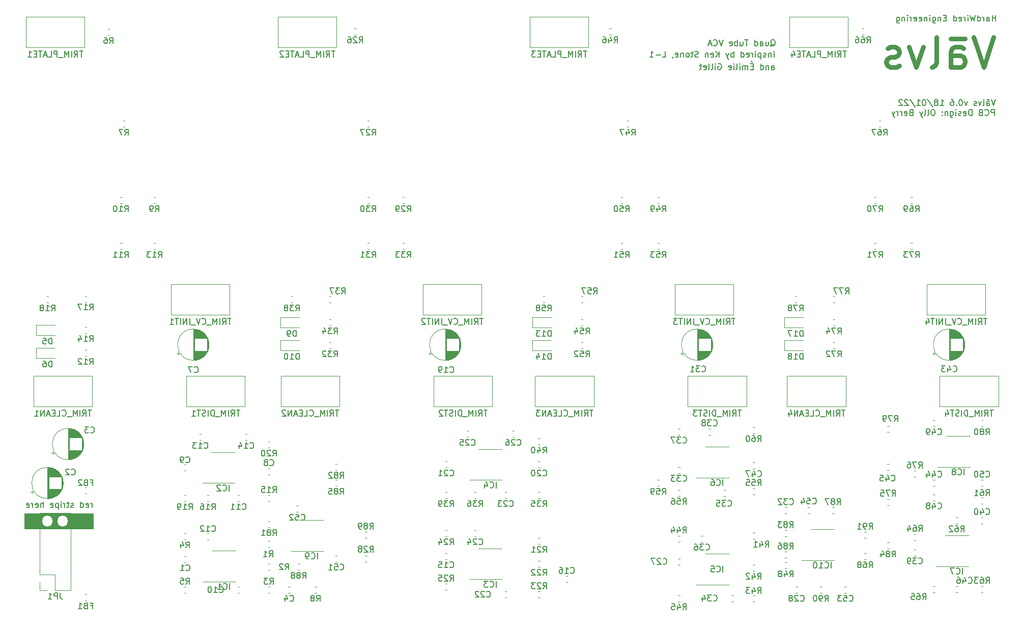
<source format=gbo>
G04 #@! TF.GenerationSoftware,KiCad,Pcbnew,(5.1.6-0-10_14)*
G04 #@! TF.CreationDate,2022-01-18T21:48:37+00:00*
G04 #@! TF.ProjectId,Quad Tube VCA,51756164-2054-4756-9265-205643412e6b,rev?*
G04 #@! TF.SameCoordinates,Original*
G04 #@! TF.FileFunction,Legend,Bot*
G04 #@! TF.FilePolarity,Positive*
%FSLAX46Y46*%
G04 Gerber Fmt 4.6, Leading zero omitted, Abs format (unit mm)*
G04 Created by KiCad (PCBNEW (5.1.6-0-10_14)) date 2022-01-18 21:48:37*
%MOMM*%
%LPD*%
G01*
G04 APERTURE LIST*
%ADD10C,0.150000*%
%ADD11C,0.750000*%
%ADD12C,0.100000*%
%ADD13C,0.120000*%
%ADD14C,2.875000*%
%ADD15R,2.875000X2.875000*%
%ADD16C,1.700000*%
%ADD17R,1.700000X1.700000*%
%ADD18C,1.900000*%
%ADD19R,1.900000X1.900000*%
%ADD20C,2.100000*%
%ADD21C,1.400000*%
%ADD22C,1.540000*%
%ADD23O,1.800000X1.800000*%
%ADD24R,1.800000X1.800000*%
%ADD25R,1.100000X1.100000*%
G04 APERTURE END LIST*
D10*
X227567095Y-46426380D02*
X227567095Y-45426380D01*
X227567095Y-45902571D02*
X226995666Y-45902571D01*
X226995666Y-46426380D02*
X226995666Y-45426380D01*
X226090904Y-46426380D02*
X226090904Y-45902571D01*
X226138523Y-45807333D01*
X226233761Y-45759714D01*
X226424238Y-45759714D01*
X226519476Y-45807333D01*
X226090904Y-46378761D02*
X226186142Y-46426380D01*
X226424238Y-46426380D01*
X226519476Y-46378761D01*
X226567095Y-46283523D01*
X226567095Y-46188285D01*
X226519476Y-46093047D01*
X226424238Y-46045428D01*
X226186142Y-46045428D01*
X226090904Y-45997809D01*
X225614714Y-46426380D02*
X225614714Y-45759714D01*
X225614714Y-45950190D02*
X225567095Y-45854952D01*
X225519476Y-45807333D01*
X225424238Y-45759714D01*
X225329000Y-45759714D01*
X224567095Y-46426380D02*
X224567095Y-45426380D01*
X224567095Y-46378761D02*
X224662333Y-46426380D01*
X224852809Y-46426380D01*
X224948047Y-46378761D01*
X224995666Y-46331142D01*
X225043285Y-46235904D01*
X225043285Y-45950190D01*
X224995666Y-45854952D01*
X224948047Y-45807333D01*
X224852809Y-45759714D01*
X224662333Y-45759714D01*
X224567095Y-45807333D01*
X224186142Y-45426380D02*
X223948047Y-46426380D01*
X223757571Y-45712095D01*
X223567095Y-46426380D01*
X223329000Y-45426380D01*
X222948047Y-46426380D02*
X222948047Y-45759714D01*
X222948047Y-45426380D02*
X222995666Y-45474000D01*
X222948047Y-45521619D01*
X222900428Y-45474000D01*
X222948047Y-45426380D01*
X222948047Y-45521619D01*
X222471857Y-46426380D02*
X222471857Y-45759714D01*
X222471857Y-45950190D02*
X222424238Y-45854952D01*
X222376619Y-45807333D01*
X222281380Y-45759714D01*
X222186142Y-45759714D01*
X221471857Y-46378761D02*
X221567095Y-46426380D01*
X221757571Y-46426380D01*
X221852809Y-46378761D01*
X221900428Y-46283523D01*
X221900428Y-45902571D01*
X221852809Y-45807333D01*
X221757571Y-45759714D01*
X221567095Y-45759714D01*
X221471857Y-45807333D01*
X221424238Y-45902571D01*
X221424238Y-45997809D01*
X221900428Y-46093047D01*
X220567095Y-46426380D02*
X220567095Y-45426380D01*
X220567095Y-46378761D02*
X220662333Y-46426380D01*
X220852809Y-46426380D01*
X220948047Y-46378761D01*
X220995666Y-46331142D01*
X221043285Y-46235904D01*
X221043285Y-45950190D01*
X220995666Y-45854952D01*
X220948047Y-45807333D01*
X220852809Y-45759714D01*
X220662333Y-45759714D01*
X220567095Y-45807333D01*
X219329000Y-45902571D02*
X218995666Y-45902571D01*
X218852809Y-46426380D02*
X219329000Y-46426380D01*
X219329000Y-45426380D01*
X218852809Y-45426380D01*
X218424238Y-45759714D02*
X218424238Y-46426380D01*
X218424238Y-45854952D02*
X218376619Y-45807333D01*
X218281380Y-45759714D01*
X218138523Y-45759714D01*
X218043285Y-45807333D01*
X217995666Y-45902571D01*
X217995666Y-46426380D01*
X217090904Y-45759714D02*
X217090904Y-46569238D01*
X217138523Y-46664476D01*
X217186142Y-46712095D01*
X217281380Y-46759714D01*
X217424238Y-46759714D01*
X217519476Y-46712095D01*
X217090904Y-46378761D02*
X217186142Y-46426380D01*
X217376619Y-46426380D01*
X217471857Y-46378761D01*
X217519476Y-46331142D01*
X217567095Y-46235904D01*
X217567095Y-45950190D01*
X217519476Y-45854952D01*
X217471857Y-45807333D01*
X217376619Y-45759714D01*
X217186142Y-45759714D01*
X217090904Y-45807333D01*
X216614714Y-46426380D02*
X216614714Y-45759714D01*
X216614714Y-45426380D02*
X216662333Y-45474000D01*
X216614714Y-45521619D01*
X216567095Y-45474000D01*
X216614714Y-45426380D01*
X216614714Y-45521619D01*
X216138523Y-45759714D02*
X216138523Y-46426380D01*
X216138523Y-45854952D02*
X216090904Y-45807333D01*
X215995666Y-45759714D01*
X215852809Y-45759714D01*
X215757571Y-45807333D01*
X215709952Y-45902571D01*
X215709952Y-46426380D01*
X214852809Y-46378761D02*
X214948047Y-46426380D01*
X215138523Y-46426380D01*
X215233761Y-46378761D01*
X215281380Y-46283523D01*
X215281380Y-45902571D01*
X215233761Y-45807333D01*
X215138523Y-45759714D01*
X214948047Y-45759714D01*
X214852809Y-45807333D01*
X214805190Y-45902571D01*
X214805190Y-45997809D01*
X215281380Y-46093047D01*
X213995666Y-46378761D02*
X214090904Y-46426380D01*
X214281380Y-46426380D01*
X214376619Y-46378761D01*
X214424238Y-46283523D01*
X214424238Y-45902571D01*
X214376619Y-45807333D01*
X214281380Y-45759714D01*
X214090904Y-45759714D01*
X213995666Y-45807333D01*
X213948047Y-45902571D01*
X213948047Y-45997809D01*
X214424238Y-46093047D01*
X213519476Y-46426380D02*
X213519476Y-45759714D01*
X213519476Y-45950190D02*
X213471857Y-45854952D01*
X213424238Y-45807333D01*
X213329000Y-45759714D01*
X213233761Y-45759714D01*
X212900428Y-46426380D02*
X212900428Y-45759714D01*
X212900428Y-45426380D02*
X212948047Y-45474000D01*
X212900428Y-45521619D01*
X212852809Y-45474000D01*
X212900428Y-45426380D01*
X212900428Y-45521619D01*
X212424238Y-45759714D02*
X212424238Y-46426380D01*
X212424238Y-45854952D02*
X212376619Y-45807333D01*
X212281380Y-45759714D01*
X212138523Y-45759714D01*
X212043285Y-45807333D01*
X211995666Y-45902571D01*
X211995666Y-46426380D01*
X211090904Y-45759714D02*
X211090904Y-46569238D01*
X211138523Y-46664476D01*
X211186142Y-46712095D01*
X211281380Y-46759714D01*
X211424238Y-46759714D01*
X211519476Y-46712095D01*
X211090904Y-46378761D02*
X211186142Y-46426380D01*
X211376619Y-46426380D01*
X211471857Y-46378761D01*
X211519476Y-46331142D01*
X211567095Y-46235904D01*
X211567095Y-45950190D01*
X211519476Y-45854952D01*
X211471857Y-45807333D01*
X211376619Y-45759714D01*
X211186142Y-45759714D01*
X211090904Y-45807333D01*
X227518261Y-59460380D02*
X227184928Y-60460380D01*
X226851595Y-59460380D01*
X226089690Y-60460380D02*
X226089690Y-59936571D01*
X226137309Y-59841333D01*
X226232547Y-59793714D01*
X226423023Y-59793714D01*
X226518261Y-59841333D01*
X226089690Y-60412761D02*
X226184928Y-60460380D01*
X226423023Y-60460380D01*
X226518261Y-60412761D01*
X226565880Y-60317523D01*
X226565880Y-60222285D01*
X226518261Y-60127047D01*
X226423023Y-60079428D01*
X226184928Y-60079428D01*
X226089690Y-60031809D01*
X226565880Y-59508000D02*
X226089690Y-59508000D01*
X225470642Y-60460380D02*
X225565880Y-60412761D01*
X225613500Y-60317523D01*
X225613500Y-59460380D01*
X225184928Y-59793714D02*
X224946833Y-60460380D01*
X224708738Y-59793714D01*
X224375404Y-60412761D02*
X224280166Y-60460380D01*
X224089690Y-60460380D01*
X223994452Y-60412761D01*
X223946833Y-60317523D01*
X223946833Y-60269904D01*
X223994452Y-60174666D01*
X224089690Y-60127047D01*
X224232547Y-60127047D01*
X224327785Y-60079428D01*
X224375404Y-59984190D01*
X224375404Y-59936571D01*
X224327785Y-59841333D01*
X224232547Y-59793714D01*
X224089690Y-59793714D01*
X223994452Y-59841333D01*
X222851595Y-59793714D02*
X222613500Y-60460380D01*
X222375404Y-59793714D01*
X221803976Y-59460380D02*
X221708738Y-59460380D01*
X221613500Y-59508000D01*
X221565880Y-59555619D01*
X221518261Y-59650857D01*
X221470642Y-59841333D01*
X221470642Y-60079428D01*
X221518261Y-60269904D01*
X221565880Y-60365142D01*
X221613500Y-60412761D01*
X221708738Y-60460380D01*
X221803976Y-60460380D01*
X221899214Y-60412761D01*
X221946833Y-60365142D01*
X221994452Y-60269904D01*
X222042071Y-60079428D01*
X222042071Y-59841333D01*
X221994452Y-59650857D01*
X221946833Y-59555619D01*
X221899214Y-59508000D01*
X221803976Y-59460380D01*
X221042071Y-60365142D02*
X220994452Y-60412761D01*
X221042071Y-60460380D01*
X221089690Y-60412761D01*
X221042071Y-60365142D01*
X221042071Y-60460380D01*
X220137309Y-59460380D02*
X220327785Y-59460380D01*
X220423023Y-59508000D01*
X220470642Y-59555619D01*
X220565880Y-59698476D01*
X220613500Y-59888952D01*
X220613500Y-60269904D01*
X220565880Y-60365142D01*
X220518261Y-60412761D01*
X220423023Y-60460380D01*
X220232547Y-60460380D01*
X220137309Y-60412761D01*
X220089690Y-60365142D01*
X220042071Y-60269904D01*
X220042071Y-60031809D01*
X220089690Y-59936571D01*
X220137309Y-59888952D01*
X220232547Y-59841333D01*
X220423023Y-59841333D01*
X220518261Y-59888952D01*
X220565880Y-59936571D01*
X220613500Y-60031809D01*
X218327785Y-60460380D02*
X218899214Y-60460380D01*
X218613500Y-60460380D02*
X218613500Y-59460380D01*
X218708738Y-59603238D01*
X218803976Y-59698476D01*
X218899214Y-59746095D01*
X217756357Y-59888952D02*
X217851595Y-59841333D01*
X217899214Y-59793714D01*
X217946833Y-59698476D01*
X217946833Y-59650857D01*
X217899214Y-59555619D01*
X217851595Y-59508000D01*
X217756357Y-59460380D01*
X217565880Y-59460380D01*
X217470642Y-59508000D01*
X217423023Y-59555619D01*
X217375404Y-59650857D01*
X217375404Y-59698476D01*
X217423023Y-59793714D01*
X217470642Y-59841333D01*
X217565880Y-59888952D01*
X217756357Y-59888952D01*
X217851595Y-59936571D01*
X217899214Y-59984190D01*
X217946833Y-60079428D01*
X217946833Y-60269904D01*
X217899214Y-60365142D01*
X217851595Y-60412761D01*
X217756357Y-60460380D01*
X217565880Y-60460380D01*
X217470642Y-60412761D01*
X217423023Y-60365142D01*
X217375404Y-60269904D01*
X217375404Y-60079428D01*
X217423023Y-59984190D01*
X217470642Y-59936571D01*
X217565880Y-59888952D01*
X216232547Y-59412761D02*
X217089690Y-60698476D01*
X215708738Y-59460380D02*
X215613500Y-59460380D01*
X215518261Y-59508000D01*
X215470642Y-59555619D01*
X215423023Y-59650857D01*
X215375404Y-59841333D01*
X215375404Y-60079428D01*
X215423023Y-60269904D01*
X215470642Y-60365142D01*
X215518261Y-60412761D01*
X215613500Y-60460380D01*
X215708738Y-60460380D01*
X215803976Y-60412761D01*
X215851595Y-60365142D01*
X215899214Y-60269904D01*
X215946833Y-60079428D01*
X215946833Y-59841333D01*
X215899214Y-59650857D01*
X215851595Y-59555619D01*
X215803976Y-59508000D01*
X215708738Y-59460380D01*
X214423023Y-60460380D02*
X214994452Y-60460380D01*
X214708738Y-60460380D02*
X214708738Y-59460380D01*
X214803976Y-59603238D01*
X214899214Y-59698476D01*
X214994452Y-59746095D01*
X213280166Y-59412761D02*
X214137309Y-60698476D01*
X212994452Y-59555619D02*
X212946833Y-59508000D01*
X212851595Y-59460380D01*
X212613500Y-59460380D01*
X212518261Y-59508000D01*
X212470642Y-59555619D01*
X212423023Y-59650857D01*
X212423023Y-59746095D01*
X212470642Y-59888952D01*
X213042071Y-60460380D01*
X212423023Y-60460380D01*
X212042071Y-59555619D02*
X211994452Y-59508000D01*
X211899214Y-59460380D01*
X211661119Y-59460380D01*
X211565880Y-59508000D01*
X211518261Y-59555619D01*
X211470642Y-59650857D01*
X211470642Y-59746095D01*
X211518261Y-59888952D01*
X212089690Y-60460380D01*
X211470642Y-60460380D01*
X227375404Y-62110380D02*
X227375404Y-61110380D01*
X226994452Y-61110380D01*
X226899214Y-61158000D01*
X226851595Y-61205619D01*
X226803976Y-61300857D01*
X226803976Y-61443714D01*
X226851595Y-61538952D01*
X226899214Y-61586571D01*
X226994452Y-61634190D01*
X227375404Y-61634190D01*
X225803976Y-62015142D02*
X225851595Y-62062761D01*
X225994452Y-62110380D01*
X226089690Y-62110380D01*
X226232547Y-62062761D01*
X226327785Y-61967523D01*
X226375404Y-61872285D01*
X226423023Y-61681809D01*
X226423023Y-61538952D01*
X226375404Y-61348476D01*
X226327785Y-61253238D01*
X226232547Y-61158000D01*
X226089690Y-61110380D01*
X225994452Y-61110380D01*
X225851595Y-61158000D01*
X225803976Y-61205619D01*
X225042071Y-61586571D02*
X224899214Y-61634190D01*
X224851595Y-61681809D01*
X224803976Y-61777047D01*
X224803976Y-61919904D01*
X224851595Y-62015142D01*
X224899214Y-62062761D01*
X224994452Y-62110380D01*
X225375404Y-62110380D01*
X225375404Y-61110380D01*
X225042071Y-61110380D01*
X224946833Y-61158000D01*
X224899214Y-61205619D01*
X224851595Y-61300857D01*
X224851595Y-61396095D01*
X224899214Y-61491333D01*
X224946833Y-61538952D01*
X225042071Y-61586571D01*
X225375404Y-61586571D01*
X223613500Y-62110380D02*
X223613500Y-61110380D01*
X223375404Y-61110380D01*
X223232547Y-61158000D01*
X223137309Y-61253238D01*
X223089690Y-61348476D01*
X223042071Y-61538952D01*
X223042071Y-61681809D01*
X223089690Y-61872285D01*
X223137309Y-61967523D01*
X223232547Y-62062761D01*
X223375404Y-62110380D01*
X223613500Y-62110380D01*
X222232547Y-62062761D02*
X222327785Y-62110380D01*
X222518261Y-62110380D01*
X222613500Y-62062761D01*
X222661119Y-61967523D01*
X222661119Y-61586571D01*
X222613500Y-61491333D01*
X222518261Y-61443714D01*
X222327785Y-61443714D01*
X222232547Y-61491333D01*
X222184928Y-61586571D01*
X222184928Y-61681809D01*
X222661119Y-61777047D01*
X221803976Y-62062761D02*
X221708738Y-62110380D01*
X221518261Y-62110380D01*
X221423023Y-62062761D01*
X221375404Y-61967523D01*
X221375404Y-61919904D01*
X221423023Y-61824666D01*
X221518261Y-61777047D01*
X221661119Y-61777047D01*
X221756357Y-61729428D01*
X221803976Y-61634190D01*
X221803976Y-61586571D01*
X221756357Y-61491333D01*
X221661119Y-61443714D01*
X221518261Y-61443714D01*
X221423023Y-61491333D01*
X220946833Y-62110380D02*
X220946833Y-61443714D01*
X220946833Y-61110380D02*
X220994452Y-61158000D01*
X220946833Y-61205619D01*
X220899214Y-61158000D01*
X220946833Y-61110380D01*
X220946833Y-61205619D01*
X220042071Y-61443714D02*
X220042071Y-62253238D01*
X220089690Y-62348476D01*
X220137309Y-62396095D01*
X220232547Y-62443714D01*
X220375404Y-62443714D01*
X220470642Y-62396095D01*
X220042071Y-62062761D02*
X220137309Y-62110380D01*
X220327785Y-62110380D01*
X220423023Y-62062761D01*
X220470642Y-62015142D01*
X220518261Y-61919904D01*
X220518261Y-61634190D01*
X220470642Y-61538952D01*
X220423023Y-61491333D01*
X220327785Y-61443714D01*
X220137309Y-61443714D01*
X220042071Y-61491333D01*
X219565880Y-61443714D02*
X219565880Y-62110380D01*
X219565880Y-61538952D02*
X219518261Y-61491333D01*
X219423023Y-61443714D01*
X219280166Y-61443714D01*
X219184928Y-61491333D01*
X219137309Y-61586571D01*
X219137309Y-62110380D01*
X218661119Y-62015142D02*
X218613500Y-62062761D01*
X218661119Y-62110380D01*
X218708738Y-62062761D01*
X218661119Y-62015142D01*
X218661119Y-62110380D01*
X218661119Y-61491333D02*
X218613500Y-61538952D01*
X218661119Y-61586571D01*
X218708738Y-61538952D01*
X218661119Y-61491333D01*
X218661119Y-61586571D01*
X217232547Y-61110380D02*
X217042071Y-61110380D01*
X216946833Y-61158000D01*
X216851595Y-61253238D01*
X216803976Y-61443714D01*
X216803976Y-61777047D01*
X216851595Y-61967523D01*
X216946833Y-62062761D01*
X217042071Y-62110380D01*
X217232547Y-62110380D01*
X217327785Y-62062761D01*
X217423023Y-61967523D01*
X217470642Y-61777047D01*
X217470642Y-61443714D01*
X217423023Y-61253238D01*
X217327785Y-61158000D01*
X217232547Y-61110380D01*
X216232547Y-62110380D02*
X216327785Y-62062761D01*
X216375404Y-61967523D01*
X216375404Y-61110380D01*
X215708738Y-62110380D02*
X215803976Y-62062761D01*
X215851595Y-61967523D01*
X215851595Y-61110380D01*
X215423023Y-61443714D02*
X215184928Y-62110380D01*
X214946833Y-61443714D02*
X215184928Y-62110380D01*
X215280166Y-62348476D01*
X215327785Y-62396095D01*
X215423023Y-62443714D01*
X213470642Y-61586571D02*
X213327785Y-61634190D01*
X213280166Y-61681809D01*
X213232547Y-61777047D01*
X213232547Y-61919904D01*
X213280166Y-62015142D01*
X213327785Y-62062761D01*
X213423023Y-62110380D01*
X213803976Y-62110380D01*
X213803976Y-61110380D01*
X213470642Y-61110380D01*
X213375404Y-61158000D01*
X213327785Y-61205619D01*
X213280166Y-61300857D01*
X213280166Y-61396095D01*
X213327785Y-61491333D01*
X213375404Y-61538952D01*
X213470642Y-61586571D01*
X213803976Y-61586571D01*
X212423023Y-62062761D02*
X212518261Y-62110380D01*
X212708738Y-62110380D01*
X212803976Y-62062761D01*
X212851595Y-61967523D01*
X212851595Y-61586571D01*
X212803976Y-61491333D01*
X212708738Y-61443714D01*
X212518261Y-61443714D01*
X212423023Y-61491333D01*
X212375404Y-61586571D01*
X212375404Y-61681809D01*
X212851595Y-61777047D01*
X211946833Y-62110380D02*
X211946833Y-61443714D01*
X211946833Y-61634190D02*
X211899214Y-61538952D01*
X211851595Y-61491333D01*
X211756357Y-61443714D01*
X211661119Y-61443714D01*
X211327785Y-62110380D02*
X211327785Y-61443714D01*
X211327785Y-61634190D02*
X211280166Y-61538952D01*
X211232547Y-61491333D01*
X211137309Y-61443714D01*
X211042071Y-61443714D01*
X210803976Y-61443714D02*
X210565880Y-62110380D01*
X210327785Y-61443714D02*
X210565880Y-62110380D01*
X210661119Y-62348476D01*
X210708738Y-62396095D01*
X210803976Y-62443714D01*
X190294285Y-54472380D02*
X190294285Y-53948571D01*
X190341904Y-53853333D01*
X190437142Y-53805714D01*
X190627619Y-53805714D01*
X190722857Y-53853333D01*
X190294285Y-54424761D02*
X190389523Y-54472380D01*
X190627619Y-54472380D01*
X190722857Y-54424761D01*
X190770476Y-54329523D01*
X190770476Y-54234285D01*
X190722857Y-54139047D01*
X190627619Y-54091428D01*
X190389523Y-54091428D01*
X190294285Y-54043809D01*
X189818095Y-53805714D02*
X189818095Y-54472380D01*
X189818095Y-53900952D02*
X189770476Y-53853333D01*
X189675238Y-53805714D01*
X189532380Y-53805714D01*
X189437142Y-53853333D01*
X189389523Y-53948571D01*
X189389523Y-54472380D01*
X188484761Y-54472380D02*
X188484761Y-53472380D01*
X188484761Y-54424761D02*
X188580000Y-54472380D01*
X188770476Y-54472380D01*
X188865714Y-54424761D01*
X188913333Y-54377142D01*
X188960952Y-54281904D01*
X188960952Y-53996190D01*
X188913333Y-53900952D01*
X188865714Y-53853333D01*
X188770476Y-53805714D01*
X188580000Y-53805714D01*
X188484761Y-53853333D01*
X187246666Y-53948571D02*
X186913333Y-53948571D01*
X186770476Y-54472380D02*
X187246666Y-54472380D01*
X187246666Y-53472380D01*
X186770476Y-53472380D01*
X186913333Y-53091428D02*
X187056190Y-53234285D01*
X186341904Y-54472380D02*
X186341904Y-53805714D01*
X186341904Y-53900952D02*
X186294285Y-53853333D01*
X186199047Y-53805714D01*
X186056190Y-53805714D01*
X185960952Y-53853333D01*
X185913333Y-53948571D01*
X185913333Y-54472380D01*
X185913333Y-53948571D02*
X185865714Y-53853333D01*
X185770476Y-53805714D01*
X185627619Y-53805714D01*
X185532380Y-53853333D01*
X185484761Y-53948571D01*
X185484761Y-54472380D01*
X185008571Y-54472380D02*
X185008571Y-53805714D01*
X185008571Y-53472380D02*
X185056190Y-53520000D01*
X185008571Y-53567619D01*
X184960952Y-53520000D01*
X185008571Y-53472380D01*
X185008571Y-53567619D01*
X184389523Y-54472380D02*
X184484761Y-54424761D01*
X184532380Y-54329523D01*
X184532380Y-53472380D01*
X184008571Y-54472380D02*
X184008571Y-53805714D01*
X184008571Y-53472380D02*
X184056190Y-53520000D01*
X184008571Y-53567619D01*
X183960952Y-53520000D01*
X184008571Y-53472380D01*
X184008571Y-53567619D01*
X183151428Y-54424761D02*
X183246666Y-54472380D01*
X183437142Y-54472380D01*
X183532380Y-54424761D01*
X183580000Y-54329523D01*
X183580000Y-53948571D01*
X183532380Y-53853333D01*
X183437142Y-53805714D01*
X183246666Y-53805714D01*
X183151428Y-53853333D01*
X183103809Y-53948571D01*
X183103809Y-54043809D01*
X183580000Y-54139047D01*
X181389523Y-53520000D02*
X181484761Y-53472380D01*
X181627619Y-53472380D01*
X181770476Y-53520000D01*
X181865714Y-53615238D01*
X181913333Y-53710476D01*
X181960952Y-53900952D01*
X181960952Y-54043809D01*
X181913333Y-54234285D01*
X181865714Y-54329523D01*
X181770476Y-54424761D01*
X181627619Y-54472380D01*
X181532380Y-54472380D01*
X181389523Y-54424761D01*
X181341904Y-54377142D01*
X181341904Y-54043809D01*
X181532380Y-54043809D01*
X180913333Y-54472380D02*
X180913333Y-53805714D01*
X180913333Y-53472380D02*
X180960952Y-53520000D01*
X180913333Y-53567619D01*
X180865714Y-53520000D01*
X180913333Y-53472380D01*
X180913333Y-53567619D01*
X180294285Y-54472380D02*
X180389523Y-54424761D01*
X180437142Y-54329523D01*
X180437142Y-53472380D01*
X179770476Y-54472380D02*
X179865714Y-54424761D01*
X179913333Y-54329523D01*
X179913333Y-53472380D01*
X179008571Y-54424761D02*
X179103809Y-54472380D01*
X179294285Y-54472380D01*
X179389523Y-54424761D01*
X179437142Y-54329523D01*
X179437142Y-53948571D01*
X179389523Y-53853333D01*
X179294285Y-53805714D01*
X179103809Y-53805714D01*
X179008571Y-53853333D01*
X178960952Y-53948571D01*
X178960952Y-54043809D01*
X179437142Y-54139047D01*
X178675238Y-53805714D02*
X178294285Y-53805714D01*
X178532380Y-53472380D02*
X178532380Y-54329523D01*
X178484761Y-54424761D01*
X178389523Y-54472380D01*
X178294285Y-54472380D01*
X190699523Y-52422380D02*
X190699523Y-51755714D01*
X190699523Y-51422380D02*
X190747142Y-51470000D01*
X190699523Y-51517619D01*
X190651904Y-51470000D01*
X190699523Y-51422380D01*
X190699523Y-51517619D01*
X190223333Y-51755714D02*
X190223333Y-52422380D01*
X190223333Y-51850952D02*
X190175714Y-51803333D01*
X190080476Y-51755714D01*
X189937619Y-51755714D01*
X189842380Y-51803333D01*
X189794761Y-51898571D01*
X189794761Y-52422380D01*
X189366190Y-52374761D02*
X189270952Y-52422380D01*
X189080476Y-52422380D01*
X188985238Y-52374761D01*
X188937619Y-52279523D01*
X188937619Y-52231904D01*
X188985238Y-52136666D01*
X189080476Y-52089047D01*
X189223333Y-52089047D01*
X189318571Y-52041428D01*
X189366190Y-51946190D01*
X189366190Y-51898571D01*
X189318571Y-51803333D01*
X189223333Y-51755714D01*
X189080476Y-51755714D01*
X188985238Y-51803333D01*
X188509047Y-51755714D02*
X188509047Y-52755714D01*
X188509047Y-51803333D02*
X188413809Y-51755714D01*
X188223333Y-51755714D01*
X188128095Y-51803333D01*
X188080476Y-51850952D01*
X188032857Y-51946190D01*
X188032857Y-52231904D01*
X188080476Y-52327142D01*
X188128095Y-52374761D01*
X188223333Y-52422380D01*
X188413809Y-52422380D01*
X188509047Y-52374761D01*
X187604285Y-52422380D02*
X187604285Y-51755714D01*
X187604285Y-51422380D02*
X187651904Y-51470000D01*
X187604285Y-51517619D01*
X187556666Y-51470000D01*
X187604285Y-51422380D01*
X187604285Y-51517619D01*
X187128095Y-52422380D02*
X187128095Y-51755714D01*
X187128095Y-51946190D02*
X187080476Y-51850952D01*
X187032857Y-51803333D01*
X186937619Y-51755714D01*
X186842380Y-51755714D01*
X186128095Y-52374761D02*
X186223333Y-52422380D01*
X186413809Y-52422380D01*
X186509047Y-52374761D01*
X186556666Y-52279523D01*
X186556666Y-51898571D01*
X186509047Y-51803333D01*
X186413809Y-51755714D01*
X186223333Y-51755714D01*
X186128095Y-51803333D01*
X186080476Y-51898571D01*
X186080476Y-51993809D01*
X186556666Y-52089047D01*
X185223333Y-52422380D02*
X185223333Y-51422380D01*
X185223333Y-52374761D02*
X185318571Y-52422380D01*
X185509047Y-52422380D01*
X185604285Y-52374761D01*
X185651904Y-52327142D01*
X185699523Y-52231904D01*
X185699523Y-51946190D01*
X185651904Y-51850952D01*
X185604285Y-51803333D01*
X185509047Y-51755714D01*
X185318571Y-51755714D01*
X185223333Y-51803333D01*
X183985238Y-52422380D02*
X183985238Y-51422380D01*
X183985238Y-51803333D02*
X183890000Y-51755714D01*
X183699523Y-51755714D01*
X183604285Y-51803333D01*
X183556666Y-51850952D01*
X183509047Y-51946190D01*
X183509047Y-52231904D01*
X183556666Y-52327142D01*
X183604285Y-52374761D01*
X183699523Y-52422380D01*
X183890000Y-52422380D01*
X183985238Y-52374761D01*
X183175714Y-51755714D02*
X182937619Y-52422380D01*
X182699523Y-51755714D02*
X182937619Y-52422380D01*
X183032857Y-52660476D01*
X183080476Y-52708095D01*
X183175714Y-52755714D01*
X181556666Y-52422380D02*
X181556666Y-51422380D01*
X180985238Y-52422380D02*
X181413809Y-51850952D01*
X180985238Y-51422380D02*
X181556666Y-51993809D01*
X180175714Y-52374761D02*
X180270952Y-52422380D01*
X180461428Y-52422380D01*
X180556666Y-52374761D01*
X180604285Y-52279523D01*
X180604285Y-51898571D01*
X180556666Y-51803333D01*
X180461428Y-51755714D01*
X180270952Y-51755714D01*
X180175714Y-51803333D01*
X180128095Y-51898571D01*
X180128095Y-51993809D01*
X180604285Y-52089047D01*
X179699523Y-51755714D02*
X179699523Y-52422380D01*
X179699523Y-51850952D02*
X179651904Y-51803333D01*
X179556666Y-51755714D01*
X179413809Y-51755714D01*
X179318571Y-51803333D01*
X179270952Y-51898571D01*
X179270952Y-52422380D01*
X178080476Y-52374761D02*
X177937619Y-52422380D01*
X177699523Y-52422380D01*
X177604285Y-52374761D01*
X177556666Y-52327142D01*
X177509047Y-52231904D01*
X177509047Y-52136666D01*
X177556666Y-52041428D01*
X177604285Y-51993809D01*
X177699523Y-51946190D01*
X177890000Y-51898571D01*
X177985238Y-51850952D01*
X178032857Y-51803333D01*
X178080476Y-51708095D01*
X178080476Y-51612857D01*
X178032857Y-51517619D01*
X177985238Y-51470000D01*
X177890000Y-51422380D01*
X177651904Y-51422380D01*
X177509047Y-51470000D01*
X177223333Y-51755714D02*
X176842380Y-51755714D01*
X177080476Y-51422380D02*
X177080476Y-52279523D01*
X177032857Y-52374761D01*
X176937619Y-52422380D01*
X176842380Y-52422380D01*
X176366190Y-52422380D02*
X176461428Y-52374761D01*
X176509047Y-52327142D01*
X176556666Y-52231904D01*
X176556666Y-51946190D01*
X176509047Y-51850952D01*
X176461428Y-51803333D01*
X176366190Y-51755714D01*
X176223333Y-51755714D01*
X176128095Y-51803333D01*
X176080476Y-51850952D01*
X176032857Y-51946190D01*
X176032857Y-52231904D01*
X176080476Y-52327142D01*
X176128095Y-52374761D01*
X176223333Y-52422380D01*
X176366190Y-52422380D01*
X175604285Y-51755714D02*
X175604285Y-52422380D01*
X175604285Y-51850952D02*
X175556666Y-51803333D01*
X175461428Y-51755714D01*
X175318571Y-51755714D01*
X175223333Y-51803333D01*
X175175714Y-51898571D01*
X175175714Y-52422380D01*
X174318571Y-52374761D02*
X174413809Y-52422380D01*
X174604285Y-52422380D01*
X174699523Y-52374761D01*
X174747142Y-52279523D01*
X174747142Y-51898571D01*
X174699523Y-51803333D01*
X174604285Y-51755714D01*
X174413809Y-51755714D01*
X174318571Y-51803333D01*
X174270952Y-51898571D01*
X174270952Y-51993809D01*
X174747142Y-52089047D01*
X173794761Y-52374761D02*
X173794761Y-52422380D01*
X173842380Y-52517619D01*
X173890000Y-52565238D01*
X172128095Y-52422380D02*
X172604285Y-52422380D01*
X172604285Y-51422380D01*
X171794761Y-52041428D02*
X171032857Y-52041428D01*
X170032857Y-52422380D02*
X170604285Y-52422380D01*
X170318571Y-52422380D02*
X170318571Y-51422380D01*
X170413809Y-51565238D01*
X170509047Y-51660476D01*
X170604285Y-51708095D01*
X190129523Y-50597619D02*
X190224761Y-50550000D01*
X190320000Y-50454761D01*
X190462857Y-50311904D01*
X190558095Y-50264285D01*
X190653333Y-50264285D01*
X190605714Y-50502380D02*
X190700952Y-50454761D01*
X190796190Y-50359523D01*
X190843809Y-50169047D01*
X190843809Y-49835714D01*
X190796190Y-49645238D01*
X190700952Y-49550000D01*
X190605714Y-49502380D01*
X190415238Y-49502380D01*
X190320000Y-49550000D01*
X190224761Y-49645238D01*
X190177142Y-49835714D01*
X190177142Y-50169047D01*
X190224761Y-50359523D01*
X190320000Y-50454761D01*
X190415238Y-50502380D01*
X190605714Y-50502380D01*
X189320000Y-49835714D02*
X189320000Y-50502380D01*
X189748571Y-49835714D02*
X189748571Y-50359523D01*
X189700952Y-50454761D01*
X189605714Y-50502380D01*
X189462857Y-50502380D01*
X189367619Y-50454761D01*
X189320000Y-50407142D01*
X188415238Y-50502380D02*
X188415238Y-49978571D01*
X188462857Y-49883333D01*
X188558095Y-49835714D01*
X188748571Y-49835714D01*
X188843809Y-49883333D01*
X188415238Y-50454761D02*
X188510476Y-50502380D01*
X188748571Y-50502380D01*
X188843809Y-50454761D01*
X188891428Y-50359523D01*
X188891428Y-50264285D01*
X188843809Y-50169047D01*
X188748571Y-50121428D01*
X188510476Y-50121428D01*
X188415238Y-50073809D01*
X187510476Y-50502380D02*
X187510476Y-49502380D01*
X187510476Y-50454761D02*
X187605714Y-50502380D01*
X187796190Y-50502380D01*
X187891428Y-50454761D01*
X187939047Y-50407142D01*
X187986666Y-50311904D01*
X187986666Y-50026190D01*
X187939047Y-49930952D01*
X187891428Y-49883333D01*
X187796190Y-49835714D01*
X187605714Y-49835714D01*
X187510476Y-49883333D01*
X186415238Y-49502380D02*
X185843809Y-49502380D01*
X186129523Y-50502380D02*
X186129523Y-49502380D01*
X185081904Y-49835714D02*
X185081904Y-50502380D01*
X185510476Y-49835714D02*
X185510476Y-50359523D01*
X185462857Y-50454761D01*
X185367619Y-50502380D01*
X185224761Y-50502380D01*
X185129523Y-50454761D01*
X185081904Y-50407142D01*
X184605714Y-50502380D02*
X184605714Y-49502380D01*
X184605714Y-49883333D02*
X184510476Y-49835714D01*
X184320000Y-49835714D01*
X184224761Y-49883333D01*
X184177142Y-49930952D01*
X184129523Y-50026190D01*
X184129523Y-50311904D01*
X184177142Y-50407142D01*
X184224761Y-50454761D01*
X184320000Y-50502380D01*
X184510476Y-50502380D01*
X184605714Y-50454761D01*
X183320000Y-50454761D02*
X183415238Y-50502380D01*
X183605714Y-50502380D01*
X183700952Y-50454761D01*
X183748571Y-50359523D01*
X183748571Y-49978571D01*
X183700952Y-49883333D01*
X183605714Y-49835714D01*
X183415238Y-49835714D01*
X183320000Y-49883333D01*
X183272380Y-49978571D01*
X183272380Y-50073809D01*
X183748571Y-50169047D01*
X182224761Y-49502380D02*
X181891428Y-50502380D01*
X181558095Y-49502380D01*
X180653333Y-50407142D02*
X180700952Y-50454761D01*
X180843809Y-50502380D01*
X180939047Y-50502380D01*
X181081904Y-50454761D01*
X181177142Y-50359523D01*
X181224761Y-50264285D01*
X181272380Y-50073809D01*
X181272380Y-49930952D01*
X181224761Y-49740476D01*
X181177142Y-49645238D01*
X181081904Y-49550000D01*
X180939047Y-49502380D01*
X180843809Y-49502380D01*
X180700952Y-49550000D01*
X180653333Y-49597619D01*
X180272380Y-50216666D02*
X179796190Y-50216666D01*
X180367619Y-50502380D02*
X180034285Y-49502380D01*
X179700952Y-50502380D01*
D11*
X227225666Y-49077904D02*
X225559000Y-54077904D01*
X223892333Y-49077904D01*
X220082809Y-54077904D02*
X220082809Y-51458857D01*
X220320904Y-50982666D01*
X220797095Y-50744571D01*
X221749476Y-50744571D01*
X222225666Y-50982666D01*
X220082809Y-53839809D02*
X220559000Y-54077904D01*
X221749476Y-54077904D01*
X222225666Y-53839809D01*
X222463761Y-53363619D01*
X222463761Y-52887428D01*
X222225666Y-52411238D01*
X221749476Y-52173142D01*
X220559000Y-52173142D01*
X220082809Y-51935047D01*
X222463761Y-49316000D02*
X220082809Y-49316000D01*
X216987571Y-54077904D02*
X217463761Y-53839809D01*
X217701857Y-53363619D01*
X217701857Y-49077904D01*
X215559000Y-50744571D02*
X214368523Y-54077904D01*
X213178047Y-50744571D01*
X211511380Y-53839809D02*
X211035190Y-54077904D01*
X210082809Y-54077904D01*
X209606619Y-53839809D01*
X209368523Y-53363619D01*
X209368523Y-53125523D01*
X209606619Y-52649333D01*
X210082809Y-52411238D01*
X210797095Y-52411238D01*
X211273285Y-52173142D01*
X211511380Y-51696952D01*
X211511380Y-51458857D01*
X211273285Y-50982666D01*
X210797095Y-50744571D01*
X210082809Y-50744571D01*
X209606619Y-50982666D01*
D10*
X77252380Y-127272380D02*
X77252380Y-126605714D01*
X77252380Y-126796190D02*
X77204761Y-126700952D01*
X77157142Y-126653333D01*
X77061904Y-126605714D01*
X76966666Y-126605714D01*
X76252380Y-127224761D02*
X76347619Y-127272380D01*
X76538095Y-127272380D01*
X76633333Y-127224761D01*
X76680952Y-127129523D01*
X76680952Y-126748571D01*
X76633333Y-126653333D01*
X76538095Y-126605714D01*
X76347619Y-126605714D01*
X76252380Y-126653333D01*
X76204761Y-126748571D01*
X76204761Y-126843809D01*
X76680952Y-126939047D01*
X75347619Y-127272380D02*
X75347619Y-126272380D01*
X75347619Y-127224761D02*
X75442857Y-127272380D01*
X75633333Y-127272380D01*
X75728571Y-127224761D01*
X75776190Y-127177142D01*
X75823809Y-127081904D01*
X75823809Y-126796190D01*
X75776190Y-126700952D01*
X75728571Y-126653333D01*
X75633333Y-126605714D01*
X75442857Y-126605714D01*
X75347619Y-126653333D01*
X74157142Y-127224761D02*
X74061904Y-127272380D01*
X73871428Y-127272380D01*
X73776190Y-127224761D01*
X73728571Y-127129523D01*
X73728571Y-127081904D01*
X73776190Y-126986666D01*
X73871428Y-126939047D01*
X74014285Y-126939047D01*
X74109523Y-126891428D01*
X74157142Y-126796190D01*
X74157142Y-126748571D01*
X74109523Y-126653333D01*
X74014285Y-126605714D01*
X73871428Y-126605714D01*
X73776190Y-126653333D01*
X73442857Y-126605714D02*
X73061904Y-126605714D01*
X73300000Y-126272380D02*
X73300000Y-127129523D01*
X73252380Y-127224761D01*
X73157142Y-127272380D01*
X73061904Y-127272380D01*
X72728571Y-127272380D02*
X72728571Y-126605714D01*
X72728571Y-126796190D02*
X72680952Y-126700952D01*
X72633333Y-126653333D01*
X72538095Y-126605714D01*
X72442857Y-126605714D01*
X72109523Y-127272380D02*
X72109523Y-126605714D01*
X72109523Y-126272380D02*
X72157142Y-126320000D01*
X72109523Y-126367619D01*
X72061904Y-126320000D01*
X72109523Y-126272380D01*
X72109523Y-126367619D01*
X71633333Y-126605714D02*
X71633333Y-127605714D01*
X71633333Y-126653333D02*
X71538095Y-126605714D01*
X71347619Y-126605714D01*
X71252380Y-126653333D01*
X71204761Y-126700952D01*
X71157142Y-126796190D01*
X71157142Y-127081904D01*
X71204761Y-127177142D01*
X71252380Y-127224761D01*
X71347619Y-127272380D01*
X71538095Y-127272380D01*
X71633333Y-127224761D01*
X70347619Y-127224761D02*
X70442857Y-127272380D01*
X70633333Y-127272380D01*
X70728571Y-127224761D01*
X70776190Y-127129523D01*
X70776190Y-126748571D01*
X70728571Y-126653333D01*
X70633333Y-126605714D01*
X70442857Y-126605714D01*
X70347619Y-126653333D01*
X70300000Y-126748571D01*
X70300000Y-126843809D01*
X70776190Y-126939047D01*
X69109523Y-127272380D02*
X69109523Y-126272380D01*
X68680952Y-127272380D02*
X68680952Y-126748571D01*
X68728571Y-126653333D01*
X68823809Y-126605714D01*
X68966666Y-126605714D01*
X69061904Y-126653333D01*
X69109523Y-126700952D01*
X67823809Y-127224761D02*
X67919047Y-127272380D01*
X68109523Y-127272380D01*
X68204761Y-127224761D01*
X68252380Y-127129523D01*
X68252380Y-126748571D01*
X68204761Y-126653333D01*
X68109523Y-126605714D01*
X67919047Y-126605714D01*
X67823809Y-126653333D01*
X67776190Y-126748571D01*
X67776190Y-126843809D01*
X68252380Y-126939047D01*
X67347619Y-127272380D02*
X67347619Y-126605714D01*
X67347619Y-126796190D02*
X67300000Y-126700952D01*
X67252380Y-126653333D01*
X67157142Y-126605714D01*
X67061904Y-126605714D01*
X66347619Y-127224761D02*
X66442857Y-127272380D01*
X66633333Y-127272380D01*
X66728571Y-127224761D01*
X66776190Y-127129523D01*
X66776190Y-126748571D01*
X66728571Y-126653333D01*
X66633333Y-126605714D01*
X66442857Y-126605714D01*
X66347619Y-126653333D01*
X66299999Y-126748571D01*
X66299999Y-126843809D01*
X66776190Y-126939047D01*
D12*
G36*
X77470000Y-130810000D02*
G01*
X66040000Y-130810000D01*
X66040000Y-128270000D01*
X77470000Y-128270000D01*
X77470000Y-130810000D01*
G37*
X77470000Y-130810000D02*
X66040000Y-130810000D01*
X66040000Y-128270000D01*
X77470000Y-128270000D01*
X77470000Y-130810000D01*
D13*
X217262225Y-101928000D02*
X217262225Y-101428000D01*
X217012225Y-101678000D02*
X217512225Y-101678000D01*
X222418000Y-100487000D02*
X222418000Y-99919000D01*
X222378000Y-100721000D02*
X222378000Y-99685000D01*
X222338000Y-100880000D02*
X222338000Y-99526000D01*
X222298000Y-101008000D02*
X222298000Y-99398000D01*
X222258000Y-101118000D02*
X222258000Y-99288000D01*
X222218000Y-101214000D02*
X222218000Y-99192000D01*
X222178000Y-101301000D02*
X222178000Y-99105000D01*
X222138000Y-101381000D02*
X222138000Y-99025000D01*
X222098000Y-99163000D02*
X222098000Y-98952000D01*
X222098000Y-101454000D02*
X222098000Y-101243000D01*
X222058000Y-99163000D02*
X222058000Y-98884000D01*
X222058000Y-101522000D02*
X222058000Y-101243000D01*
X222018000Y-99163000D02*
X222018000Y-98820000D01*
X222018000Y-101586000D02*
X222018000Y-101243000D01*
X221978000Y-99163000D02*
X221978000Y-98760000D01*
X221978000Y-101646000D02*
X221978000Y-101243000D01*
X221938000Y-99163000D02*
X221938000Y-98703000D01*
X221938000Y-101703000D02*
X221938000Y-101243000D01*
X221898000Y-99163000D02*
X221898000Y-98649000D01*
X221898000Y-101757000D02*
X221898000Y-101243000D01*
X221858000Y-99163000D02*
X221858000Y-98598000D01*
X221858000Y-101808000D02*
X221858000Y-101243000D01*
X221818000Y-99163000D02*
X221818000Y-98550000D01*
X221818000Y-101856000D02*
X221818000Y-101243000D01*
X221778000Y-99163000D02*
X221778000Y-98504000D01*
X221778000Y-101902000D02*
X221778000Y-101243000D01*
X221738000Y-99163000D02*
X221738000Y-98460000D01*
X221738000Y-101946000D02*
X221738000Y-101243000D01*
X221698000Y-99163000D02*
X221698000Y-98418000D01*
X221698000Y-101988000D02*
X221698000Y-101243000D01*
X221658000Y-99163000D02*
X221658000Y-98377000D01*
X221658000Y-102029000D02*
X221658000Y-101243000D01*
X221618000Y-99163000D02*
X221618000Y-98339000D01*
X221618000Y-102067000D02*
X221618000Y-101243000D01*
X221578000Y-99163000D02*
X221578000Y-98302000D01*
X221578000Y-102104000D02*
X221578000Y-101243000D01*
X221538000Y-99163000D02*
X221538000Y-98266000D01*
X221538000Y-102140000D02*
X221538000Y-101243000D01*
X221498000Y-99163000D02*
X221498000Y-98232000D01*
X221498000Y-102174000D02*
X221498000Y-101243000D01*
X221458000Y-99163000D02*
X221458000Y-98199000D01*
X221458000Y-102207000D02*
X221458000Y-101243000D01*
X221418000Y-99163000D02*
X221418000Y-98168000D01*
X221418000Y-102238000D02*
X221418000Y-101243000D01*
X221378000Y-99163000D02*
X221378000Y-98138000D01*
X221378000Y-102268000D02*
X221378000Y-101243000D01*
X221338000Y-99163000D02*
X221338000Y-98108000D01*
X221338000Y-102298000D02*
X221338000Y-101243000D01*
X221298000Y-99163000D02*
X221298000Y-98081000D01*
X221298000Y-102325000D02*
X221298000Y-101243000D01*
X221258000Y-99163000D02*
X221258000Y-98054000D01*
X221258000Y-102352000D02*
X221258000Y-101243000D01*
X221218000Y-99163000D02*
X221218000Y-98028000D01*
X221218000Y-102378000D02*
X221218000Y-101243000D01*
X221178000Y-99163000D02*
X221178000Y-98003000D01*
X221178000Y-102403000D02*
X221178000Y-101243000D01*
X221138000Y-99163000D02*
X221138000Y-97979000D01*
X221138000Y-102427000D02*
X221138000Y-101243000D01*
X221098000Y-99163000D02*
X221098000Y-97956000D01*
X221098000Y-102450000D02*
X221098000Y-101243000D01*
X221058000Y-99163000D02*
X221058000Y-97935000D01*
X221058000Y-102471000D02*
X221058000Y-101243000D01*
X221018000Y-99163000D02*
X221018000Y-97913000D01*
X221018000Y-102493000D02*
X221018000Y-101243000D01*
X220978000Y-99163000D02*
X220978000Y-97893000D01*
X220978000Y-102513000D02*
X220978000Y-101243000D01*
X220938000Y-99163000D02*
X220938000Y-97874000D01*
X220938000Y-102532000D02*
X220938000Y-101243000D01*
X220898000Y-99163000D02*
X220898000Y-97855000D01*
X220898000Y-102551000D02*
X220898000Y-101243000D01*
X220858000Y-99163000D02*
X220858000Y-97838000D01*
X220858000Y-102568000D02*
X220858000Y-101243000D01*
X220818000Y-99163000D02*
X220818000Y-97821000D01*
X220818000Y-102585000D02*
X220818000Y-101243000D01*
X220778000Y-99163000D02*
X220778000Y-97805000D01*
X220778000Y-102601000D02*
X220778000Y-101243000D01*
X220738000Y-99163000D02*
X220738000Y-97789000D01*
X220738000Y-102617000D02*
X220738000Y-101243000D01*
X220698000Y-99163000D02*
X220698000Y-97775000D01*
X220698000Y-102631000D02*
X220698000Y-101243000D01*
X220658000Y-99163000D02*
X220658000Y-97761000D01*
X220658000Y-102645000D02*
X220658000Y-101243000D01*
X220618000Y-99163000D02*
X220618000Y-97748000D01*
X220618000Y-102658000D02*
X220618000Y-101243000D01*
X220578000Y-99163000D02*
X220578000Y-97735000D01*
X220578000Y-102671000D02*
X220578000Y-101243000D01*
X220538000Y-99163000D02*
X220538000Y-97723000D01*
X220538000Y-102683000D02*
X220538000Y-101243000D01*
X220497000Y-99163000D02*
X220497000Y-97712000D01*
X220497000Y-102694000D02*
X220497000Y-101243000D01*
X220457000Y-99163000D02*
X220457000Y-97702000D01*
X220457000Y-102704000D02*
X220457000Y-101243000D01*
X220417000Y-99163000D02*
X220417000Y-97692000D01*
X220417000Y-102714000D02*
X220417000Y-101243000D01*
X220377000Y-99163000D02*
X220377000Y-97683000D01*
X220377000Y-102723000D02*
X220377000Y-101243000D01*
X220337000Y-99163000D02*
X220337000Y-97675000D01*
X220337000Y-102731000D02*
X220337000Y-101243000D01*
X220297000Y-99163000D02*
X220297000Y-97667000D01*
X220297000Y-102739000D02*
X220297000Y-101243000D01*
X220257000Y-99163000D02*
X220257000Y-97660000D01*
X220257000Y-102746000D02*
X220257000Y-101243000D01*
X220217000Y-99163000D02*
X220217000Y-97653000D01*
X220217000Y-102753000D02*
X220217000Y-101243000D01*
X220177000Y-99163000D02*
X220177000Y-97647000D01*
X220177000Y-102759000D02*
X220177000Y-101243000D01*
X220137000Y-99163000D02*
X220137000Y-97642000D01*
X220137000Y-102764000D02*
X220137000Y-101243000D01*
X220097000Y-99163000D02*
X220097000Y-97638000D01*
X220097000Y-102768000D02*
X220097000Y-101243000D01*
X220057000Y-99163000D02*
X220057000Y-97634000D01*
X220057000Y-102772000D02*
X220057000Y-101243000D01*
X220017000Y-102776000D02*
X220017000Y-97630000D01*
X219977000Y-102779000D02*
X219977000Y-97627000D01*
X219937000Y-102781000D02*
X219937000Y-97625000D01*
X219897000Y-102782000D02*
X219897000Y-97624000D01*
X219857000Y-102783000D02*
X219857000Y-97623000D01*
X219817000Y-102783000D02*
X219817000Y-97623000D01*
X222437000Y-100203000D02*
G75*
G03*
X222437000Y-100203000I-2620000J0D01*
G01*
X175352225Y-101928000D02*
X175352225Y-101428000D01*
X175102225Y-101678000D02*
X175602225Y-101678000D01*
X180508000Y-100487000D02*
X180508000Y-99919000D01*
X180468000Y-100721000D02*
X180468000Y-99685000D01*
X180428000Y-100880000D02*
X180428000Y-99526000D01*
X180388000Y-101008000D02*
X180388000Y-99398000D01*
X180348000Y-101118000D02*
X180348000Y-99288000D01*
X180308000Y-101214000D02*
X180308000Y-99192000D01*
X180268000Y-101301000D02*
X180268000Y-99105000D01*
X180228000Y-101381000D02*
X180228000Y-99025000D01*
X180188000Y-99163000D02*
X180188000Y-98952000D01*
X180188000Y-101454000D02*
X180188000Y-101243000D01*
X180148000Y-99163000D02*
X180148000Y-98884000D01*
X180148000Y-101522000D02*
X180148000Y-101243000D01*
X180108000Y-99163000D02*
X180108000Y-98820000D01*
X180108000Y-101586000D02*
X180108000Y-101243000D01*
X180068000Y-99163000D02*
X180068000Y-98760000D01*
X180068000Y-101646000D02*
X180068000Y-101243000D01*
X180028000Y-99163000D02*
X180028000Y-98703000D01*
X180028000Y-101703000D02*
X180028000Y-101243000D01*
X179988000Y-99163000D02*
X179988000Y-98649000D01*
X179988000Y-101757000D02*
X179988000Y-101243000D01*
X179948000Y-99163000D02*
X179948000Y-98598000D01*
X179948000Y-101808000D02*
X179948000Y-101243000D01*
X179908000Y-99163000D02*
X179908000Y-98550000D01*
X179908000Y-101856000D02*
X179908000Y-101243000D01*
X179868000Y-99163000D02*
X179868000Y-98504000D01*
X179868000Y-101902000D02*
X179868000Y-101243000D01*
X179828000Y-99163000D02*
X179828000Y-98460000D01*
X179828000Y-101946000D02*
X179828000Y-101243000D01*
X179788000Y-99163000D02*
X179788000Y-98418000D01*
X179788000Y-101988000D02*
X179788000Y-101243000D01*
X179748000Y-99163000D02*
X179748000Y-98377000D01*
X179748000Y-102029000D02*
X179748000Y-101243000D01*
X179708000Y-99163000D02*
X179708000Y-98339000D01*
X179708000Y-102067000D02*
X179708000Y-101243000D01*
X179668000Y-99163000D02*
X179668000Y-98302000D01*
X179668000Y-102104000D02*
X179668000Y-101243000D01*
X179628000Y-99163000D02*
X179628000Y-98266000D01*
X179628000Y-102140000D02*
X179628000Y-101243000D01*
X179588000Y-99163000D02*
X179588000Y-98232000D01*
X179588000Y-102174000D02*
X179588000Y-101243000D01*
X179548000Y-99163000D02*
X179548000Y-98199000D01*
X179548000Y-102207000D02*
X179548000Y-101243000D01*
X179508000Y-99163000D02*
X179508000Y-98168000D01*
X179508000Y-102238000D02*
X179508000Y-101243000D01*
X179468000Y-99163000D02*
X179468000Y-98138000D01*
X179468000Y-102268000D02*
X179468000Y-101243000D01*
X179428000Y-99163000D02*
X179428000Y-98108000D01*
X179428000Y-102298000D02*
X179428000Y-101243000D01*
X179388000Y-99163000D02*
X179388000Y-98081000D01*
X179388000Y-102325000D02*
X179388000Y-101243000D01*
X179348000Y-99163000D02*
X179348000Y-98054000D01*
X179348000Y-102352000D02*
X179348000Y-101243000D01*
X179308000Y-99163000D02*
X179308000Y-98028000D01*
X179308000Y-102378000D02*
X179308000Y-101243000D01*
X179268000Y-99163000D02*
X179268000Y-98003000D01*
X179268000Y-102403000D02*
X179268000Y-101243000D01*
X179228000Y-99163000D02*
X179228000Y-97979000D01*
X179228000Y-102427000D02*
X179228000Y-101243000D01*
X179188000Y-99163000D02*
X179188000Y-97956000D01*
X179188000Y-102450000D02*
X179188000Y-101243000D01*
X179148000Y-99163000D02*
X179148000Y-97935000D01*
X179148000Y-102471000D02*
X179148000Y-101243000D01*
X179108000Y-99163000D02*
X179108000Y-97913000D01*
X179108000Y-102493000D02*
X179108000Y-101243000D01*
X179068000Y-99163000D02*
X179068000Y-97893000D01*
X179068000Y-102513000D02*
X179068000Y-101243000D01*
X179028000Y-99163000D02*
X179028000Y-97874000D01*
X179028000Y-102532000D02*
X179028000Y-101243000D01*
X178988000Y-99163000D02*
X178988000Y-97855000D01*
X178988000Y-102551000D02*
X178988000Y-101243000D01*
X178948000Y-99163000D02*
X178948000Y-97838000D01*
X178948000Y-102568000D02*
X178948000Y-101243000D01*
X178908000Y-99163000D02*
X178908000Y-97821000D01*
X178908000Y-102585000D02*
X178908000Y-101243000D01*
X178868000Y-99163000D02*
X178868000Y-97805000D01*
X178868000Y-102601000D02*
X178868000Y-101243000D01*
X178828000Y-99163000D02*
X178828000Y-97789000D01*
X178828000Y-102617000D02*
X178828000Y-101243000D01*
X178788000Y-99163000D02*
X178788000Y-97775000D01*
X178788000Y-102631000D02*
X178788000Y-101243000D01*
X178748000Y-99163000D02*
X178748000Y-97761000D01*
X178748000Y-102645000D02*
X178748000Y-101243000D01*
X178708000Y-99163000D02*
X178708000Y-97748000D01*
X178708000Y-102658000D02*
X178708000Y-101243000D01*
X178668000Y-99163000D02*
X178668000Y-97735000D01*
X178668000Y-102671000D02*
X178668000Y-101243000D01*
X178628000Y-99163000D02*
X178628000Y-97723000D01*
X178628000Y-102683000D02*
X178628000Y-101243000D01*
X178587000Y-99163000D02*
X178587000Y-97712000D01*
X178587000Y-102694000D02*
X178587000Y-101243000D01*
X178547000Y-99163000D02*
X178547000Y-97702000D01*
X178547000Y-102704000D02*
X178547000Y-101243000D01*
X178507000Y-99163000D02*
X178507000Y-97692000D01*
X178507000Y-102714000D02*
X178507000Y-101243000D01*
X178467000Y-99163000D02*
X178467000Y-97683000D01*
X178467000Y-102723000D02*
X178467000Y-101243000D01*
X178427000Y-99163000D02*
X178427000Y-97675000D01*
X178427000Y-102731000D02*
X178427000Y-101243000D01*
X178387000Y-99163000D02*
X178387000Y-97667000D01*
X178387000Y-102739000D02*
X178387000Y-101243000D01*
X178347000Y-99163000D02*
X178347000Y-97660000D01*
X178347000Y-102746000D02*
X178347000Y-101243000D01*
X178307000Y-99163000D02*
X178307000Y-97653000D01*
X178307000Y-102753000D02*
X178307000Y-101243000D01*
X178267000Y-99163000D02*
X178267000Y-97647000D01*
X178267000Y-102759000D02*
X178267000Y-101243000D01*
X178227000Y-99163000D02*
X178227000Y-97642000D01*
X178227000Y-102764000D02*
X178227000Y-101243000D01*
X178187000Y-99163000D02*
X178187000Y-97638000D01*
X178187000Y-102768000D02*
X178187000Y-101243000D01*
X178147000Y-99163000D02*
X178147000Y-97634000D01*
X178147000Y-102772000D02*
X178147000Y-101243000D01*
X178107000Y-102776000D02*
X178107000Y-97630000D01*
X178067000Y-102779000D02*
X178067000Y-97627000D01*
X178027000Y-102781000D02*
X178027000Y-97625000D01*
X177987000Y-102782000D02*
X177987000Y-97624000D01*
X177947000Y-102783000D02*
X177947000Y-97623000D01*
X177907000Y-102783000D02*
X177907000Y-97623000D01*
X180527000Y-100203000D02*
G75*
G03*
X180527000Y-100203000I-2620000J0D01*
G01*
X133442225Y-101928000D02*
X133442225Y-101428000D01*
X133192225Y-101678000D02*
X133692225Y-101678000D01*
X138598000Y-100487000D02*
X138598000Y-99919000D01*
X138558000Y-100721000D02*
X138558000Y-99685000D01*
X138518000Y-100880000D02*
X138518000Y-99526000D01*
X138478000Y-101008000D02*
X138478000Y-99398000D01*
X138438000Y-101118000D02*
X138438000Y-99288000D01*
X138398000Y-101214000D02*
X138398000Y-99192000D01*
X138358000Y-101301000D02*
X138358000Y-99105000D01*
X138318000Y-101381000D02*
X138318000Y-99025000D01*
X138278000Y-99163000D02*
X138278000Y-98952000D01*
X138278000Y-101454000D02*
X138278000Y-101243000D01*
X138238000Y-99163000D02*
X138238000Y-98884000D01*
X138238000Y-101522000D02*
X138238000Y-101243000D01*
X138198000Y-99163000D02*
X138198000Y-98820000D01*
X138198000Y-101586000D02*
X138198000Y-101243000D01*
X138158000Y-99163000D02*
X138158000Y-98760000D01*
X138158000Y-101646000D02*
X138158000Y-101243000D01*
X138118000Y-99163000D02*
X138118000Y-98703000D01*
X138118000Y-101703000D02*
X138118000Y-101243000D01*
X138078000Y-99163000D02*
X138078000Y-98649000D01*
X138078000Y-101757000D02*
X138078000Y-101243000D01*
X138038000Y-99163000D02*
X138038000Y-98598000D01*
X138038000Y-101808000D02*
X138038000Y-101243000D01*
X137998000Y-99163000D02*
X137998000Y-98550000D01*
X137998000Y-101856000D02*
X137998000Y-101243000D01*
X137958000Y-99163000D02*
X137958000Y-98504000D01*
X137958000Y-101902000D02*
X137958000Y-101243000D01*
X137918000Y-99163000D02*
X137918000Y-98460000D01*
X137918000Y-101946000D02*
X137918000Y-101243000D01*
X137878000Y-99163000D02*
X137878000Y-98418000D01*
X137878000Y-101988000D02*
X137878000Y-101243000D01*
X137838000Y-99163000D02*
X137838000Y-98377000D01*
X137838000Y-102029000D02*
X137838000Y-101243000D01*
X137798000Y-99163000D02*
X137798000Y-98339000D01*
X137798000Y-102067000D02*
X137798000Y-101243000D01*
X137758000Y-99163000D02*
X137758000Y-98302000D01*
X137758000Y-102104000D02*
X137758000Y-101243000D01*
X137718000Y-99163000D02*
X137718000Y-98266000D01*
X137718000Y-102140000D02*
X137718000Y-101243000D01*
X137678000Y-99163000D02*
X137678000Y-98232000D01*
X137678000Y-102174000D02*
X137678000Y-101243000D01*
X137638000Y-99163000D02*
X137638000Y-98199000D01*
X137638000Y-102207000D02*
X137638000Y-101243000D01*
X137598000Y-99163000D02*
X137598000Y-98168000D01*
X137598000Y-102238000D02*
X137598000Y-101243000D01*
X137558000Y-99163000D02*
X137558000Y-98138000D01*
X137558000Y-102268000D02*
X137558000Y-101243000D01*
X137518000Y-99163000D02*
X137518000Y-98108000D01*
X137518000Y-102298000D02*
X137518000Y-101243000D01*
X137478000Y-99163000D02*
X137478000Y-98081000D01*
X137478000Y-102325000D02*
X137478000Y-101243000D01*
X137438000Y-99163000D02*
X137438000Y-98054000D01*
X137438000Y-102352000D02*
X137438000Y-101243000D01*
X137398000Y-99163000D02*
X137398000Y-98028000D01*
X137398000Y-102378000D02*
X137398000Y-101243000D01*
X137358000Y-99163000D02*
X137358000Y-98003000D01*
X137358000Y-102403000D02*
X137358000Y-101243000D01*
X137318000Y-99163000D02*
X137318000Y-97979000D01*
X137318000Y-102427000D02*
X137318000Y-101243000D01*
X137278000Y-99163000D02*
X137278000Y-97956000D01*
X137278000Y-102450000D02*
X137278000Y-101243000D01*
X137238000Y-99163000D02*
X137238000Y-97935000D01*
X137238000Y-102471000D02*
X137238000Y-101243000D01*
X137198000Y-99163000D02*
X137198000Y-97913000D01*
X137198000Y-102493000D02*
X137198000Y-101243000D01*
X137158000Y-99163000D02*
X137158000Y-97893000D01*
X137158000Y-102513000D02*
X137158000Y-101243000D01*
X137118000Y-99163000D02*
X137118000Y-97874000D01*
X137118000Y-102532000D02*
X137118000Y-101243000D01*
X137078000Y-99163000D02*
X137078000Y-97855000D01*
X137078000Y-102551000D02*
X137078000Y-101243000D01*
X137038000Y-99163000D02*
X137038000Y-97838000D01*
X137038000Y-102568000D02*
X137038000Y-101243000D01*
X136998000Y-99163000D02*
X136998000Y-97821000D01*
X136998000Y-102585000D02*
X136998000Y-101243000D01*
X136958000Y-99163000D02*
X136958000Y-97805000D01*
X136958000Y-102601000D02*
X136958000Y-101243000D01*
X136918000Y-99163000D02*
X136918000Y-97789000D01*
X136918000Y-102617000D02*
X136918000Y-101243000D01*
X136878000Y-99163000D02*
X136878000Y-97775000D01*
X136878000Y-102631000D02*
X136878000Y-101243000D01*
X136838000Y-99163000D02*
X136838000Y-97761000D01*
X136838000Y-102645000D02*
X136838000Y-101243000D01*
X136798000Y-99163000D02*
X136798000Y-97748000D01*
X136798000Y-102658000D02*
X136798000Y-101243000D01*
X136758000Y-99163000D02*
X136758000Y-97735000D01*
X136758000Y-102671000D02*
X136758000Y-101243000D01*
X136718000Y-99163000D02*
X136718000Y-97723000D01*
X136718000Y-102683000D02*
X136718000Y-101243000D01*
X136677000Y-99163000D02*
X136677000Y-97712000D01*
X136677000Y-102694000D02*
X136677000Y-101243000D01*
X136637000Y-99163000D02*
X136637000Y-97702000D01*
X136637000Y-102704000D02*
X136637000Y-101243000D01*
X136597000Y-99163000D02*
X136597000Y-97692000D01*
X136597000Y-102714000D02*
X136597000Y-101243000D01*
X136557000Y-99163000D02*
X136557000Y-97683000D01*
X136557000Y-102723000D02*
X136557000Y-101243000D01*
X136517000Y-99163000D02*
X136517000Y-97675000D01*
X136517000Y-102731000D02*
X136517000Y-101243000D01*
X136477000Y-99163000D02*
X136477000Y-97667000D01*
X136477000Y-102739000D02*
X136477000Y-101243000D01*
X136437000Y-99163000D02*
X136437000Y-97660000D01*
X136437000Y-102746000D02*
X136437000Y-101243000D01*
X136397000Y-99163000D02*
X136397000Y-97653000D01*
X136397000Y-102753000D02*
X136397000Y-101243000D01*
X136357000Y-99163000D02*
X136357000Y-97647000D01*
X136357000Y-102759000D02*
X136357000Y-101243000D01*
X136317000Y-99163000D02*
X136317000Y-97642000D01*
X136317000Y-102764000D02*
X136317000Y-101243000D01*
X136277000Y-99163000D02*
X136277000Y-97638000D01*
X136277000Y-102768000D02*
X136277000Y-101243000D01*
X136237000Y-99163000D02*
X136237000Y-97634000D01*
X136237000Y-102772000D02*
X136237000Y-101243000D01*
X136197000Y-102776000D02*
X136197000Y-97630000D01*
X136157000Y-102779000D02*
X136157000Y-97627000D01*
X136117000Y-102781000D02*
X136117000Y-97625000D01*
X136077000Y-102782000D02*
X136077000Y-97624000D01*
X136037000Y-102783000D02*
X136037000Y-97623000D01*
X135997000Y-102783000D02*
X135997000Y-97623000D01*
X138617000Y-100203000D02*
G75*
G03*
X138617000Y-100203000I-2620000J0D01*
G01*
X91532225Y-101928000D02*
X91532225Y-101428000D01*
X91282225Y-101678000D02*
X91782225Y-101678000D01*
X96688000Y-100487000D02*
X96688000Y-99919000D01*
X96648000Y-100721000D02*
X96648000Y-99685000D01*
X96608000Y-100880000D02*
X96608000Y-99526000D01*
X96568000Y-101008000D02*
X96568000Y-99398000D01*
X96528000Y-101118000D02*
X96528000Y-99288000D01*
X96488000Y-101214000D02*
X96488000Y-99192000D01*
X96448000Y-101301000D02*
X96448000Y-99105000D01*
X96408000Y-101381000D02*
X96408000Y-99025000D01*
X96368000Y-99163000D02*
X96368000Y-98952000D01*
X96368000Y-101454000D02*
X96368000Y-101243000D01*
X96328000Y-99163000D02*
X96328000Y-98884000D01*
X96328000Y-101522000D02*
X96328000Y-101243000D01*
X96288000Y-99163000D02*
X96288000Y-98820000D01*
X96288000Y-101586000D02*
X96288000Y-101243000D01*
X96248000Y-99163000D02*
X96248000Y-98760000D01*
X96248000Y-101646000D02*
X96248000Y-101243000D01*
X96208000Y-99163000D02*
X96208000Y-98703000D01*
X96208000Y-101703000D02*
X96208000Y-101243000D01*
X96168000Y-99163000D02*
X96168000Y-98649000D01*
X96168000Y-101757000D02*
X96168000Y-101243000D01*
X96128000Y-99163000D02*
X96128000Y-98598000D01*
X96128000Y-101808000D02*
X96128000Y-101243000D01*
X96088000Y-99163000D02*
X96088000Y-98550000D01*
X96088000Y-101856000D02*
X96088000Y-101243000D01*
X96048000Y-99163000D02*
X96048000Y-98504000D01*
X96048000Y-101902000D02*
X96048000Y-101243000D01*
X96008000Y-99163000D02*
X96008000Y-98460000D01*
X96008000Y-101946000D02*
X96008000Y-101243000D01*
X95968000Y-99163000D02*
X95968000Y-98418000D01*
X95968000Y-101988000D02*
X95968000Y-101243000D01*
X95928000Y-99163000D02*
X95928000Y-98377000D01*
X95928000Y-102029000D02*
X95928000Y-101243000D01*
X95888000Y-99163000D02*
X95888000Y-98339000D01*
X95888000Y-102067000D02*
X95888000Y-101243000D01*
X95848000Y-99163000D02*
X95848000Y-98302000D01*
X95848000Y-102104000D02*
X95848000Y-101243000D01*
X95808000Y-99163000D02*
X95808000Y-98266000D01*
X95808000Y-102140000D02*
X95808000Y-101243000D01*
X95768000Y-99163000D02*
X95768000Y-98232000D01*
X95768000Y-102174000D02*
X95768000Y-101243000D01*
X95728000Y-99163000D02*
X95728000Y-98199000D01*
X95728000Y-102207000D02*
X95728000Y-101243000D01*
X95688000Y-99163000D02*
X95688000Y-98168000D01*
X95688000Y-102238000D02*
X95688000Y-101243000D01*
X95648000Y-99163000D02*
X95648000Y-98138000D01*
X95648000Y-102268000D02*
X95648000Y-101243000D01*
X95608000Y-99163000D02*
X95608000Y-98108000D01*
X95608000Y-102298000D02*
X95608000Y-101243000D01*
X95568000Y-99163000D02*
X95568000Y-98081000D01*
X95568000Y-102325000D02*
X95568000Y-101243000D01*
X95528000Y-99163000D02*
X95528000Y-98054000D01*
X95528000Y-102352000D02*
X95528000Y-101243000D01*
X95488000Y-99163000D02*
X95488000Y-98028000D01*
X95488000Y-102378000D02*
X95488000Y-101243000D01*
X95448000Y-99163000D02*
X95448000Y-98003000D01*
X95448000Y-102403000D02*
X95448000Y-101243000D01*
X95408000Y-99163000D02*
X95408000Y-97979000D01*
X95408000Y-102427000D02*
X95408000Y-101243000D01*
X95368000Y-99163000D02*
X95368000Y-97956000D01*
X95368000Y-102450000D02*
X95368000Y-101243000D01*
X95328000Y-99163000D02*
X95328000Y-97935000D01*
X95328000Y-102471000D02*
X95328000Y-101243000D01*
X95288000Y-99163000D02*
X95288000Y-97913000D01*
X95288000Y-102493000D02*
X95288000Y-101243000D01*
X95248000Y-99163000D02*
X95248000Y-97893000D01*
X95248000Y-102513000D02*
X95248000Y-101243000D01*
X95208000Y-99163000D02*
X95208000Y-97874000D01*
X95208000Y-102532000D02*
X95208000Y-101243000D01*
X95168000Y-99163000D02*
X95168000Y-97855000D01*
X95168000Y-102551000D02*
X95168000Y-101243000D01*
X95128000Y-99163000D02*
X95128000Y-97838000D01*
X95128000Y-102568000D02*
X95128000Y-101243000D01*
X95088000Y-99163000D02*
X95088000Y-97821000D01*
X95088000Y-102585000D02*
X95088000Y-101243000D01*
X95048000Y-99163000D02*
X95048000Y-97805000D01*
X95048000Y-102601000D02*
X95048000Y-101243000D01*
X95008000Y-99163000D02*
X95008000Y-97789000D01*
X95008000Y-102617000D02*
X95008000Y-101243000D01*
X94968000Y-99163000D02*
X94968000Y-97775000D01*
X94968000Y-102631000D02*
X94968000Y-101243000D01*
X94928000Y-99163000D02*
X94928000Y-97761000D01*
X94928000Y-102645000D02*
X94928000Y-101243000D01*
X94888000Y-99163000D02*
X94888000Y-97748000D01*
X94888000Y-102658000D02*
X94888000Y-101243000D01*
X94848000Y-99163000D02*
X94848000Y-97735000D01*
X94848000Y-102671000D02*
X94848000Y-101243000D01*
X94808000Y-99163000D02*
X94808000Y-97723000D01*
X94808000Y-102683000D02*
X94808000Y-101243000D01*
X94767000Y-99163000D02*
X94767000Y-97712000D01*
X94767000Y-102694000D02*
X94767000Y-101243000D01*
X94727000Y-99163000D02*
X94727000Y-97702000D01*
X94727000Y-102704000D02*
X94727000Y-101243000D01*
X94687000Y-99163000D02*
X94687000Y-97692000D01*
X94687000Y-102714000D02*
X94687000Y-101243000D01*
X94647000Y-99163000D02*
X94647000Y-97683000D01*
X94647000Y-102723000D02*
X94647000Y-101243000D01*
X94607000Y-99163000D02*
X94607000Y-97675000D01*
X94607000Y-102731000D02*
X94607000Y-101243000D01*
X94567000Y-99163000D02*
X94567000Y-97667000D01*
X94567000Y-102739000D02*
X94567000Y-101243000D01*
X94527000Y-99163000D02*
X94527000Y-97660000D01*
X94527000Y-102746000D02*
X94527000Y-101243000D01*
X94487000Y-99163000D02*
X94487000Y-97653000D01*
X94487000Y-102753000D02*
X94487000Y-101243000D01*
X94447000Y-99163000D02*
X94447000Y-97647000D01*
X94447000Y-102759000D02*
X94447000Y-101243000D01*
X94407000Y-99163000D02*
X94407000Y-97642000D01*
X94407000Y-102764000D02*
X94407000Y-101243000D01*
X94367000Y-99163000D02*
X94367000Y-97638000D01*
X94367000Y-102768000D02*
X94367000Y-101243000D01*
X94327000Y-99163000D02*
X94327000Y-97634000D01*
X94327000Y-102772000D02*
X94327000Y-101243000D01*
X94287000Y-102776000D02*
X94287000Y-97630000D01*
X94247000Y-102779000D02*
X94247000Y-97627000D01*
X94207000Y-102781000D02*
X94207000Y-97625000D01*
X94167000Y-102782000D02*
X94167000Y-97624000D01*
X94127000Y-102783000D02*
X94127000Y-97623000D01*
X94087000Y-102783000D02*
X94087000Y-97623000D01*
X96707000Y-100203000D02*
G75*
G03*
X96707000Y-100203000I-2620000J0D01*
G01*
X70704225Y-118438000D02*
X70704225Y-117938000D01*
X70454225Y-118188000D02*
X70954225Y-118188000D01*
X75860000Y-116997000D02*
X75860000Y-116429000D01*
X75820000Y-117231000D02*
X75820000Y-116195000D01*
X75780000Y-117390000D02*
X75780000Y-116036000D01*
X75740000Y-117518000D02*
X75740000Y-115908000D01*
X75700000Y-117628000D02*
X75700000Y-115798000D01*
X75660000Y-117724000D02*
X75660000Y-115702000D01*
X75620000Y-117811000D02*
X75620000Y-115615000D01*
X75580000Y-117891000D02*
X75580000Y-115535000D01*
X75540000Y-115673000D02*
X75540000Y-115462000D01*
X75540000Y-117964000D02*
X75540000Y-117753000D01*
X75500000Y-115673000D02*
X75500000Y-115394000D01*
X75500000Y-118032000D02*
X75500000Y-117753000D01*
X75460000Y-115673000D02*
X75460000Y-115330000D01*
X75460000Y-118096000D02*
X75460000Y-117753000D01*
X75420000Y-115673000D02*
X75420000Y-115270000D01*
X75420000Y-118156000D02*
X75420000Y-117753000D01*
X75380000Y-115673000D02*
X75380000Y-115213000D01*
X75380000Y-118213000D02*
X75380000Y-117753000D01*
X75340000Y-115673000D02*
X75340000Y-115159000D01*
X75340000Y-118267000D02*
X75340000Y-117753000D01*
X75300000Y-115673000D02*
X75300000Y-115108000D01*
X75300000Y-118318000D02*
X75300000Y-117753000D01*
X75260000Y-115673000D02*
X75260000Y-115060000D01*
X75260000Y-118366000D02*
X75260000Y-117753000D01*
X75220000Y-115673000D02*
X75220000Y-115014000D01*
X75220000Y-118412000D02*
X75220000Y-117753000D01*
X75180000Y-115673000D02*
X75180000Y-114970000D01*
X75180000Y-118456000D02*
X75180000Y-117753000D01*
X75140000Y-115673000D02*
X75140000Y-114928000D01*
X75140000Y-118498000D02*
X75140000Y-117753000D01*
X75100000Y-115673000D02*
X75100000Y-114887000D01*
X75100000Y-118539000D02*
X75100000Y-117753000D01*
X75060000Y-115673000D02*
X75060000Y-114849000D01*
X75060000Y-118577000D02*
X75060000Y-117753000D01*
X75020000Y-115673000D02*
X75020000Y-114812000D01*
X75020000Y-118614000D02*
X75020000Y-117753000D01*
X74980000Y-115673000D02*
X74980000Y-114776000D01*
X74980000Y-118650000D02*
X74980000Y-117753000D01*
X74940000Y-115673000D02*
X74940000Y-114742000D01*
X74940000Y-118684000D02*
X74940000Y-117753000D01*
X74900000Y-115673000D02*
X74900000Y-114709000D01*
X74900000Y-118717000D02*
X74900000Y-117753000D01*
X74860000Y-115673000D02*
X74860000Y-114678000D01*
X74860000Y-118748000D02*
X74860000Y-117753000D01*
X74820000Y-115673000D02*
X74820000Y-114648000D01*
X74820000Y-118778000D02*
X74820000Y-117753000D01*
X74780000Y-115673000D02*
X74780000Y-114618000D01*
X74780000Y-118808000D02*
X74780000Y-117753000D01*
X74740000Y-115673000D02*
X74740000Y-114591000D01*
X74740000Y-118835000D02*
X74740000Y-117753000D01*
X74700000Y-115673000D02*
X74700000Y-114564000D01*
X74700000Y-118862000D02*
X74700000Y-117753000D01*
X74660000Y-115673000D02*
X74660000Y-114538000D01*
X74660000Y-118888000D02*
X74660000Y-117753000D01*
X74620000Y-115673000D02*
X74620000Y-114513000D01*
X74620000Y-118913000D02*
X74620000Y-117753000D01*
X74580000Y-115673000D02*
X74580000Y-114489000D01*
X74580000Y-118937000D02*
X74580000Y-117753000D01*
X74540000Y-115673000D02*
X74540000Y-114466000D01*
X74540000Y-118960000D02*
X74540000Y-117753000D01*
X74500000Y-115673000D02*
X74500000Y-114445000D01*
X74500000Y-118981000D02*
X74500000Y-117753000D01*
X74460000Y-115673000D02*
X74460000Y-114423000D01*
X74460000Y-119003000D02*
X74460000Y-117753000D01*
X74420000Y-115673000D02*
X74420000Y-114403000D01*
X74420000Y-119023000D02*
X74420000Y-117753000D01*
X74380000Y-115673000D02*
X74380000Y-114384000D01*
X74380000Y-119042000D02*
X74380000Y-117753000D01*
X74340000Y-115673000D02*
X74340000Y-114365000D01*
X74340000Y-119061000D02*
X74340000Y-117753000D01*
X74300000Y-115673000D02*
X74300000Y-114348000D01*
X74300000Y-119078000D02*
X74300000Y-117753000D01*
X74260000Y-115673000D02*
X74260000Y-114331000D01*
X74260000Y-119095000D02*
X74260000Y-117753000D01*
X74220000Y-115673000D02*
X74220000Y-114315000D01*
X74220000Y-119111000D02*
X74220000Y-117753000D01*
X74180000Y-115673000D02*
X74180000Y-114299000D01*
X74180000Y-119127000D02*
X74180000Y-117753000D01*
X74140000Y-115673000D02*
X74140000Y-114285000D01*
X74140000Y-119141000D02*
X74140000Y-117753000D01*
X74100000Y-115673000D02*
X74100000Y-114271000D01*
X74100000Y-119155000D02*
X74100000Y-117753000D01*
X74060000Y-115673000D02*
X74060000Y-114258000D01*
X74060000Y-119168000D02*
X74060000Y-117753000D01*
X74020000Y-115673000D02*
X74020000Y-114245000D01*
X74020000Y-119181000D02*
X74020000Y-117753000D01*
X73980000Y-115673000D02*
X73980000Y-114233000D01*
X73980000Y-119193000D02*
X73980000Y-117753000D01*
X73939000Y-115673000D02*
X73939000Y-114222000D01*
X73939000Y-119204000D02*
X73939000Y-117753000D01*
X73899000Y-115673000D02*
X73899000Y-114212000D01*
X73899000Y-119214000D02*
X73899000Y-117753000D01*
X73859000Y-115673000D02*
X73859000Y-114202000D01*
X73859000Y-119224000D02*
X73859000Y-117753000D01*
X73819000Y-115673000D02*
X73819000Y-114193000D01*
X73819000Y-119233000D02*
X73819000Y-117753000D01*
X73779000Y-115673000D02*
X73779000Y-114185000D01*
X73779000Y-119241000D02*
X73779000Y-117753000D01*
X73739000Y-115673000D02*
X73739000Y-114177000D01*
X73739000Y-119249000D02*
X73739000Y-117753000D01*
X73699000Y-115673000D02*
X73699000Y-114170000D01*
X73699000Y-119256000D02*
X73699000Y-117753000D01*
X73659000Y-115673000D02*
X73659000Y-114163000D01*
X73659000Y-119263000D02*
X73659000Y-117753000D01*
X73619000Y-115673000D02*
X73619000Y-114157000D01*
X73619000Y-119269000D02*
X73619000Y-117753000D01*
X73579000Y-115673000D02*
X73579000Y-114152000D01*
X73579000Y-119274000D02*
X73579000Y-117753000D01*
X73539000Y-115673000D02*
X73539000Y-114148000D01*
X73539000Y-119278000D02*
X73539000Y-117753000D01*
X73499000Y-115673000D02*
X73499000Y-114144000D01*
X73499000Y-119282000D02*
X73499000Y-117753000D01*
X73459000Y-119286000D02*
X73459000Y-114140000D01*
X73419000Y-119289000D02*
X73419000Y-114137000D01*
X73379000Y-119291000D02*
X73379000Y-114135000D01*
X73339000Y-119292000D02*
X73339000Y-114134000D01*
X73299000Y-119293000D02*
X73299000Y-114133000D01*
X73259000Y-119293000D02*
X73259000Y-114133000D01*
X75879000Y-116713000D02*
G75*
G03*
X75879000Y-116713000I-2620000J0D01*
G01*
X67275225Y-124915000D02*
X67275225Y-124415000D01*
X67025225Y-124665000D02*
X67525225Y-124665000D01*
X72431000Y-123474000D02*
X72431000Y-122906000D01*
X72391000Y-123708000D02*
X72391000Y-122672000D01*
X72351000Y-123867000D02*
X72351000Y-122513000D01*
X72311000Y-123995000D02*
X72311000Y-122385000D01*
X72271000Y-124105000D02*
X72271000Y-122275000D01*
X72231000Y-124201000D02*
X72231000Y-122179000D01*
X72191000Y-124288000D02*
X72191000Y-122092000D01*
X72151000Y-124368000D02*
X72151000Y-122012000D01*
X72111000Y-122150000D02*
X72111000Y-121939000D01*
X72111000Y-124441000D02*
X72111000Y-124230000D01*
X72071000Y-122150000D02*
X72071000Y-121871000D01*
X72071000Y-124509000D02*
X72071000Y-124230000D01*
X72031000Y-122150000D02*
X72031000Y-121807000D01*
X72031000Y-124573000D02*
X72031000Y-124230000D01*
X71991000Y-122150000D02*
X71991000Y-121747000D01*
X71991000Y-124633000D02*
X71991000Y-124230000D01*
X71951000Y-122150000D02*
X71951000Y-121690000D01*
X71951000Y-124690000D02*
X71951000Y-124230000D01*
X71911000Y-122150000D02*
X71911000Y-121636000D01*
X71911000Y-124744000D02*
X71911000Y-124230000D01*
X71871000Y-122150000D02*
X71871000Y-121585000D01*
X71871000Y-124795000D02*
X71871000Y-124230000D01*
X71831000Y-122150000D02*
X71831000Y-121537000D01*
X71831000Y-124843000D02*
X71831000Y-124230000D01*
X71791000Y-122150000D02*
X71791000Y-121491000D01*
X71791000Y-124889000D02*
X71791000Y-124230000D01*
X71751000Y-122150000D02*
X71751000Y-121447000D01*
X71751000Y-124933000D02*
X71751000Y-124230000D01*
X71711000Y-122150000D02*
X71711000Y-121405000D01*
X71711000Y-124975000D02*
X71711000Y-124230000D01*
X71671000Y-122150000D02*
X71671000Y-121364000D01*
X71671000Y-125016000D02*
X71671000Y-124230000D01*
X71631000Y-122150000D02*
X71631000Y-121326000D01*
X71631000Y-125054000D02*
X71631000Y-124230000D01*
X71591000Y-122150000D02*
X71591000Y-121289000D01*
X71591000Y-125091000D02*
X71591000Y-124230000D01*
X71551000Y-122150000D02*
X71551000Y-121253000D01*
X71551000Y-125127000D02*
X71551000Y-124230000D01*
X71511000Y-122150000D02*
X71511000Y-121219000D01*
X71511000Y-125161000D02*
X71511000Y-124230000D01*
X71471000Y-122150000D02*
X71471000Y-121186000D01*
X71471000Y-125194000D02*
X71471000Y-124230000D01*
X71431000Y-122150000D02*
X71431000Y-121155000D01*
X71431000Y-125225000D02*
X71431000Y-124230000D01*
X71391000Y-122150000D02*
X71391000Y-121125000D01*
X71391000Y-125255000D02*
X71391000Y-124230000D01*
X71351000Y-122150000D02*
X71351000Y-121095000D01*
X71351000Y-125285000D02*
X71351000Y-124230000D01*
X71311000Y-122150000D02*
X71311000Y-121068000D01*
X71311000Y-125312000D02*
X71311000Y-124230000D01*
X71271000Y-122150000D02*
X71271000Y-121041000D01*
X71271000Y-125339000D02*
X71271000Y-124230000D01*
X71231000Y-122150000D02*
X71231000Y-121015000D01*
X71231000Y-125365000D02*
X71231000Y-124230000D01*
X71191000Y-122150000D02*
X71191000Y-120990000D01*
X71191000Y-125390000D02*
X71191000Y-124230000D01*
X71151000Y-122150000D02*
X71151000Y-120966000D01*
X71151000Y-125414000D02*
X71151000Y-124230000D01*
X71111000Y-122150000D02*
X71111000Y-120943000D01*
X71111000Y-125437000D02*
X71111000Y-124230000D01*
X71071000Y-122150000D02*
X71071000Y-120922000D01*
X71071000Y-125458000D02*
X71071000Y-124230000D01*
X71031000Y-122150000D02*
X71031000Y-120900000D01*
X71031000Y-125480000D02*
X71031000Y-124230000D01*
X70991000Y-122150000D02*
X70991000Y-120880000D01*
X70991000Y-125500000D02*
X70991000Y-124230000D01*
X70951000Y-122150000D02*
X70951000Y-120861000D01*
X70951000Y-125519000D02*
X70951000Y-124230000D01*
X70911000Y-122150000D02*
X70911000Y-120842000D01*
X70911000Y-125538000D02*
X70911000Y-124230000D01*
X70871000Y-122150000D02*
X70871000Y-120825000D01*
X70871000Y-125555000D02*
X70871000Y-124230000D01*
X70831000Y-122150000D02*
X70831000Y-120808000D01*
X70831000Y-125572000D02*
X70831000Y-124230000D01*
X70791000Y-122150000D02*
X70791000Y-120792000D01*
X70791000Y-125588000D02*
X70791000Y-124230000D01*
X70751000Y-122150000D02*
X70751000Y-120776000D01*
X70751000Y-125604000D02*
X70751000Y-124230000D01*
X70711000Y-122150000D02*
X70711000Y-120762000D01*
X70711000Y-125618000D02*
X70711000Y-124230000D01*
X70671000Y-122150000D02*
X70671000Y-120748000D01*
X70671000Y-125632000D02*
X70671000Y-124230000D01*
X70631000Y-122150000D02*
X70631000Y-120735000D01*
X70631000Y-125645000D02*
X70631000Y-124230000D01*
X70591000Y-122150000D02*
X70591000Y-120722000D01*
X70591000Y-125658000D02*
X70591000Y-124230000D01*
X70551000Y-122150000D02*
X70551000Y-120710000D01*
X70551000Y-125670000D02*
X70551000Y-124230000D01*
X70510000Y-122150000D02*
X70510000Y-120699000D01*
X70510000Y-125681000D02*
X70510000Y-124230000D01*
X70470000Y-122150000D02*
X70470000Y-120689000D01*
X70470000Y-125691000D02*
X70470000Y-124230000D01*
X70430000Y-122150000D02*
X70430000Y-120679000D01*
X70430000Y-125701000D02*
X70430000Y-124230000D01*
X70390000Y-122150000D02*
X70390000Y-120670000D01*
X70390000Y-125710000D02*
X70390000Y-124230000D01*
X70350000Y-122150000D02*
X70350000Y-120662000D01*
X70350000Y-125718000D02*
X70350000Y-124230000D01*
X70310000Y-122150000D02*
X70310000Y-120654000D01*
X70310000Y-125726000D02*
X70310000Y-124230000D01*
X70270000Y-122150000D02*
X70270000Y-120647000D01*
X70270000Y-125733000D02*
X70270000Y-124230000D01*
X70230000Y-122150000D02*
X70230000Y-120640000D01*
X70230000Y-125740000D02*
X70230000Y-124230000D01*
X70190000Y-122150000D02*
X70190000Y-120634000D01*
X70190000Y-125746000D02*
X70190000Y-124230000D01*
X70150000Y-122150000D02*
X70150000Y-120629000D01*
X70150000Y-125751000D02*
X70150000Y-124230000D01*
X70110000Y-122150000D02*
X70110000Y-120625000D01*
X70110000Y-125755000D02*
X70110000Y-124230000D01*
X70070000Y-122150000D02*
X70070000Y-120621000D01*
X70070000Y-125759000D02*
X70070000Y-124230000D01*
X70030000Y-125763000D02*
X70030000Y-120617000D01*
X69990000Y-125766000D02*
X69990000Y-120614000D01*
X69950000Y-125768000D02*
X69950000Y-120612000D01*
X69910000Y-125769000D02*
X69910000Y-120611000D01*
X69870000Y-125770000D02*
X69870000Y-120610000D01*
X69830000Y-125770000D02*
X69830000Y-120610000D01*
X72450000Y-123190000D02*
G75*
G03*
X72450000Y-123190000I-2620000J0D01*
G01*
X99187000Y-139593000D02*
X95737000Y-139593000D01*
X99187000Y-139593000D02*
X101137000Y-139593000D01*
X99187000Y-134473000D02*
X97237000Y-134473000D01*
X99187000Y-134473000D02*
X101137000Y-134473000D01*
X206029779Y-132336000D02*
X205704221Y-132336000D01*
X206029779Y-131316000D02*
X205704221Y-131316000D01*
X198338221Y-140460000D02*
X198663779Y-140460000D01*
X198338221Y-141480000D02*
X198663779Y-141480000D01*
X122971779Y-132336000D02*
X122646221Y-132336000D01*
X122971779Y-131316000D02*
X122646221Y-131316000D01*
X111470221Y-136650000D02*
X111795779Y-136650000D01*
X111470221Y-137670000D02*
X111795779Y-137670000D01*
X200695779Y-128272000D02*
X200370221Y-128272000D01*
X200695779Y-127252000D02*
X200370221Y-127252000D01*
X192821779Y-135638000D02*
X192496221Y-135638000D01*
X192821779Y-134618000D02*
X192496221Y-134618000D01*
X117693221Y-122680000D02*
X118018779Y-122680000D01*
X117693221Y-123700000D02*
X118018779Y-123700000D01*
X209514221Y-133094000D02*
X209839779Y-133094000D01*
X209514221Y-134114000D02*
X209839779Y-134114000D01*
X192821779Y-132082000D02*
X192496221Y-132082000D01*
X192821779Y-131062000D02*
X192496221Y-131062000D01*
X117693221Y-120013000D02*
X118018779Y-120013000D01*
X117693221Y-121033000D02*
X118018779Y-121033000D01*
X106517221Y-129538000D02*
X106842779Y-129538000D01*
X106517221Y-130558000D02*
X106842779Y-130558000D01*
X198755000Y-136037000D02*
X195305000Y-136037000D01*
X198755000Y-136037000D02*
X200705000Y-136037000D01*
X198755000Y-130917000D02*
X196805000Y-130917000D01*
X198755000Y-130917000D02*
X200705000Y-130917000D01*
X113792000Y-134513000D02*
X110342000Y-134513000D01*
X113792000Y-134513000D02*
X115742000Y-134513000D01*
X113792000Y-129393000D02*
X111842000Y-129393000D01*
X113792000Y-129393000D02*
X115742000Y-129393000D01*
X196306221Y-127252000D02*
X196631779Y-127252000D01*
X196306221Y-128272000D02*
X196631779Y-128272000D01*
X202402221Y-140460000D02*
X202727779Y-140460000D01*
X202402221Y-141480000D02*
X202727779Y-141480000D01*
X111216221Y-126998000D02*
X111541779Y-126998000D01*
X111216221Y-128018000D02*
X111541779Y-128018000D01*
X117693221Y-135253000D02*
X118018779Y-135253000D01*
X117693221Y-136273000D02*
X118018779Y-136273000D01*
X187487779Y-142877000D02*
X187162221Y-142877000D01*
X187487779Y-141857000D02*
X187162221Y-141857000D01*
X187162221Y-136777000D02*
X187487779Y-136777000D01*
X187162221Y-137797000D02*
X187487779Y-137797000D01*
X203005000Y-50790000D02*
X203005000Y-45720000D01*
X193235000Y-50790000D02*
X193235000Y-45720000D01*
X193235000Y-45720000D02*
X203005000Y-45720000D01*
X193235000Y-50790000D02*
X203005000Y-50790000D01*
X159825000Y-50790000D02*
X159825000Y-45720000D01*
X150055000Y-50790000D02*
X150055000Y-45720000D01*
X150055000Y-45720000D02*
X159825000Y-45720000D01*
X150055000Y-50790000D02*
X159825000Y-50790000D01*
X117915000Y-50790000D02*
X117915000Y-45720000D01*
X108145000Y-50790000D02*
X108145000Y-45720000D01*
X108145000Y-45720000D02*
X117915000Y-45720000D01*
X108145000Y-50790000D02*
X117915000Y-50790000D01*
X76005000Y-50790000D02*
X76005000Y-45720000D01*
X66235000Y-50790000D02*
X66235000Y-45720000D01*
X66235000Y-45720000D02*
X76005000Y-45720000D01*
X66235000Y-50790000D02*
X76005000Y-50790000D01*
X228024000Y-110480000D02*
X228024000Y-105410000D01*
X218254000Y-110480000D02*
X218254000Y-105410000D01*
X218254000Y-105410000D02*
X228024000Y-105410000D01*
X218254000Y-110480000D02*
X228024000Y-110480000D01*
X186114000Y-110480000D02*
X186114000Y-105410000D01*
X176344000Y-110480000D02*
X176344000Y-105410000D01*
X176344000Y-105410000D02*
X186114000Y-105410000D01*
X176344000Y-110480000D02*
X186114000Y-110480000D01*
X143823000Y-110480000D02*
X143823000Y-105410000D01*
X134053000Y-110480000D02*
X134053000Y-105410000D01*
X134053000Y-105410000D02*
X143823000Y-105410000D01*
X134053000Y-110480000D02*
X143823000Y-110480000D01*
X102675000Y-110480000D02*
X102675000Y-105410000D01*
X92905000Y-110480000D02*
X92905000Y-105410000D01*
X92905000Y-105410000D02*
X102675000Y-105410000D01*
X92905000Y-110480000D02*
X102675000Y-110480000D01*
X225865000Y-95240000D02*
X225865000Y-90170000D01*
X216095000Y-95240000D02*
X216095000Y-90170000D01*
X216095000Y-90170000D02*
X225865000Y-90170000D01*
X216095000Y-95240000D02*
X225865000Y-95240000D01*
X183955000Y-95240000D02*
X183955000Y-90170000D01*
X174185000Y-95240000D02*
X174185000Y-90170000D01*
X174185000Y-90170000D02*
X183955000Y-90170000D01*
X174185000Y-95240000D02*
X183955000Y-95240000D01*
X142045000Y-95240000D02*
X142045000Y-90170000D01*
X132275000Y-95240000D02*
X132275000Y-90170000D01*
X132275000Y-90170000D02*
X142045000Y-90170000D01*
X132275000Y-95240000D02*
X142045000Y-95240000D01*
X100135000Y-95240000D02*
X100135000Y-90170000D01*
X90365000Y-95240000D02*
X90365000Y-90170000D01*
X90365000Y-90170000D02*
X100135000Y-90170000D01*
X90365000Y-95240000D02*
X100135000Y-95240000D01*
X202624000Y-110480000D02*
X202624000Y-105410000D01*
X192854000Y-110480000D02*
X192854000Y-105410000D01*
X192854000Y-105410000D02*
X202624000Y-105410000D01*
X192854000Y-110480000D02*
X202624000Y-110480000D01*
X160714000Y-110480000D02*
X160714000Y-105410000D01*
X150944000Y-110480000D02*
X150944000Y-105410000D01*
X150944000Y-105410000D02*
X160714000Y-105410000D01*
X150944000Y-110480000D02*
X160714000Y-110480000D01*
X118423000Y-110480000D02*
X118423000Y-105410000D01*
X108653000Y-110480000D02*
X108653000Y-105410000D01*
X108653000Y-105410000D02*
X118423000Y-105410000D01*
X108653000Y-110480000D02*
X118423000Y-110480000D01*
X77275000Y-110480000D02*
X77275000Y-105410000D01*
X67505000Y-110480000D02*
X67505000Y-105410000D01*
X67505000Y-105410000D02*
X77275000Y-105410000D01*
X67505000Y-110480000D02*
X77275000Y-110480000D01*
X225135221Y-112774000D02*
X225460779Y-112774000D01*
X225135221Y-113794000D02*
X225460779Y-113794000D01*
X209514221Y-113663000D02*
X209839779Y-113663000D01*
X209514221Y-114683000D02*
X209839779Y-114683000D01*
X194147221Y-92200000D02*
X194472779Y-92200000D01*
X194147221Y-93220000D02*
X194472779Y-93220000D01*
X200822779Y-93220000D02*
X200497221Y-93220000D01*
X200822779Y-92200000D02*
X200497221Y-92200000D01*
X214284779Y-122176000D02*
X213959221Y-122176000D01*
X214284779Y-121156000D02*
X213959221Y-121156000D01*
X209839779Y-126875000D02*
X209514221Y-126875000D01*
X209839779Y-125855000D02*
X209514221Y-125855000D01*
X200497221Y-96010000D02*
X200822779Y-96010000D01*
X200497221Y-97030000D02*
X200822779Y-97030000D01*
X213425721Y-83310000D02*
X213751279Y-83310000D01*
X213425721Y-84330000D02*
X213751279Y-84330000D01*
X200497221Y-99820000D02*
X200822779Y-99820000D01*
X200497221Y-100840000D02*
X200822779Y-100840000D01*
X207355221Y-83310000D02*
X207680779Y-83310000D01*
X207355221Y-84330000D02*
X207680779Y-84330000D01*
X207355221Y-75690000D02*
X207680779Y-75690000D01*
X207355221Y-76710000D02*
X207680779Y-76710000D01*
X213425721Y-75690000D02*
X213751279Y-75690000D01*
X213425721Y-76710000D02*
X213751279Y-76710000D01*
X205704221Y-134872000D02*
X206029779Y-134872000D01*
X205704221Y-135892000D02*
X206029779Y-135892000D01*
X208117221Y-62990000D02*
X208442779Y-62990000D01*
X208117221Y-64010000D02*
X208442779Y-64010000D01*
X205323221Y-47623000D02*
X205648779Y-47623000D01*
X205323221Y-48643000D02*
X205648779Y-48643000D01*
X217134221Y-140333000D02*
X217459779Y-140333000D01*
X217134221Y-141353000D02*
X217459779Y-141353000D01*
X214284779Y-132717000D02*
X213959221Y-132717000D01*
X214284779Y-131697000D02*
X213959221Y-131697000D01*
X225460779Y-141353000D02*
X225135221Y-141353000D01*
X225460779Y-140333000D02*
X225135221Y-140333000D01*
X220944221Y-128903000D02*
X221269779Y-128903000D01*
X220944221Y-129923000D02*
X221269779Y-129923000D01*
X225135221Y-125601000D02*
X225460779Y-125601000D01*
X225135221Y-126621000D02*
X225460779Y-126621000D01*
X187162221Y-113917000D02*
X187487779Y-113917000D01*
X187162221Y-114937000D02*
X187487779Y-114937000D01*
X171287221Y-122680000D02*
X171612779Y-122680000D01*
X171287221Y-123700000D02*
X171612779Y-123700000D01*
X152237221Y-92200000D02*
X152562779Y-92200000D01*
X152237221Y-93220000D02*
X152562779Y-93220000D01*
X158912779Y-93220000D02*
X158587221Y-93220000D01*
X158912779Y-92200000D02*
X158587221Y-92200000D01*
X174716221Y-124331000D02*
X175041779Y-124331000D01*
X174716221Y-125351000D02*
X175041779Y-125351000D01*
X187487779Y-125097000D02*
X187162221Y-125097000D01*
X187487779Y-124077000D02*
X187162221Y-124077000D01*
X158587221Y-96010000D02*
X158912779Y-96010000D01*
X158587221Y-97030000D02*
X158912779Y-97030000D01*
X171287221Y-83310000D02*
X171612779Y-83310000D01*
X171287221Y-84330000D02*
X171612779Y-84330000D01*
X158587221Y-99820000D02*
X158912779Y-99820000D01*
X158587221Y-100840000D02*
X158912779Y-100840000D01*
X165191221Y-83310000D02*
X165516779Y-83310000D01*
X165191221Y-84330000D02*
X165516779Y-84330000D01*
X165191221Y-75690000D02*
X165516779Y-75690000D01*
X165191221Y-76710000D02*
X165516779Y-76710000D01*
X171287221Y-75690000D02*
X171612779Y-75690000D01*
X171287221Y-76710000D02*
X171612779Y-76710000D01*
X192496221Y-136396000D02*
X192821779Y-136396000D01*
X192496221Y-137416000D02*
X192821779Y-137416000D01*
X166207221Y-62990000D02*
X166532779Y-62990000D01*
X166207221Y-64010000D02*
X166532779Y-64010000D01*
X163286221Y-47623000D02*
X163611779Y-47623000D01*
X163286221Y-48643000D02*
X163611779Y-48643000D01*
X174716221Y-141857000D02*
X175041779Y-141857000D01*
X174716221Y-142877000D02*
X175041779Y-142877000D01*
X175041779Y-132971000D02*
X174716221Y-132971000D01*
X175041779Y-131951000D02*
X174716221Y-131951000D01*
X187162221Y-131443000D02*
X187487779Y-131443000D01*
X187162221Y-132463000D02*
X187487779Y-132463000D01*
X151449721Y-115822000D02*
X151775279Y-115822000D01*
X151449721Y-116842000D02*
X151775279Y-116842000D01*
X135981221Y-124712000D02*
X136306779Y-124712000D01*
X135981221Y-125732000D02*
X136306779Y-125732000D01*
X110327221Y-92200000D02*
X110652779Y-92200000D01*
X110327221Y-93220000D02*
X110652779Y-93220000D01*
X117002779Y-93220000D02*
X116677221Y-93220000D01*
X117002779Y-92200000D02*
X116677221Y-92200000D01*
X140807221Y-124712000D02*
X141132779Y-124712000D01*
X140807221Y-125732000D02*
X141132779Y-125732000D01*
X151449721Y-124712000D02*
X151775279Y-124712000D01*
X151449721Y-125732000D02*
X151775279Y-125732000D01*
X116677221Y-96010000D02*
X117002779Y-96010000D01*
X116677221Y-97030000D02*
X117002779Y-97030000D01*
X128869221Y-83310000D02*
X129194779Y-83310000D01*
X128869221Y-84330000D02*
X129194779Y-84330000D01*
X116677221Y-99820000D02*
X117002779Y-99820000D01*
X116677221Y-100840000D02*
X117002779Y-100840000D01*
X123027221Y-83310000D02*
X123352779Y-83310000D01*
X123027221Y-84330000D02*
X123352779Y-84330000D01*
X123027221Y-75690000D02*
X123352779Y-75690000D01*
X123027221Y-76710000D02*
X123352779Y-76710000D01*
X128869221Y-75690000D02*
X129194779Y-75690000D01*
X128869221Y-76710000D02*
X129194779Y-76710000D01*
X122646221Y-135253000D02*
X122971779Y-135253000D01*
X122646221Y-136273000D02*
X122971779Y-136273000D01*
X123027221Y-62990000D02*
X123352779Y-62990000D01*
X123027221Y-64010000D02*
X123352779Y-64010000D01*
X120868221Y-47623000D02*
X121193779Y-47623000D01*
X120868221Y-48643000D02*
X121193779Y-48643000D01*
X136306779Y-140972000D02*
X135981221Y-140972000D01*
X136306779Y-139952000D02*
X135981221Y-139952000D01*
X135981221Y-131062000D02*
X136306779Y-131062000D01*
X135981221Y-132082000D02*
X136306779Y-132082000D01*
X151775279Y-142242000D02*
X151449721Y-142242000D01*
X151775279Y-141222000D02*
X151449721Y-141222000D01*
X151449721Y-136142000D02*
X151775279Y-136142000D01*
X151449721Y-137162000D02*
X151775279Y-137162000D01*
X151449721Y-132332000D02*
X151775279Y-132332000D01*
X151449721Y-133352000D02*
X151775279Y-133352000D01*
X106517221Y-116330000D02*
X106842779Y-116330000D01*
X106517221Y-117350000D02*
X106842779Y-117350000D01*
X92547221Y-125220000D02*
X92872779Y-125220000D01*
X92547221Y-126240000D02*
X92872779Y-126240000D01*
X69687221Y-92200000D02*
X70012779Y-92200000D01*
X69687221Y-93220000D02*
X70012779Y-93220000D01*
X76362779Y-93220000D02*
X76037221Y-93220000D01*
X76362779Y-92200000D02*
X76037221Y-92200000D01*
X96357221Y-125220000D02*
X96682779Y-125220000D01*
X96357221Y-126240000D02*
X96682779Y-126240000D01*
X106842779Y-126240000D02*
X106517221Y-126240000D01*
X106842779Y-125220000D02*
X106517221Y-125220000D01*
X76037221Y-97280000D02*
X76362779Y-97280000D01*
X76037221Y-98300000D02*
X76362779Y-98300000D01*
X87467221Y-83310000D02*
X87792779Y-83310000D01*
X87467221Y-84330000D02*
X87792779Y-84330000D01*
X76037221Y-101090000D02*
X76362779Y-101090000D01*
X76037221Y-102110000D02*
X76362779Y-102110000D01*
X81904721Y-83310000D02*
X82230279Y-83310000D01*
X81904721Y-84330000D02*
X82230279Y-84330000D01*
X81904721Y-75690000D02*
X82230279Y-75690000D01*
X81904721Y-76710000D02*
X82230279Y-76710000D01*
X87467221Y-75690000D02*
X87792779Y-75690000D01*
X87467221Y-76710000D02*
X87792779Y-76710000D01*
X114264221Y-140460000D02*
X114589779Y-140460000D01*
X114264221Y-141480000D02*
X114589779Y-141480000D01*
X82387221Y-62990000D02*
X82712779Y-62990000D01*
X82387221Y-64010000D02*
X82712779Y-64010000D01*
X79847221Y-47750000D02*
X80172779Y-47750000D01*
X79847221Y-48770000D02*
X80172779Y-48770000D01*
X92872779Y-141480000D02*
X92547221Y-141480000D01*
X92872779Y-140460000D02*
X92547221Y-140460000D01*
X92547221Y-131570000D02*
X92872779Y-131570000D01*
X92547221Y-132590000D02*
X92872779Y-132590000D01*
X106842779Y-141480000D02*
X106517221Y-141480000D01*
X106842779Y-140460000D02*
X106517221Y-140460000D01*
X106517221Y-136650000D02*
X106842779Y-136650000D01*
X106517221Y-137670000D02*
X106842779Y-137670000D01*
X106842779Y-133860000D02*
X106517221Y-133860000D01*
X106842779Y-132840000D02*
X106517221Y-132840000D01*
X68520000Y-141030000D02*
X69850000Y-141030000D01*
X68520000Y-139700000D02*
X68520000Y-141030000D01*
X71120000Y-141030000D02*
X73720000Y-141030000D01*
X71120000Y-138430000D02*
X71120000Y-141030000D01*
X68520000Y-138430000D02*
X71120000Y-138430000D01*
X73720000Y-141030000D02*
X73720000Y-128210000D01*
X68520000Y-138430000D02*
X68520000Y-128210000D01*
X68520000Y-128210000D02*
X73720000Y-128210000D01*
X221361000Y-120543000D02*
X217911000Y-120543000D01*
X221361000Y-120543000D02*
X223311000Y-120543000D01*
X221361000Y-115423000D02*
X219411000Y-115423000D01*
X221361000Y-115423000D02*
X223311000Y-115423000D01*
X221107000Y-137053000D02*
X217657000Y-137053000D01*
X221107000Y-137053000D02*
X223057000Y-137053000D01*
X221107000Y-131933000D02*
X219157000Y-131933000D01*
X221107000Y-131933000D02*
X223057000Y-131933000D01*
X181229000Y-122321000D02*
X177779000Y-122321000D01*
X181229000Y-122321000D02*
X183179000Y-122321000D01*
X181229000Y-117201000D02*
X179279000Y-117201000D01*
X181229000Y-117201000D02*
X183179000Y-117201000D01*
X181229000Y-140101000D02*
X177779000Y-140101000D01*
X181229000Y-140101000D02*
X183179000Y-140101000D01*
X181229000Y-134981000D02*
X179279000Y-134981000D01*
X181229000Y-134981000D02*
X183179000Y-134981000D01*
X143510000Y-122702000D02*
X140060000Y-122702000D01*
X143510000Y-122702000D02*
X145460000Y-122702000D01*
X143510000Y-117582000D02*
X141560000Y-117582000D01*
X143510000Y-117582000D02*
X145460000Y-117582000D01*
X143510000Y-139212000D02*
X140060000Y-139212000D01*
X143510000Y-139212000D02*
X145460000Y-139212000D01*
X143510000Y-134092000D02*
X141560000Y-134092000D01*
X143510000Y-134092000D02*
X145460000Y-134092000D01*
X99060000Y-123210000D02*
X95610000Y-123210000D01*
X99060000Y-123210000D02*
X101010000Y-123210000D01*
X99060000Y-118090000D02*
X97110000Y-118090000D01*
X99060000Y-118090000D02*
X101010000Y-118090000D01*
X76037221Y-123950000D02*
X76362779Y-123950000D01*
X76037221Y-124970000D02*
X76362779Y-124970000D01*
X76037221Y-141730000D02*
X76362779Y-141730000D01*
X76037221Y-142750000D02*
X76362779Y-142750000D01*
X192410000Y-101180000D02*
X195560000Y-101180000D01*
X192410000Y-99480000D02*
X195560000Y-99480000D01*
X192410000Y-101180000D02*
X192410000Y-99480000D01*
X192410000Y-97370000D02*
X195560000Y-97370000D01*
X192410000Y-95670000D02*
X195560000Y-95670000D01*
X192410000Y-97370000D02*
X192410000Y-95670000D01*
X150500000Y-101180000D02*
X153650000Y-101180000D01*
X150500000Y-99480000D02*
X153650000Y-99480000D01*
X150500000Y-101180000D02*
X150500000Y-99480000D01*
X150500000Y-97370000D02*
X153650000Y-97370000D01*
X150500000Y-95670000D02*
X153650000Y-95670000D01*
X150500000Y-97370000D02*
X150500000Y-95670000D01*
X108590000Y-101180000D02*
X111740000Y-101180000D01*
X108590000Y-99480000D02*
X111740000Y-99480000D01*
X108590000Y-101180000D02*
X108590000Y-99480000D01*
X108590000Y-97370000D02*
X111740000Y-97370000D01*
X108590000Y-95670000D02*
X111740000Y-95670000D01*
X108590000Y-97370000D02*
X108590000Y-95670000D01*
X67950000Y-102450000D02*
X71100000Y-102450000D01*
X67950000Y-100750000D02*
X71100000Y-100750000D01*
X67950000Y-102450000D02*
X67950000Y-100750000D01*
X67950000Y-98640000D02*
X71100000Y-98640000D01*
X67950000Y-96940000D02*
X71100000Y-96940000D01*
X67950000Y-98640000D02*
X67950000Y-96940000D01*
X225460779Y-123700000D02*
X225135221Y-123700000D01*
X225460779Y-122680000D02*
X225135221Y-122680000D01*
X217134221Y-112774000D02*
X217459779Y-112774000D01*
X217134221Y-113794000D02*
X217459779Y-113794000D01*
X217134221Y-125093000D02*
X217459779Y-125093000D01*
X217134221Y-126113000D02*
X217459779Y-126113000D01*
X187162221Y-119759000D02*
X187487779Y-119759000D01*
X187162221Y-120779000D02*
X187487779Y-120779000D01*
X221269779Y-141353000D02*
X220944221Y-141353000D01*
X221269779Y-140333000D02*
X220944221Y-140333000D01*
X209839779Y-121033000D02*
X209514221Y-121033000D01*
X209839779Y-120013000D02*
X209514221Y-120013000D01*
X217459779Y-123700000D02*
X217134221Y-123700000D01*
X217459779Y-122680000D02*
X217134221Y-122680000D01*
X225460779Y-129923000D02*
X225135221Y-129923000D01*
X225460779Y-128903000D02*
X225135221Y-128903000D01*
X213959221Y-134237000D02*
X214284779Y-134237000D01*
X213959221Y-135257000D02*
X214284779Y-135257000D01*
X180121779Y-115191000D02*
X179796221Y-115191000D01*
X180121779Y-114171000D02*
X179796221Y-114171000D01*
X174716221Y-114171000D02*
X175041779Y-114171000D01*
X174716221Y-115191000D02*
X175041779Y-115191000D01*
X178526221Y-131951000D02*
X178851779Y-131951000D01*
X178526221Y-132971000D02*
X178851779Y-132971000D01*
X182661779Y-125351000D02*
X182336221Y-125351000D01*
X182661779Y-124331000D02*
X182336221Y-124331000D01*
X183606221Y-141857000D02*
X183931779Y-141857000D01*
X183606221Y-142877000D02*
X183931779Y-142877000D01*
X174716221Y-120521000D02*
X175041779Y-120521000D01*
X174716221Y-121541000D02*
X175041779Y-121541000D01*
X192821779Y-128272000D02*
X192496221Y-128272000D01*
X192821779Y-127252000D02*
X192496221Y-127252000D01*
X194274221Y-140460000D02*
X194599779Y-140460000D01*
X194274221Y-141480000D02*
X194599779Y-141480000D01*
X174716221Y-135761000D02*
X175041779Y-135761000D01*
X174716221Y-136781000D02*
X175041779Y-136781000D01*
X147157221Y-114552000D02*
X147482779Y-114552000D01*
X147157221Y-115572000D02*
X147482779Y-115572000D01*
X139537221Y-114552000D02*
X139862779Y-114552000D01*
X139537221Y-115572000D02*
X139862779Y-115572000D01*
X140807221Y-131062000D02*
X141132779Y-131062000D01*
X140807221Y-132082000D02*
X141132779Y-132082000D01*
X145887221Y-124712000D02*
X146212779Y-124712000D01*
X145887221Y-125732000D02*
X146212779Y-125732000D01*
X145887221Y-141222000D02*
X146212779Y-141222000D01*
X145887221Y-142242000D02*
X146212779Y-142242000D01*
X135981221Y-119632000D02*
X136306779Y-119632000D01*
X135981221Y-120652000D02*
X136306779Y-120652000D01*
X151449721Y-119632000D02*
X151775279Y-119632000D01*
X151449721Y-120652000D02*
X151775279Y-120652000D01*
X156372779Y-139702000D02*
X156047221Y-139702000D01*
X156372779Y-138682000D02*
X156047221Y-138682000D01*
X135981221Y-134872000D02*
X136306779Y-134872000D01*
X135981221Y-135892000D02*
X136306779Y-135892000D01*
X102707221Y-115060000D02*
X103032779Y-115060000D01*
X102707221Y-116080000D02*
X103032779Y-116080000D01*
X95087221Y-115060000D02*
X95412779Y-115060000D01*
X95087221Y-116080000D02*
X95412779Y-116080000D01*
X96357221Y-131570000D02*
X96682779Y-131570000D01*
X96357221Y-132590000D02*
X96682779Y-132590000D01*
X101437221Y-125220000D02*
X101762779Y-125220000D01*
X101437221Y-126240000D02*
X101762779Y-126240000D01*
X101437221Y-140460000D02*
X101762779Y-140460000D01*
X101437221Y-141480000D02*
X101762779Y-141480000D01*
X92547221Y-120140000D02*
X92872779Y-120140000D01*
X92547221Y-121160000D02*
X92872779Y-121160000D01*
X106842779Y-121795000D02*
X106517221Y-121795000D01*
X106842779Y-120775000D02*
X106517221Y-120775000D01*
X109844721Y-140460000D02*
X110170279Y-140460000D01*
X109844721Y-141480000D02*
X110170279Y-141480000D01*
X92547221Y-135380000D02*
X92872779Y-135380000D01*
X92547221Y-136400000D02*
X92872779Y-136400000D01*
D10*
X220479857Y-104624142D02*
X220527476Y-104671761D01*
X220670333Y-104719380D01*
X220765571Y-104719380D01*
X220908428Y-104671761D01*
X221003666Y-104576523D01*
X221051285Y-104481285D01*
X221098904Y-104290809D01*
X221098904Y-104147952D01*
X221051285Y-103957476D01*
X221003666Y-103862238D01*
X220908428Y-103767000D01*
X220765571Y-103719380D01*
X220670333Y-103719380D01*
X220527476Y-103767000D01*
X220479857Y-103814619D01*
X219622714Y-104052714D02*
X219622714Y-104719380D01*
X219860809Y-103671761D02*
X220098904Y-104386047D01*
X219479857Y-104386047D01*
X219194142Y-103719380D02*
X218575095Y-103719380D01*
X218908428Y-104100333D01*
X218765571Y-104100333D01*
X218670333Y-104147952D01*
X218622714Y-104195571D01*
X218575095Y-104290809D01*
X218575095Y-104528904D01*
X218622714Y-104624142D01*
X218670333Y-104671761D01*
X218765571Y-104719380D01*
X219051285Y-104719380D01*
X219146523Y-104671761D01*
X219194142Y-104624142D01*
X178696857Y-104624142D02*
X178744476Y-104671761D01*
X178887333Y-104719380D01*
X178982571Y-104719380D01*
X179125428Y-104671761D01*
X179220666Y-104576523D01*
X179268285Y-104481285D01*
X179315904Y-104290809D01*
X179315904Y-104147952D01*
X179268285Y-103957476D01*
X179220666Y-103862238D01*
X179125428Y-103767000D01*
X178982571Y-103719380D01*
X178887333Y-103719380D01*
X178744476Y-103767000D01*
X178696857Y-103814619D01*
X178363523Y-103719380D02*
X177744476Y-103719380D01*
X178077809Y-104100333D01*
X177934952Y-104100333D01*
X177839714Y-104147952D01*
X177792095Y-104195571D01*
X177744476Y-104290809D01*
X177744476Y-104528904D01*
X177792095Y-104624142D01*
X177839714Y-104671761D01*
X177934952Y-104719380D01*
X178220666Y-104719380D01*
X178315904Y-104671761D01*
X178363523Y-104624142D01*
X176792095Y-104719380D02*
X177363523Y-104719380D01*
X177077809Y-104719380D02*
X177077809Y-103719380D01*
X177173047Y-103862238D01*
X177268285Y-103957476D01*
X177363523Y-104005095D01*
X136786857Y-104751142D02*
X136834476Y-104798761D01*
X136977333Y-104846380D01*
X137072571Y-104846380D01*
X137215428Y-104798761D01*
X137310666Y-104703523D01*
X137358285Y-104608285D01*
X137405904Y-104417809D01*
X137405904Y-104274952D01*
X137358285Y-104084476D01*
X137310666Y-103989238D01*
X137215428Y-103894000D01*
X137072571Y-103846380D01*
X136977333Y-103846380D01*
X136834476Y-103894000D01*
X136786857Y-103941619D01*
X135834476Y-104846380D02*
X136405904Y-104846380D01*
X136120190Y-104846380D02*
X136120190Y-103846380D01*
X136215428Y-103989238D01*
X136310666Y-104084476D01*
X136405904Y-104132095D01*
X135358285Y-104846380D02*
X135167809Y-104846380D01*
X135072571Y-104798761D01*
X135024952Y-104751142D01*
X134929714Y-104608285D01*
X134882095Y-104417809D01*
X134882095Y-104036857D01*
X134929714Y-103941619D01*
X134977333Y-103894000D01*
X135072571Y-103846380D01*
X135263047Y-103846380D01*
X135358285Y-103894000D01*
X135405904Y-103941619D01*
X135453523Y-104036857D01*
X135453523Y-104274952D01*
X135405904Y-104370190D01*
X135358285Y-104417809D01*
X135263047Y-104465428D01*
X135072571Y-104465428D01*
X134977333Y-104417809D01*
X134929714Y-104370190D01*
X134882095Y-104274952D01*
X94273666Y-104751142D02*
X94321285Y-104798761D01*
X94464142Y-104846380D01*
X94559380Y-104846380D01*
X94702238Y-104798761D01*
X94797476Y-104703523D01*
X94845095Y-104608285D01*
X94892714Y-104417809D01*
X94892714Y-104274952D01*
X94845095Y-104084476D01*
X94797476Y-103989238D01*
X94702238Y-103894000D01*
X94559380Y-103846380D01*
X94464142Y-103846380D01*
X94321285Y-103894000D01*
X94273666Y-103941619D01*
X93940333Y-103846380D02*
X93273666Y-103846380D01*
X93702238Y-104846380D01*
X77001666Y-114784142D02*
X77049285Y-114831761D01*
X77192142Y-114879380D01*
X77287380Y-114879380D01*
X77430238Y-114831761D01*
X77525476Y-114736523D01*
X77573095Y-114641285D01*
X77620714Y-114450809D01*
X77620714Y-114307952D01*
X77573095Y-114117476D01*
X77525476Y-114022238D01*
X77430238Y-113927000D01*
X77287380Y-113879380D01*
X77192142Y-113879380D01*
X77049285Y-113927000D01*
X77001666Y-113974619D01*
X76668333Y-113879380D02*
X76049285Y-113879380D01*
X76382619Y-114260333D01*
X76239761Y-114260333D01*
X76144523Y-114307952D01*
X76096904Y-114355571D01*
X76049285Y-114450809D01*
X76049285Y-114688904D01*
X76096904Y-114784142D01*
X76144523Y-114831761D01*
X76239761Y-114879380D01*
X76525476Y-114879380D01*
X76620714Y-114831761D01*
X76668333Y-114784142D01*
X73826666Y-121769142D02*
X73874285Y-121816761D01*
X74017142Y-121864380D01*
X74112380Y-121864380D01*
X74255238Y-121816761D01*
X74350476Y-121721523D01*
X74398095Y-121626285D01*
X74445714Y-121435809D01*
X74445714Y-121292952D01*
X74398095Y-121102476D01*
X74350476Y-121007238D01*
X74255238Y-120912000D01*
X74112380Y-120864380D01*
X74017142Y-120864380D01*
X73874285Y-120912000D01*
X73826666Y-120959619D01*
X73445714Y-120959619D02*
X73398095Y-120912000D01*
X73302857Y-120864380D01*
X73064761Y-120864380D01*
X72969523Y-120912000D01*
X72921904Y-120959619D01*
X72874285Y-121054857D01*
X72874285Y-121150095D01*
X72921904Y-121292952D01*
X73493333Y-121864380D01*
X72874285Y-121864380D01*
X100163190Y-140885380D02*
X100163190Y-139885380D01*
X99115571Y-140790142D02*
X99163190Y-140837761D01*
X99306047Y-140885380D01*
X99401285Y-140885380D01*
X99544142Y-140837761D01*
X99639380Y-140742523D01*
X99687000Y-140647285D01*
X99734619Y-140456809D01*
X99734619Y-140313952D01*
X99687000Y-140123476D01*
X99639380Y-140028238D01*
X99544142Y-139933000D01*
X99401285Y-139885380D01*
X99306047Y-139885380D01*
X99163190Y-139933000D01*
X99115571Y-139980619D01*
X98163190Y-140885380D02*
X98734619Y-140885380D01*
X98448904Y-140885380D02*
X98448904Y-139885380D01*
X98544142Y-140028238D01*
X98639380Y-140123476D01*
X98734619Y-140171095D01*
X206509857Y-130848380D02*
X206843190Y-130372190D01*
X207081285Y-130848380D02*
X207081285Y-129848380D01*
X206700333Y-129848380D01*
X206605095Y-129896000D01*
X206557476Y-129943619D01*
X206509857Y-130038857D01*
X206509857Y-130181714D01*
X206557476Y-130276952D01*
X206605095Y-130324571D01*
X206700333Y-130372190D01*
X207081285Y-130372190D01*
X206033666Y-130848380D02*
X205843190Y-130848380D01*
X205747952Y-130800761D01*
X205700333Y-130753142D01*
X205605095Y-130610285D01*
X205557476Y-130419809D01*
X205557476Y-130038857D01*
X205605095Y-129943619D01*
X205652714Y-129896000D01*
X205747952Y-129848380D01*
X205938428Y-129848380D01*
X206033666Y-129896000D01*
X206081285Y-129943619D01*
X206128904Y-130038857D01*
X206128904Y-130276952D01*
X206081285Y-130372190D01*
X206033666Y-130419809D01*
X205938428Y-130467428D01*
X205747952Y-130467428D01*
X205652714Y-130419809D01*
X205605095Y-130372190D01*
X205557476Y-130276952D01*
X204605095Y-130848380D02*
X205176523Y-130848380D01*
X204890809Y-130848380D02*
X204890809Y-129848380D01*
X204986047Y-129991238D01*
X205081285Y-130086476D01*
X205176523Y-130134095D01*
X199143857Y-142852380D02*
X199477190Y-142376190D01*
X199715285Y-142852380D02*
X199715285Y-141852380D01*
X199334333Y-141852380D01*
X199239095Y-141900000D01*
X199191476Y-141947619D01*
X199143857Y-142042857D01*
X199143857Y-142185714D01*
X199191476Y-142280952D01*
X199239095Y-142328571D01*
X199334333Y-142376190D01*
X199715285Y-142376190D01*
X198667666Y-142852380D02*
X198477190Y-142852380D01*
X198381952Y-142804761D01*
X198334333Y-142757142D01*
X198239095Y-142614285D01*
X198191476Y-142423809D01*
X198191476Y-142042857D01*
X198239095Y-141947619D01*
X198286714Y-141900000D01*
X198381952Y-141852380D01*
X198572428Y-141852380D01*
X198667666Y-141900000D01*
X198715285Y-141947619D01*
X198762904Y-142042857D01*
X198762904Y-142280952D01*
X198715285Y-142376190D01*
X198667666Y-142423809D01*
X198572428Y-142471428D01*
X198381952Y-142471428D01*
X198286714Y-142423809D01*
X198239095Y-142376190D01*
X198191476Y-142280952D01*
X197572428Y-141852380D02*
X197477190Y-141852380D01*
X197381952Y-141900000D01*
X197334333Y-141947619D01*
X197286714Y-142042857D01*
X197239095Y-142233333D01*
X197239095Y-142471428D01*
X197286714Y-142661904D01*
X197334333Y-142757142D01*
X197381952Y-142804761D01*
X197477190Y-142852380D01*
X197572428Y-142852380D01*
X197667666Y-142804761D01*
X197715285Y-142757142D01*
X197762904Y-142661904D01*
X197810523Y-142471428D01*
X197810523Y-142233333D01*
X197762904Y-142042857D01*
X197715285Y-141947619D01*
X197667666Y-141900000D01*
X197572428Y-141852380D01*
X123451857Y-130848380D02*
X123785190Y-130372190D01*
X124023285Y-130848380D02*
X124023285Y-129848380D01*
X123642333Y-129848380D01*
X123547095Y-129896000D01*
X123499476Y-129943619D01*
X123451857Y-130038857D01*
X123451857Y-130181714D01*
X123499476Y-130276952D01*
X123547095Y-130324571D01*
X123642333Y-130372190D01*
X124023285Y-130372190D01*
X122880428Y-130276952D02*
X122975666Y-130229333D01*
X123023285Y-130181714D01*
X123070904Y-130086476D01*
X123070904Y-130038857D01*
X123023285Y-129943619D01*
X122975666Y-129896000D01*
X122880428Y-129848380D01*
X122689952Y-129848380D01*
X122594714Y-129896000D01*
X122547095Y-129943619D01*
X122499476Y-130038857D01*
X122499476Y-130086476D01*
X122547095Y-130181714D01*
X122594714Y-130229333D01*
X122689952Y-130276952D01*
X122880428Y-130276952D01*
X122975666Y-130324571D01*
X123023285Y-130372190D01*
X123070904Y-130467428D01*
X123070904Y-130657904D01*
X123023285Y-130753142D01*
X122975666Y-130800761D01*
X122880428Y-130848380D01*
X122689952Y-130848380D01*
X122594714Y-130800761D01*
X122547095Y-130753142D01*
X122499476Y-130657904D01*
X122499476Y-130467428D01*
X122547095Y-130372190D01*
X122594714Y-130324571D01*
X122689952Y-130276952D01*
X122023285Y-130848380D02*
X121832809Y-130848380D01*
X121737571Y-130800761D01*
X121689952Y-130753142D01*
X121594714Y-130610285D01*
X121547095Y-130419809D01*
X121547095Y-130038857D01*
X121594714Y-129943619D01*
X121642333Y-129896000D01*
X121737571Y-129848380D01*
X121928047Y-129848380D01*
X122023285Y-129896000D01*
X122070904Y-129943619D01*
X122118523Y-130038857D01*
X122118523Y-130276952D01*
X122070904Y-130372190D01*
X122023285Y-130419809D01*
X121928047Y-130467428D01*
X121737571Y-130467428D01*
X121642333Y-130419809D01*
X121594714Y-130372190D01*
X121547095Y-130276952D01*
X112275857Y-139042380D02*
X112609190Y-138566190D01*
X112847285Y-139042380D02*
X112847285Y-138042380D01*
X112466333Y-138042380D01*
X112371095Y-138090000D01*
X112323476Y-138137619D01*
X112275857Y-138232857D01*
X112275857Y-138375714D01*
X112323476Y-138470952D01*
X112371095Y-138518571D01*
X112466333Y-138566190D01*
X112847285Y-138566190D01*
X111704428Y-138470952D02*
X111799666Y-138423333D01*
X111847285Y-138375714D01*
X111894904Y-138280476D01*
X111894904Y-138232857D01*
X111847285Y-138137619D01*
X111799666Y-138090000D01*
X111704428Y-138042380D01*
X111513952Y-138042380D01*
X111418714Y-138090000D01*
X111371095Y-138137619D01*
X111323476Y-138232857D01*
X111323476Y-138280476D01*
X111371095Y-138375714D01*
X111418714Y-138423333D01*
X111513952Y-138470952D01*
X111704428Y-138470952D01*
X111799666Y-138518571D01*
X111847285Y-138566190D01*
X111894904Y-138661428D01*
X111894904Y-138851904D01*
X111847285Y-138947142D01*
X111799666Y-138994761D01*
X111704428Y-139042380D01*
X111513952Y-139042380D01*
X111418714Y-138994761D01*
X111371095Y-138947142D01*
X111323476Y-138851904D01*
X111323476Y-138661428D01*
X111371095Y-138566190D01*
X111418714Y-138518571D01*
X111513952Y-138470952D01*
X110752047Y-138470952D02*
X110847285Y-138423333D01*
X110894904Y-138375714D01*
X110942523Y-138280476D01*
X110942523Y-138232857D01*
X110894904Y-138137619D01*
X110847285Y-138090000D01*
X110752047Y-138042380D01*
X110561571Y-138042380D01*
X110466333Y-138090000D01*
X110418714Y-138137619D01*
X110371095Y-138232857D01*
X110371095Y-138280476D01*
X110418714Y-138375714D01*
X110466333Y-138423333D01*
X110561571Y-138470952D01*
X110752047Y-138470952D01*
X110847285Y-138518571D01*
X110894904Y-138566190D01*
X110942523Y-138661428D01*
X110942523Y-138851904D01*
X110894904Y-138947142D01*
X110847285Y-138994761D01*
X110752047Y-139042380D01*
X110561571Y-139042380D01*
X110466333Y-138994761D01*
X110418714Y-138947142D01*
X110371095Y-138851904D01*
X110371095Y-138661428D01*
X110418714Y-138566190D01*
X110466333Y-138518571D01*
X110561571Y-138470952D01*
X201175857Y-126784380D02*
X201509190Y-126308190D01*
X201747285Y-126784380D02*
X201747285Y-125784380D01*
X201366333Y-125784380D01*
X201271095Y-125832000D01*
X201223476Y-125879619D01*
X201175857Y-125974857D01*
X201175857Y-126117714D01*
X201223476Y-126212952D01*
X201271095Y-126260571D01*
X201366333Y-126308190D01*
X201747285Y-126308190D01*
X200604428Y-126212952D02*
X200699666Y-126165333D01*
X200747285Y-126117714D01*
X200794904Y-126022476D01*
X200794904Y-125974857D01*
X200747285Y-125879619D01*
X200699666Y-125832000D01*
X200604428Y-125784380D01*
X200413952Y-125784380D01*
X200318714Y-125832000D01*
X200271095Y-125879619D01*
X200223476Y-125974857D01*
X200223476Y-126022476D01*
X200271095Y-126117714D01*
X200318714Y-126165333D01*
X200413952Y-126212952D01*
X200604428Y-126212952D01*
X200699666Y-126260571D01*
X200747285Y-126308190D01*
X200794904Y-126403428D01*
X200794904Y-126593904D01*
X200747285Y-126689142D01*
X200699666Y-126736761D01*
X200604428Y-126784380D01*
X200413952Y-126784380D01*
X200318714Y-126736761D01*
X200271095Y-126689142D01*
X200223476Y-126593904D01*
X200223476Y-126403428D01*
X200271095Y-126308190D01*
X200318714Y-126260571D01*
X200413952Y-126212952D01*
X199890142Y-125784380D02*
X199223476Y-125784380D01*
X199652047Y-126784380D01*
X193301857Y-134150380D02*
X193635190Y-133674190D01*
X193873285Y-134150380D02*
X193873285Y-133150380D01*
X193492333Y-133150380D01*
X193397095Y-133198000D01*
X193349476Y-133245619D01*
X193301857Y-133340857D01*
X193301857Y-133483714D01*
X193349476Y-133578952D01*
X193397095Y-133626571D01*
X193492333Y-133674190D01*
X193873285Y-133674190D01*
X192730428Y-133578952D02*
X192825666Y-133531333D01*
X192873285Y-133483714D01*
X192920904Y-133388476D01*
X192920904Y-133340857D01*
X192873285Y-133245619D01*
X192825666Y-133198000D01*
X192730428Y-133150380D01*
X192539952Y-133150380D01*
X192444714Y-133198000D01*
X192397095Y-133245619D01*
X192349476Y-133340857D01*
X192349476Y-133388476D01*
X192397095Y-133483714D01*
X192444714Y-133531333D01*
X192539952Y-133578952D01*
X192730428Y-133578952D01*
X192825666Y-133626571D01*
X192873285Y-133674190D01*
X192920904Y-133769428D01*
X192920904Y-133959904D01*
X192873285Y-134055142D01*
X192825666Y-134102761D01*
X192730428Y-134150380D01*
X192539952Y-134150380D01*
X192444714Y-134102761D01*
X192397095Y-134055142D01*
X192349476Y-133959904D01*
X192349476Y-133769428D01*
X192397095Y-133674190D01*
X192444714Y-133626571D01*
X192539952Y-133578952D01*
X191492333Y-133150380D02*
X191682809Y-133150380D01*
X191778047Y-133198000D01*
X191825666Y-133245619D01*
X191920904Y-133388476D01*
X191968523Y-133578952D01*
X191968523Y-133959904D01*
X191920904Y-134055142D01*
X191873285Y-134102761D01*
X191778047Y-134150380D01*
X191587571Y-134150380D01*
X191492333Y-134102761D01*
X191444714Y-134055142D01*
X191397095Y-133959904D01*
X191397095Y-133721809D01*
X191444714Y-133626571D01*
X191492333Y-133578952D01*
X191587571Y-133531333D01*
X191778047Y-133531333D01*
X191873285Y-133578952D01*
X191920904Y-133626571D01*
X191968523Y-133721809D01*
X118498857Y-125072380D02*
X118832190Y-124596190D01*
X119070285Y-125072380D02*
X119070285Y-124072380D01*
X118689333Y-124072380D01*
X118594095Y-124120000D01*
X118546476Y-124167619D01*
X118498857Y-124262857D01*
X118498857Y-124405714D01*
X118546476Y-124500952D01*
X118594095Y-124548571D01*
X118689333Y-124596190D01*
X119070285Y-124596190D01*
X117927428Y-124500952D02*
X118022666Y-124453333D01*
X118070285Y-124405714D01*
X118117904Y-124310476D01*
X118117904Y-124262857D01*
X118070285Y-124167619D01*
X118022666Y-124120000D01*
X117927428Y-124072380D01*
X117736952Y-124072380D01*
X117641714Y-124120000D01*
X117594095Y-124167619D01*
X117546476Y-124262857D01*
X117546476Y-124310476D01*
X117594095Y-124405714D01*
X117641714Y-124453333D01*
X117736952Y-124500952D01*
X117927428Y-124500952D01*
X118022666Y-124548571D01*
X118070285Y-124596190D01*
X118117904Y-124691428D01*
X118117904Y-124881904D01*
X118070285Y-124977142D01*
X118022666Y-125024761D01*
X117927428Y-125072380D01*
X117736952Y-125072380D01*
X117641714Y-125024761D01*
X117594095Y-124977142D01*
X117546476Y-124881904D01*
X117546476Y-124691428D01*
X117594095Y-124596190D01*
X117641714Y-124548571D01*
X117736952Y-124500952D01*
X116641714Y-124072380D02*
X117117904Y-124072380D01*
X117165523Y-124548571D01*
X117117904Y-124500952D01*
X117022666Y-124453333D01*
X116784571Y-124453333D01*
X116689333Y-124500952D01*
X116641714Y-124548571D01*
X116594095Y-124643809D01*
X116594095Y-124881904D01*
X116641714Y-124977142D01*
X116689333Y-125024761D01*
X116784571Y-125072380D01*
X117022666Y-125072380D01*
X117117904Y-125024761D01*
X117165523Y-124977142D01*
X210319857Y-135486380D02*
X210653190Y-135010190D01*
X210891285Y-135486380D02*
X210891285Y-134486380D01*
X210510333Y-134486380D01*
X210415095Y-134534000D01*
X210367476Y-134581619D01*
X210319857Y-134676857D01*
X210319857Y-134819714D01*
X210367476Y-134914952D01*
X210415095Y-134962571D01*
X210510333Y-135010190D01*
X210891285Y-135010190D01*
X209748428Y-134914952D02*
X209843666Y-134867333D01*
X209891285Y-134819714D01*
X209938904Y-134724476D01*
X209938904Y-134676857D01*
X209891285Y-134581619D01*
X209843666Y-134534000D01*
X209748428Y-134486380D01*
X209557952Y-134486380D01*
X209462714Y-134534000D01*
X209415095Y-134581619D01*
X209367476Y-134676857D01*
X209367476Y-134724476D01*
X209415095Y-134819714D01*
X209462714Y-134867333D01*
X209557952Y-134914952D01*
X209748428Y-134914952D01*
X209843666Y-134962571D01*
X209891285Y-135010190D01*
X209938904Y-135105428D01*
X209938904Y-135295904D01*
X209891285Y-135391142D01*
X209843666Y-135438761D01*
X209748428Y-135486380D01*
X209557952Y-135486380D01*
X209462714Y-135438761D01*
X209415095Y-135391142D01*
X209367476Y-135295904D01*
X209367476Y-135105428D01*
X209415095Y-135010190D01*
X209462714Y-134962571D01*
X209557952Y-134914952D01*
X208510333Y-134819714D02*
X208510333Y-135486380D01*
X208748428Y-134438761D02*
X208986523Y-135153047D01*
X208367476Y-135153047D01*
X193301857Y-130594380D02*
X193635190Y-130118190D01*
X193873285Y-130594380D02*
X193873285Y-129594380D01*
X193492333Y-129594380D01*
X193397095Y-129642000D01*
X193349476Y-129689619D01*
X193301857Y-129784857D01*
X193301857Y-129927714D01*
X193349476Y-130022952D01*
X193397095Y-130070571D01*
X193492333Y-130118190D01*
X193873285Y-130118190D01*
X192730428Y-130022952D02*
X192825666Y-129975333D01*
X192873285Y-129927714D01*
X192920904Y-129832476D01*
X192920904Y-129784857D01*
X192873285Y-129689619D01*
X192825666Y-129642000D01*
X192730428Y-129594380D01*
X192539952Y-129594380D01*
X192444714Y-129642000D01*
X192397095Y-129689619D01*
X192349476Y-129784857D01*
X192349476Y-129832476D01*
X192397095Y-129927714D01*
X192444714Y-129975333D01*
X192539952Y-130022952D01*
X192730428Y-130022952D01*
X192825666Y-130070571D01*
X192873285Y-130118190D01*
X192920904Y-130213428D01*
X192920904Y-130403904D01*
X192873285Y-130499142D01*
X192825666Y-130546761D01*
X192730428Y-130594380D01*
X192539952Y-130594380D01*
X192444714Y-130546761D01*
X192397095Y-130499142D01*
X192349476Y-130403904D01*
X192349476Y-130213428D01*
X192397095Y-130118190D01*
X192444714Y-130070571D01*
X192539952Y-130022952D01*
X192016142Y-129594380D02*
X191397095Y-129594380D01*
X191730428Y-129975333D01*
X191587571Y-129975333D01*
X191492333Y-130022952D01*
X191444714Y-130070571D01*
X191397095Y-130165809D01*
X191397095Y-130403904D01*
X191444714Y-130499142D01*
X191492333Y-130546761D01*
X191587571Y-130594380D01*
X191873285Y-130594380D01*
X191968523Y-130546761D01*
X192016142Y-130499142D01*
X118498857Y-122405380D02*
X118832190Y-121929190D01*
X119070285Y-122405380D02*
X119070285Y-121405380D01*
X118689333Y-121405380D01*
X118594095Y-121453000D01*
X118546476Y-121500619D01*
X118498857Y-121595857D01*
X118498857Y-121738714D01*
X118546476Y-121833952D01*
X118594095Y-121881571D01*
X118689333Y-121929190D01*
X119070285Y-121929190D01*
X117927428Y-121833952D02*
X118022666Y-121786333D01*
X118070285Y-121738714D01*
X118117904Y-121643476D01*
X118117904Y-121595857D01*
X118070285Y-121500619D01*
X118022666Y-121453000D01*
X117927428Y-121405380D01*
X117736952Y-121405380D01*
X117641714Y-121453000D01*
X117594095Y-121500619D01*
X117546476Y-121595857D01*
X117546476Y-121643476D01*
X117594095Y-121738714D01*
X117641714Y-121786333D01*
X117736952Y-121833952D01*
X117927428Y-121833952D01*
X118022666Y-121881571D01*
X118070285Y-121929190D01*
X118117904Y-122024428D01*
X118117904Y-122214904D01*
X118070285Y-122310142D01*
X118022666Y-122357761D01*
X117927428Y-122405380D01*
X117736952Y-122405380D01*
X117641714Y-122357761D01*
X117594095Y-122310142D01*
X117546476Y-122214904D01*
X117546476Y-122024428D01*
X117594095Y-121929190D01*
X117641714Y-121881571D01*
X117736952Y-121833952D01*
X117165523Y-121500619D02*
X117117904Y-121453000D01*
X117022666Y-121405380D01*
X116784571Y-121405380D01*
X116689333Y-121453000D01*
X116641714Y-121500619D01*
X116594095Y-121595857D01*
X116594095Y-121691095D01*
X116641714Y-121833952D01*
X117213142Y-122405380D01*
X116594095Y-122405380D01*
X107322857Y-131930380D02*
X107656190Y-131454190D01*
X107894285Y-131930380D02*
X107894285Y-130930380D01*
X107513333Y-130930380D01*
X107418095Y-130978000D01*
X107370476Y-131025619D01*
X107322857Y-131120857D01*
X107322857Y-131263714D01*
X107370476Y-131358952D01*
X107418095Y-131406571D01*
X107513333Y-131454190D01*
X107894285Y-131454190D01*
X106751428Y-131358952D02*
X106846666Y-131311333D01*
X106894285Y-131263714D01*
X106941904Y-131168476D01*
X106941904Y-131120857D01*
X106894285Y-131025619D01*
X106846666Y-130978000D01*
X106751428Y-130930380D01*
X106560952Y-130930380D01*
X106465714Y-130978000D01*
X106418095Y-131025619D01*
X106370476Y-131120857D01*
X106370476Y-131168476D01*
X106418095Y-131263714D01*
X106465714Y-131311333D01*
X106560952Y-131358952D01*
X106751428Y-131358952D01*
X106846666Y-131406571D01*
X106894285Y-131454190D01*
X106941904Y-131549428D01*
X106941904Y-131739904D01*
X106894285Y-131835142D01*
X106846666Y-131882761D01*
X106751428Y-131930380D01*
X106560952Y-131930380D01*
X106465714Y-131882761D01*
X106418095Y-131835142D01*
X106370476Y-131739904D01*
X106370476Y-131549428D01*
X106418095Y-131454190D01*
X106465714Y-131406571D01*
X106560952Y-131358952D01*
X105418095Y-131930380D02*
X105989523Y-131930380D01*
X105703809Y-131930380D02*
X105703809Y-130930380D01*
X105799047Y-131073238D01*
X105894285Y-131168476D01*
X105989523Y-131216095D01*
X200207380Y-137329380D02*
X200207380Y-136329380D01*
X199159761Y-137234142D02*
X199207380Y-137281761D01*
X199350238Y-137329380D01*
X199445476Y-137329380D01*
X199588333Y-137281761D01*
X199683571Y-137186523D01*
X199731190Y-137091285D01*
X199778809Y-136900809D01*
X199778809Y-136757952D01*
X199731190Y-136567476D01*
X199683571Y-136472238D01*
X199588333Y-136377000D01*
X199445476Y-136329380D01*
X199350238Y-136329380D01*
X199207380Y-136377000D01*
X199159761Y-136424619D01*
X198207380Y-137329380D02*
X198778809Y-137329380D01*
X198493095Y-137329380D02*
X198493095Y-136329380D01*
X198588333Y-136472238D01*
X198683571Y-136567476D01*
X198778809Y-136615095D01*
X197588333Y-136329380D02*
X197493095Y-136329380D01*
X197397857Y-136377000D01*
X197350238Y-136424619D01*
X197302619Y-136519857D01*
X197255000Y-136710333D01*
X197255000Y-136948428D01*
X197302619Y-137138904D01*
X197350238Y-137234142D01*
X197397857Y-137281761D01*
X197493095Y-137329380D01*
X197588333Y-137329380D01*
X197683571Y-137281761D01*
X197731190Y-137234142D01*
X197778809Y-137138904D01*
X197826428Y-136948428D01*
X197826428Y-136710333D01*
X197778809Y-136519857D01*
X197731190Y-136424619D01*
X197683571Y-136377000D01*
X197588333Y-136329380D01*
X114768190Y-135805380D02*
X114768190Y-134805380D01*
X113720571Y-135710142D02*
X113768190Y-135757761D01*
X113911047Y-135805380D01*
X114006285Y-135805380D01*
X114149142Y-135757761D01*
X114244380Y-135662523D01*
X114292000Y-135567285D01*
X114339619Y-135376809D01*
X114339619Y-135233952D01*
X114292000Y-135043476D01*
X114244380Y-134948238D01*
X114149142Y-134853000D01*
X114006285Y-134805380D01*
X113911047Y-134805380D01*
X113768190Y-134853000D01*
X113720571Y-134900619D01*
X113244380Y-135805380D02*
X113053904Y-135805380D01*
X112958666Y-135757761D01*
X112911047Y-135710142D01*
X112815809Y-135567285D01*
X112768190Y-135376809D01*
X112768190Y-134995857D01*
X112815809Y-134900619D01*
X112863428Y-134853000D01*
X112958666Y-134805380D01*
X113149142Y-134805380D01*
X113244380Y-134853000D01*
X113292000Y-134900619D01*
X113339619Y-134995857D01*
X113339619Y-135233952D01*
X113292000Y-135329190D01*
X113244380Y-135376809D01*
X113149142Y-135424428D01*
X112958666Y-135424428D01*
X112863428Y-135376809D01*
X112815809Y-135329190D01*
X112768190Y-135233952D01*
X197111857Y-126595142D02*
X197159476Y-126642761D01*
X197302333Y-126690380D01*
X197397571Y-126690380D01*
X197540428Y-126642761D01*
X197635666Y-126547523D01*
X197683285Y-126452285D01*
X197730904Y-126261809D01*
X197730904Y-126118952D01*
X197683285Y-125928476D01*
X197635666Y-125833238D01*
X197540428Y-125738000D01*
X197397571Y-125690380D01*
X197302333Y-125690380D01*
X197159476Y-125738000D01*
X197111857Y-125785619D01*
X196207095Y-125690380D02*
X196683285Y-125690380D01*
X196730904Y-126166571D01*
X196683285Y-126118952D01*
X196588047Y-126071333D01*
X196349952Y-126071333D01*
X196254714Y-126118952D01*
X196207095Y-126166571D01*
X196159476Y-126261809D01*
X196159476Y-126499904D01*
X196207095Y-126595142D01*
X196254714Y-126642761D01*
X196349952Y-126690380D01*
X196588047Y-126690380D01*
X196683285Y-126642761D01*
X196730904Y-126595142D01*
X195302333Y-126023714D02*
X195302333Y-126690380D01*
X195540428Y-125642761D02*
X195778523Y-126357047D01*
X195159476Y-126357047D01*
X203207857Y-142757142D02*
X203255476Y-142804761D01*
X203398333Y-142852380D01*
X203493571Y-142852380D01*
X203636428Y-142804761D01*
X203731666Y-142709523D01*
X203779285Y-142614285D01*
X203826904Y-142423809D01*
X203826904Y-142280952D01*
X203779285Y-142090476D01*
X203731666Y-141995238D01*
X203636428Y-141900000D01*
X203493571Y-141852380D01*
X203398333Y-141852380D01*
X203255476Y-141900000D01*
X203207857Y-141947619D01*
X202303095Y-141852380D02*
X202779285Y-141852380D01*
X202826904Y-142328571D01*
X202779285Y-142280952D01*
X202684047Y-142233333D01*
X202445952Y-142233333D01*
X202350714Y-142280952D01*
X202303095Y-142328571D01*
X202255476Y-142423809D01*
X202255476Y-142661904D01*
X202303095Y-142757142D01*
X202350714Y-142804761D01*
X202445952Y-142852380D01*
X202684047Y-142852380D01*
X202779285Y-142804761D01*
X202826904Y-142757142D01*
X201922142Y-141852380D02*
X201303095Y-141852380D01*
X201636428Y-142233333D01*
X201493571Y-142233333D01*
X201398333Y-142280952D01*
X201350714Y-142328571D01*
X201303095Y-142423809D01*
X201303095Y-142661904D01*
X201350714Y-142757142D01*
X201398333Y-142804761D01*
X201493571Y-142852380D01*
X201779285Y-142852380D01*
X201874523Y-142804761D01*
X201922142Y-142757142D01*
X112021857Y-129295142D02*
X112069476Y-129342761D01*
X112212333Y-129390380D01*
X112307571Y-129390380D01*
X112450428Y-129342761D01*
X112545666Y-129247523D01*
X112593285Y-129152285D01*
X112640904Y-128961809D01*
X112640904Y-128818952D01*
X112593285Y-128628476D01*
X112545666Y-128533238D01*
X112450428Y-128438000D01*
X112307571Y-128390380D01*
X112212333Y-128390380D01*
X112069476Y-128438000D01*
X112021857Y-128485619D01*
X111117095Y-128390380D02*
X111593285Y-128390380D01*
X111640904Y-128866571D01*
X111593285Y-128818952D01*
X111498047Y-128771333D01*
X111259952Y-128771333D01*
X111164714Y-128818952D01*
X111117095Y-128866571D01*
X111069476Y-128961809D01*
X111069476Y-129199904D01*
X111117095Y-129295142D01*
X111164714Y-129342761D01*
X111259952Y-129390380D01*
X111498047Y-129390380D01*
X111593285Y-129342761D01*
X111640904Y-129295142D01*
X110688523Y-128485619D02*
X110640904Y-128438000D01*
X110545666Y-128390380D01*
X110307571Y-128390380D01*
X110212333Y-128438000D01*
X110164714Y-128485619D01*
X110117095Y-128580857D01*
X110117095Y-128676095D01*
X110164714Y-128818952D01*
X110736142Y-129390380D01*
X110117095Y-129390380D01*
X118498857Y-137550142D02*
X118546476Y-137597761D01*
X118689333Y-137645380D01*
X118784571Y-137645380D01*
X118927428Y-137597761D01*
X119022666Y-137502523D01*
X119070285Y-137407285D01*
X119117904Y-137216809D01*
X119117904Y-137073952D01*
X119070285Y-136883476D01*
X119022666Y-136788238D01*
X118927428Y-136693000D01*
X118784571Y-136645380D01*
X118689333Y-136645380D01*
X118546476Y-136693000D01*
X118498857Y-136740619D01*
X117594095Y-136645380D02*
X118070285Y-136645380D01*
X118117904Y-137121571D01*
X118070285Y-137073952D01*
X117975047Y-137026333D01*
X117736952Y-137026333D01*
X117641714Y-137073952D01*
X117594095Y-137121571D01*
X117546476Y-137216809D01*
X117546476Y-137454904D01*
X117594095Y-137550142D01*
X117641714Y-137597761D01*
X117736952Y-137645380D01*
X117975047Y-137645380D01*
X118070285Y-137597761D01*
X118117904Y-137550142D01*
X116594095Y-137645380D02*
X117165523Y-137645380D01*
X116879809Y-137645380D02*
X116879809Y-136645380D01*
X116975047Y-136788238D01*
X117070285Y-136883476D01*
X117165523Y-136931095D01*
X187967857Y-141549380D02*
X188301190Y-141073190D01*
X188539285Y-141549380D02*
X188539285Y-140549380D01*
X188158333Y-140549380D01*
X188063095Y-140597000D01*
X188015476Y-140644619D01*
X187967857Y-140739857D01*
X187967857Y-140882714D01*
X188015476Y-140977952D01*
X188063095Y-141025571D01*
X188158333Y-141073190D01*
X188539285Y-141073190D01*
X187110714Y-140882714D02*
X187110714Y-141549380D01*
X187348809Y-140501761D02*
X187586904Y-141216047D01*
X186967857Y-141216047D01*
X186682142Y-140549380D02*
X186063095Y-140549380D01*
X186396428Y-140930333D01*
X186253571Y-140930333D01*
X186158333Y-140977952D01*
X186110714Y-141025571D01*
X186063095Y-141120809D01*
X186063095Y-141358904D01*
X186110714Y-141454142D01*
X186158333Y-141501761D01*
X186253571Y-141549380D01*
X186539285Y-141549380D01*
X186634523Y-141501761D01*
X186682142Y-141454142D01*
X187967857Y-139169380D02*
X188301190Y-138693190D01*
X188539285Y-139169380D02*
X188539285Y-138169380D01*
X188158333Y-138169380D01*
X188063095Y-138217000D01*
X188015476Y-138264619D01*
X187967857Y-138359857D01*
X187967857Y-138502714D01*
X188015476Y-138597952D01*
X188063095Y-138645571D01*
X188158333Y-138693190D01*
X188539285Y-138693190D01*
X187110714Y-138502714D02*
X187110714Y-139169380D01*
X187348809Y-138121761D02*
X187586904Y-138836047D01*
X186967857Y-138836047D01*
X186634523Y-138264619D02*
X186586904Y-138217000D01*
X186491666Y-138169380D01*
X186253571Y-138169380D01*
X186158333Y-138217000D01*
X186110714Y-138264619D01*
X186063095Y-138359857D01*
X186063095Y-138455095D01*
X186110714Y-138597952D01*
X186682142Y-139169380D01*
X186063095Y-139169380D01*
X202739047Y-51372380D02*
X202167619Y-51372380D01*
X202453333Y-52372380D02*
X202453333Y-51372380D01*
X201262857Y-52372380D02*
X201596190Y-51896190D01*
X201834285Y-52372380D02*
X201834285Y-51372380D01*
X201453333Y-51372380D01*
X201358095Y-51420000D01*
X201310476Y-51467619D01*
X201262857Y-51562857D01*
X201262857Y-51705714D01*
X201310476Y-51800952D01*
X201358095Y-51848571D01*
X201453333Y-51896190D01*
X201834285Y-51896190D01*
X200834285Y-52372380D02*
X200834285Y-51372380D01*
X200358095Y-52372380D02*
X200358095Y-51372380D01*
X200024761Y-52086666D01*
X199691428Y-51372380D01*
X199691428Y-52372380D01*
X199453333Y-52467619D02*
X198691428Y-52467619D01*
X198453333Y-52372380D02*
X198453333Y-51372380D01*
X198072380Y-51372380D01*
X197977142Y-51420000D01*
X197929523Y-51467619D01*
X197881904Y-51562857D01*
X197881904Y-51705714D01*
X197929523Y-51800952D01*
X197977142Y-51848571D01*
X198072380Y-51896190D01*
X198453333Y-51896190D01*
X196977142Y-52372380D02*
X197453333Y-52372380D01*
X197453333Y-51372380D01*
X196691428Y-52086666D02*
X196215238Y-52086666D01*
X196786666Y-52372380D02*
X196453333Y-51372380D01*
X196120000Y-52372380D01*
X195929523Y-51372380D02*
X195358095Y-51372380D01*
X195643809Y-52372380D02*
X195643809Y-51372380D01*
X195024761Y-51848571D02*
X194691428Y-51848571D01*
X194548571Y-52372380D02*
X195024761Y-52372380D01*
X195024761Y-51372380D01*
X194548571Y-51372380D01*
X193691428Y-51705714D02*
X193691428Y-52372380D01*
X193929523Y-51324761D02*
X194167619Y-52039047D01*
X193548571Y-52039047D01*
X159559047Y-51372380D02*
X158987619Y-51372380D01*
X159273333Y-52372380D02*
X159273333Y-51372380D01*
X158082857Y-52372380D02*
X158416190Y-51896190D01*
X158654285Y-52372380D02*
X158654285Y-51372380D01*
X158273333Y-51372380D01*
X158178095Y-51420000D01*
X158130476Y-51467619D01*
X158082857Y-51562857D01*
X158082857Y-51705714D01*
X158130476Y-51800952D01*
X158178095Y-51848571D01*
X158273333Y-51896190D01*
X158654285Y-51896190D01*
X157654285Y-52372380D02*
X157654285Y-51372380D01*
X157178095Y-52372380D02*
X157178095Y-51372380D01*
X156844761Y-52086666D01*
X156511428Y-51372380D01*
X156511428Y-52372380D01*
X156273333Y-52467619D02*
X155511428Y-52467619D01*
X155273333Y-52372380D02*
X155273333Y-51372380D01*
X154892380Y-51372380D01*
X154797142Y-51420000D01*
X154749523Y-51467619D01*
X154701904Y-51562857D01*
X154701904Y-51705714D01*
X154749523Y-51800952D01*
X154797142Y-51848571D01*
X154892380Y-51896190D01*
X155273333Y-51896190D01*
X153797142Y-52372380D02*
X154273333Y-52372380D01*
X154273333Y-51372380D01*
X153511428Y-52086666D02*
X153035238Y-52086666D01*
X153606666Y-52372380D02*
X153273333Y-51372380D01*
X152940000Y-52372380D01*
X152749523Y-51372380D02*
X152178095Y-51372380D01*
X152463809Y-52372380D02*
X152463809Y-51372380D01*
X151844761Y-51848571D02*
X151511428Y-51848571D01*
X151368571Y-52372380D02*
X151844761Y-52372380D01*
X151844761Y-51372380D01*
X151368571Y-51372380D01*
X151035238Y-51372380D02*
X150416190Y-51372380D01*
X150749523Y-51753333D01*
X150606666Y-51753333D01*
X150511428Y-51800952D01*
X150463809Y-51848571D01*
X150416190Y-51943809D01*
X150416190Y-52181904D01*
X150463809Y-52277142D01*
X150511428Y-52324761D01*
X150606666Y-52372380D01*
X150892380Y-52372380D01*
X150987619Y-52324761D01*
X151035238Y-52277142D01*
X117649047Y-51372380D02*
X117077619Y-51372380D01*
X117363333Y-52372380D02*
X117363333Y-51372380D01*
X116172857Y-52372380D02*
X116506190Y-51896190D01*
X116744285Y-52372380D02*
X116744285Y-51372380D01*
X116363333Y-51372380D01*
X116268095Y-51420000D01*
X116220476Y-51467619D01*
X116172857Y-51562857D01*
X116172857Y-51705714D01*
X116220476Y-51800952D01*
X116268095Y-51848571D01*
X116363333Y-51896190D01*
X116744285Y-51896190D01*
X115744285Y-52372380D02*
X115744285Y-51372380D01*
X115268095Y-52372380D02*
X115268095Y-51372380D01*
X114934761Y-52086666D01*
X114601428Y-51372380D01*
X114601428Y-52372380D01*
X114363333Y-52467619D02*
X113601428Y-52467619D01*
X113363333Y-52372380D02*
X113363333Y-51372380D01*
X112982380Y-51372380D01*
X112887142Y-51420000D01*
X112839523Y-51467619D01*
X112791904Y-51562857D01*
X112791904Y-51705714D01*
X112839523Y-51800952D01*
X112887142Y-51848571D01*
X112982380Y-51896190D01*
X113363333Y-51896190D01*
X111887142Y-52372380D02*
X112363333Y-52372380D01*
X112363333Y-51372380D01*
X111601428Y-52086666D02*
X111125238Y-52086666D01*
X111696666Y-52372380D02*
X111363333Y-51372380D01*
X111030000Y-52372380D01*
X110839523Y-51372380D02*
X110268095Y-51372380D01*
X110553809Y-52372380D02*
X110553809Y-51372380D01*
X109934761Y-51848571D02*
X109601428Y-51848571D01*
X109458571Y-52372380D02*
X109934761Y-52372380D01*
X109934761Y-51372380D01*
X109458571Y-51372380D01*
X109077619Y-51467619D02*
X109030000Y-51420000D01*
X108934761Y-51372380D01*
X108696666Y-51372380D01*
X108601428Y-51420000D01*
X108553809Y-51467619D01*
X108506190Y-51562857D01*
X108506190Y-51658095D01*
X108553809Y-51800952D01*
X109125238Y-52372380D01*
X108506190Y-52372380D01*
X75739047Y-51372380D02*
X75167619Y-51372380D01*
X75453333Y-52372380D02*
X75453333Y-51372380D01*
X74262857Y-52372380D02*
X74596190Y-51896190D01*
X74834285Y-52372380D02*
X74834285Y-51372380D01*
X74453333Y-51372380D01*
X74358095Y-51420000D01*
X74310476Y-51467619D01*
X74262857Y-51562857D01*
X74262857Y-51705714D01*
X74310476Y-51800952D01*
X74358095Y-51848571D01*
X74453333Y-51896190D01*
X74834285Y-51896190D01*
X73834285Y-52372380D02*
X73834285Y-51372380D01*
X73358095Y-52372380D02*
X73358095Y-51372380D01*
X73024761Y-52086666D01*
X72691428Y-51372380D01*
X72691428Y-52372380D01*
X72453333Y-52467619D02*
X71691428Y-52467619D01*
X71453333Y-52372380D02*
X71453333Y-51372380D01*
X71072380Y-51372380D01*
X70977142Y-51420000D01*
X70929523Y-51467619D01*
X70881904Y-51562857D01*
X70881904Y-51705714D01*
X70929523Y-51800952D01*
X70977142Y-51848571D01*
X71072380Y-51896190D01*
X71453333Y-51896190D01*
X69977142Y-52372380D02*
X70453333Y-52372380D01*
X70453333Y-51372380D01*
X69691428Y-52086666D02*
X69215238Y-52086666D01*
X69786666Y-52372380D02*
X69453333Y-51372380D01*
X69120000Y-52372380D01*
X68929523Y-51372380D02*
X68358095Y-51372380D01*
X68643809Y-52372380D02*
X68643809Y-51372380D01*
X68024761Y-51848571D02*
X67691428Y-51848571D01*
X67548571Y-52372380D02*
X68024761Y-52372380D01*
X68024761Y-51372380D01*
X67548571Y-51372380D01*
X66596190Y-52372380D02*
X67167619Y-52372380D01*
X66881904Y-52372380D02*
X66881904Y-51372380D01*
X66977142Y-51515238D01*
X67072380Y-51610476D01*
X67167619Y-51658095D01*
X227186619Y-111062380D02*
X226615190Y-111062380D01*
X226900904Y-112062380D02*
X226900904Y-111062380D01*
X225710428Y-112062380D02*
X226043761Y-111586190D01*
X226281857Y-112062380D02*
X226281857Y-111062380D01*
X225900904Y-111062380D01*
X225805666Y-111110000D01*
X225758047Y-111157619D01*
X225710428Y-111252857D01*
X225710428Y-111395714D01*
X225758047Y-111490952D01*
X225805666Y-111538571D01*
X225900904Y-111586190D01*
X226281857Y-111586190D01*
X225281857Y-112062380D02*
X225281857Y-111062380D01*
X224805666Y-112062380D02*
X224805666Y-111062380D01*
X224472333Y-111776666D01*
X224139000Y-111062380D01*
X224139000Y-112062380D01*
X223900904Y-112157619D02*
X223139000Y-112157619D01*
X222900904Y-112062380D02*
X222900904Y-111062380D01*
X222662809Y-111062380D01*
X222519952Y-111110000D01*
X222424714Y-111205238D01*
X222377095Y-111300476D01*
X222329476Y-111490952D01*
X222329476Y-111633809D01*
X222377095Y-111824285D01*
X222424714Y-111919523D01*
X222519952Y-112014761D01*
X222662809Y-112062380D01*
X222900904Y-112062380D01*
X221900904Y-112062380D02*
X221900904Y-111062380D01*
X221472333Y-112014761D02*
X221329476Y-112062380D01*
X221091380Y-112062380D01*
X220996142Y-112014761D01*
X220948523Y-111967142D01*
X220900904Y-111871904D01*
X220900904Y-111776666D01*
X220948523Y-111681428D01*
X220996142Y-111633809D01*
X221091380Y-111586190D01*
X221281857Y-111538571D01*
X221377095Y-111490952D01*
X221424714Y-111443333D01*
X221472333Y-111348095D01*
X221472333Y-111252857D01*
X221424714Y-111157619D01*
X221377095Y-111110000D01*
X221281857Y-111062380D01*
X221043761Y-111062380D01*
X220900904Y-111110000D01*
X220615190Y-111062380D02*
X220043761Y-111062380D01*
X220329476Y-112062380D02*
X220329476Y-111062380D01*
X219281857Y-111395714D02*
X219281857Y-112062380D01*
X219519952Y-111014761D02*
X219758047Y-111729047D01*
X219139000Y-111729047D01*
X185276619Y-111062380D02*
X184705190Y-111062380D01*
X184990904Y-112062380D02*
X184990904Y-111062380D01*
X183800428Y-112062380D02*
X184133761Y-111586190D01*
X184371857Y-112062380D02*
X184371857Y-111062380D01*
X183990904Y-111062380D01*
X183895666Y-111110000D01*
X183848047Y-111157619D01*
X183800428Y-111252857D01*
X183800428Y-111395714D01*
X183848047Y-111490952D01*
X183895666Y-111538571D01*
X183990904Y-111586190D01*
X184371857Y-111586190D01*
X183371857Y-112062380D02*
X183371857Y-111062380D01*
X182895666Y-112062380D02*
X182895666Y-111062380D01*
X182562333Y-111776666D01*
X182229000Y-111062380D01*
X182229000Y-112062380D01*
X181990904Y-112157619D02*
X181229000Y-112157619D01*
X180990904Y-112062380D02*
X180990904Y-111062380D01*
X180752809Y-111062380D01*
X180609952Y-111110000D01*
X180514714Y-111205238D01*
X180467095Y-111300476D01*
X180419476Y-111490952D01*
X180419476Y-111633809D01*
X180467095Y-111824285D01*
X180514714Y-111919523D01*
X180609952Y-112014761D01*
X180752809Y-112062380D01*
X180990904Y-112062380D01*
X179990904Y-112062380D02*
X179990904Y-111062380D01*
X179562333Y-112014761D02*
X179419476Y-112062380D01*
X179181380Y-112062380D01*
X179086142Y-112014761D01*
X179038523Y-111967142D01*
X178990904Y-111871904D01*
X178990904Y-111776666D01*
X179038523Y-111681428D01*
X179086142Y-111633809D01*
X179181380Y-111586190D01*
X179371857Y-111538571D01*
X179467095Y-111490952D01*
X179514714Y-111443333D01*
X179562333Y-111348095D01*
X179562333Y-111252857D01*
X179514714Y-111157619D01*
X179467095Y-111110000D01*
X179371857Y-111062380D01*
X179133761Y-111062380D01*
X178990904Y-111110000D01*
X178705190Y-111062380D02*
X178133761Y-111062380D01*
X178419476Y-112062380D02*
X178419476Y-111062380D01*
X177895666Y-111062380D02*
X177276619Y-111062380D01*
X177609952Y-111443333D01*
X177467095Y-111443333D01*
X177371857Y-111490952D01*
X177324238Y-111538571D01*
X177276619Y-111633809D01*
X177276619Y-111871904D01*
X177324238Y-111967142D01*
X177371857Y-112014761D01*
X177467095Y-112062380D01*
X177752809Y-112062380D01*
X177848047Y-112014761D01*
X177895666Y-111967142D01*
X142985619Y-111062380D02*
X142414190Y-111062380D01*
X142699904Y-112062380D02*
X142699904Y-111062380D01*
X141509428Y-112062380D02*
X141842761Y-111586190D01*
X142080857Y-112062380D02*
X142080857Y-111062380D01*
X141699904Y-111062380D01*
X141604666Y-111110000D01*
X141557047Y-111157619D01*
X141509428Y-111252857D01*
X141509428Y-111395714D01*
X141557047Y-111490952D01*
X141604666Y-111538571D01*
X141699904Y-111586190D01*
X142080857Y-111586190D01*
X141080857Y-112062380D02*
X141080857Y-111062380D01*
X140604666Y-112062380D02*
X140604666Y-111062380D01*
X140271333Y-111776666D01*
X139938000Y-111062380D01*
X139938000Y-112062380D01*
X139699904Y-112157619D02*
X138938000Y-112157619D01*
X138699904Y-112062380D02*
X138699904Y-111062380D01*
X138461809Y-111062380D01*
X138318952Y-111110000D01*
X138223714Y-111205238D01*
X138176095Y-111300476D01*
X138128476Y-111490952D01*
X138128476Y-111633809D01*
X138176095Y-111824285D01*
X138223714Y-111919523D01*
X138318952Y-112014761D01*
X138461809Y-112062380D01*
X138699904Y-112062380D01*
X137699904Y-112062380D02*
X137699904Y-111062380D01*
X137271333Y-112014761D02*
X137128476Y-112062380D01*
X136890380Y-112062380D01*
X136795142Y-112014761D01*
X136747523Y-111967142D01*
X136699904Y-111871904D01*
X136699904Y-111776666D01*
X136747523Y-111681428D01*
X136795142Y-111633809D01*
X136890380Y-111586190D01*
X137080857Y-111538571D01*
X137176095Y-111490952D01*
X137223714Y-111443333D01*
X137271333Y-111348095D01*
X137271333Y-111252857D01*
X137223714Y-111157619D01*
X137176095Y-111110000D01*
X137080857Y-111062380D01*
X136842761Y-111062380D01*
X136699904Y-111110000D01*
X136414190Y-111062380D02*
X135842761Y-111062380D01*
X136128476Y-112062380D02*
X136128476Y-111062380D01*
X135557047Y-111157619D02*
X135509428Y-111110000D01*
X135414190Y-111062380D01*
X135176095Y-111062380D01*
X135080857Y-111110000D01*
X135033238Y-111157619D01*
X134985619Y-111252857D01*
X134985619Y-111348095D01*
X135033238Y-111490952D01*
X135604666Y-112062380D01*
X134985619Y-112062380D01*
X101837619Y-111062380D02*
X101266190Y-111062380D01*
X101551904Y-112062380D02*
X101551904Y-111062380D01*
X100361428Y-112062380D02*
X100694761Y-111586190D01*
X100932857Y-112062380D02*
X100932857Y-111062380D01*
X100551904Y-111062380D01*
X100456666Y-111110000D01*
X100409047Y-111157619D01*
X100361428Y-111252857D01*
X100361428Y-111395714D01*
X100409047Y-111490952D01*
X100456666Y-111538571D01*
X100551904Y-111586190D01*
X100932857Y-111586190D01*
X99932857Y-112062380D02*
X99932857Y-111062380D01*
X99456666Y-112062380D02*
X99456666Y-111062380D01*
X99123333Y-111776666D01*
X98790000Y-111062380D01*
X98790000Y-112062380D01*
X98551904Y-112157619D02*
X97790000Y-112157619D01*
X97551904Y-112062380D02*
X97551904Y-111062380D01*
X97313809Y-111062380D01*
X97170952Y-111110000D01*
X97075714Y-111205238D01*
X97028095Y-111300476D01*
X96980476Y-111490952D01*
X96980476Y-111633809D01*
X97028095Y-111824285D01*
X97075714Y-111919523D01*
X97170952Y-112014761D01*
X97313809Y-112062380D01*
X97551904Y-112062380D01*
X96551904Y-112062380D02*
X96551904Y-111062380D01*
X96123333Y-112014761D02*
X95980476Y-112062380D01*
X95742380Y-112062380D01*
X95647142Y-112014761D01*
X95599523Y-111967142D01*
X95551904Y-111871904D01*
X95551904Y-111776666D01*
X95599523Y-111681428D01*
X95647142Y-111633809D01*
X95742380Y-111586190D01*
X95932857Y-111538571D01*
X96028095Y-111490952D01*
X96075714Y-111443333D01*
X96123333Y-111348095D01*
X96123333Y-111252857D01*
X96075714Y-111157619D01*
X96028095Y-111110000D01*
X95932857Y-111062380D01*
X95694761Y-111062380D01*
X95551904Y-111110000D01*
X95266190Y-111062380D02*
X94694761Y-111062380D01*
X94980476Y-112062380D02*
X94980476Y-111062380D01*
X93837619Y-112062380D02*
X94409047Y-112062380D01*
X94123333Y-112062380D02*
X94123333Y-111062380D01*
X94218571Y-111205238D01*
X94313809Y-111300476D01*
X94409047Y-111348095D01*
X226122857Y-95822380D02*
X225551428Y-95822380D01*
X225837142Y-96822380D02*
X225837142Y-95822380D01*
X224646666Y-96822380D02*
X224980000Y-96346190D01*
X225218095Y-96822380D02*
X225218095Y-95822380D01*
X224837142Y-95822380D01*
X224741904Y-95870000D01*
X224694285Y-95917619D01*
X224646666Y-96012857D01*
X224646666Y-96155714D01*
X224694285Y-96250952D01*
X224741904Y-96298571D01*
X224837142Y-96346190D01*
X225218095Y-96346190D01*
X224218095Y-96822380D02*
X224218095Y-95822380D01*
X223741904Y-96822380D02*
X223741904Y-95822380D01*
X223408571Y-96536666D01*
X223075238Y-95822380D01*
X223075238Y-96822380D01*
X222837142Y-96917619D02*
X222075238Y-96917619D01*
X221265714Y-96727142D02*
X221313333Y-96774761D01*
X221456190Y-96822380D01*
X221551428Y-96822380D01*
X221694285Y-96774761D01*
X221789523Y-96679523D01*
X221837142Y-96584285D01*
X221884761Y-96393809D01*
X221884761Y-96250952D01*
X221837142Y-96060476D01*
X221789523Y-95965238D01*
X221694285Y-95870000D01*
X221551428Y-95822380D01*
X221456190Y-95822380D01*
X221313333Y-95870000D01*
X221265714Y-95917619D01*
X220980000Y-95822380D02*
X220646666Y-96822380D01*
X220313333Y-95822380D01*
X220218095Y-96917619D02*
X219456190Y-96917619D01*
X219218095Y-96822380D02*
X219218095Y-95822380D01*
X218741904Y-96822380D02*
X218741904Y-95822380D01*
X218170476Y-96822380D01*
X218170476Y-95822380D01*
X217694285Y-96822380D02*
X217694285Y-95822380D01*
X217360952Y-95822380D02*
X216789523Y-95822380D01*
X217075238Y-96822380D02*
X217075238Y-95822380D01*
X216027619Y-96155714D02*
X216027619Y-96822380D01*
X216265714Y-95774761D02*
X216503809Y-96489047D01*
X215884761Y-96489047D01*
X184212857Y-95822380D02*
X183641428Y-95822380D01*
X183927142Y-96822380D02*
X183927142Y-95822380D01*
X182736666Y-96822380D02*
X183070000Y-96346190D01*
X183308095Y-96822380D02*
X183308095Y-95822380D01*
X182927142Y-95822380D01*
X182831904Y-95870000D01*
X182784285Y-95917619D01*
X182736666Y-96012857D01*
X182736666Y-96155714D01*
X182784285Y-96250952D01*
X182831904Y-96298571D01*
X182927142Y-96346190D01*
X183308095Y-96346190D01*
X182308095Y-96822380D02*
X182308095Y-95822380D01*
X181831904Y-96822380D02*
X181831904Y-95822380D01*
X181498571Y-96536666D01*
X181165238Y-95822380D01*
X181165238Y-96822380D01*
X180927142Y-96917619D02*
X180165238Y-96917619D01*
X179355714Y-96727142D02*
X179403333Y-96774761D01*
X179546190Y-96822380D01*
X179641428Y-96822380D01*
X179784285Y-96774761D01*
X179879523Y-96679523D01*
X179927142Y-96584285D01*
X179974761Y-96393809D01*
X179974761Y-96250952D01*
X179927142Y-96060476D01*
X179879523Y-95965238D01*
X179784285Y-95870000D01*
X179641428Y-95822380D01*
X179546190Y-95822380D01*
X179403333Y-95870000D01*
X179355714Y-95917619D01*
X179070000Y-95822380D02*
X178736666Y-96822380D01*
X178403333Y-95822380D01*
X178308095Y-96917619D02*
X177546190Y-96917619D01*
X177308095Y-96822380D02*
X177308095Y-95822380D01*
X176831904Y-96822380D02*
X176831904Y-95822380D01*
X176260476Y-96822380D01*
X176260476Y-95822380D01*
X175784285Y-96822380D02*
X175784285Y-95822380D01*
X175450952Y-95822380D02*
X174879523Y-95822380D01*
X175165238Y-96822380D02*
X175165238Y-95822380D01*
X174641428Y-95822380D02*
X174022380Y-95822380D01*
X174355714Y-96203333D01*
X174212857Y-96203333D01*
X174117619Y-96250952D01*
X174070000Y-96298571D01*
X174022380Y-96393809D01*
X174022380Y-96631904D01*
X174070000Y-96727142D01*
X174117619Y-96774761D01*
X174212857Y-96822380D01*
X174498571Y-96822380D01*
X174593809Y-96774761D01*
X174641428Y-96727142D01*
X142302857Y-95822380D02*
X141731428Y-95822380D01*
X142017142Y-96822380D02*
X142017142Y-95822380D01*
X140826666Y-96822380D02*
X141160000Y-96346190D01*
X141398095Y-96822380D02*
X141398095Y-95822380D01*
X141017142Y-95822380D01*
X140921904Y-95870000D01*
X140874285Y-95917619D01*
X140826666Y-96012857D01*
X140826666Y-96155714D01*
X140874285Y-96250952D01*
X140921904Y-96298571D01*
X141017142Y-96346190D01*
X141398095Y-96346190D01*
X140398095Y-96822380D02*
X140398095Y-95822380D01*
X139921904Y-96822380D02*
X139921904Y-95822380D01*
X139588571Y-96536666D01*
X139255238Y-95822380D01*
X139255238Y-96822380D01*
X139017142Y-96917619D02*
X138255238Y-96917619D01*
X137445714Y-96727142D02*
X137493333Y-96774761D01*
X137636190Y-96822380D01*
X137731428Y-96822380D01*
X137874285Y-96774761D01*
X137969523Y-96679523D01*
X138017142Y-96584285D01*
X138064761Y-96393809D01*
X138064761Y-96250952D01*
X138017142Y-96060476D01*
X137969523Y-95965238D01*
X137874285Y-95870000D01*
X137731428Y-95822380D01*
X137636190Y-95822380D01*
X137493333Y-95870000D01*
X137445714Y-95917619D01*
X137160000Y-95822380D02*
X136826666Y-96822380D01*
X136493333Y-95822380D01*
X136398095Y-96917619D02*
X135636190Y-96917619D01*
X135398095Y-96822380D02*
X135398095Y-95822380D01*
X134921904Y-96822380D02*
X134921904Y-95822380D01*
X134350476Y-96822380D01*
X134350476Y-95822380D01*
X133874285Y-96822380D02*
X133874285Y-95822380D01*
X133540952Y-95822380D02*
X132969523Y-95822380D01*
X133255238Y-96822380D02*
X133255238Y-95822380D01*
X132683809Y-95917619D02*
X132636190Y-95870000D01*
X132540952Y-95822380D01*
X132302857Y-95822380D01*
X132207619Y-95870000D01*
X132160000Y-95917619D01*
X132112380Y-96012857D01*
X132112380Y-96108095D01*
X132160000Y-96250952D01*
X132731428Y-96822380D01*
X132112380Y-96822380D01*
X100392857Y-95822380D02*
X99821428Y-95822380D01*
X100107142Y-96822380D02*
X100107142Y-95822380D01*
X98916666Y-96822380D02*
X99250000Y-96346190D01*
X99488095Y-96822380D02*
X99488095Y-95822380D01*
X99107142Y-95822380D01*
X99011904Y-95870000D01*
X98964285Y-95917619D01*
X98916666Y-96012857D01*
X98916666Y-96155714D01*
X98964285Y-96250952D01*
X99011904Y-96298571D01*
X99107142Y-96346190D01*
X99488095Y-96346190D01*
X98488095Y-96822380D02*
X98488095Y-95822380D01*
X98011904Y-96822380D02*
X98011904Y-95822380D01*
X97678571Y-96536666D01*
X97345238Y-95822380D01*
X97345238Y-96822380D01*
X97107142Y-96917619D02*
X96345238Y-96917619D01*
X95535714Y-96727142D02*
X95583333Y-96774761D01*
X95726190Y-96822380D01*
X95821428Y-96822380D01*
X95964285Y-96774761D01*
X96059523Y-96679523D01*
X96107142Y-96584285D01*
X96154761Y-96393809D01*
X96154761Y-96250952D01*
X96107142Y-96060476D01*
X96059523Y-95965238D01*
X95964285Y-95870000D01*
X95821428Y-95822380D01*
X95726190Y-95822380D01*
X95583333Y-95870000D01*
X95535714Y-95917619D01*
X95250000Y-95822380D02*
X94916666Y-96822380D01*
X94583333Y-95822380D01*
X94488095Y-96917619D02*
X93726190Y-96917619D01*
X93488095Y-96822380D02*
X93488095Y-95822380D01*
X93011904Y-96822380D02*
X93011904Y-95822380D01*
X92440476Y-96822380D01*
X92440476Y-95822380D01*
X91964285Y-96822380D02*
X91964285Y-95822380D01*
X91630952Y-95822380D02*
X91059523Y-95822380D01*
X91345238Y-96822380D02*
X91345238Y-95822380D01*
X90202380Y-96822380D02*
X90773809Y-96822380D01*
X90488095Y-96822380D02*
X90488095Y-95822380D01*
X90583333Y-95965238D01*
X90678571Y-96060476D01*
X90773809Y-96108095D01*
X202500904Y-111062380D02*
X201929476Y-111062380D01*
X202215190Y-112062380D02*
X202215190Y-111062380D01*
X201024714Y-112062380D02*
X201358047Y-111586190D01*
X201596142Y-112062380D02*
X201596142Y-111062380D01*
X201215190Y-111062380D01*
X201119952Y-111110000D01*
X201072333Y-111157619D01*
X201024714Y-111252857D01*
X201024714Y-111395714D01*
X201072333Y-111490952D01*
X201119952Y-111538571D01*
X201215190Y-111586190D01*
X201596142Y-111586190D01*
X200596142Y-112062380D02*
X200596142Y-111062380D01*
X200119952Y-112062380D02*
X200119952Y-111062380D01*
X199786619Y-111776666D01*
X199453285Y-111062380D01*
X199453285Y-112062380D01*
X199215190Y-112157619D02*
X198453285Y-112157619D01*
X197643761Y-111967142D02*
X197691380Y-112014761D01*
X197834238Y-112062380D01*
X197929476Y-112062380D01*
X198072333Y-112014761D01*
X198167571Y-111919523D01*
X198215190Y-111824285D01*
X198262809Y-111633809D01*
X198262809Y-111490952D01*
X198215190Y-111300476D01*
X198167571Y-111205238D01*
X198072333Y-111110000D01*
X197929476Y-111062380D01*
X197834238Y-111062380D01*
X197691380Y-111110000D01*
X197643761Y-111157619D01*
X196739000Y-112062380D02*
X197215190Y-112062380D01*
X197215190Y-111062380D01*
X196405666Y-111538571D02*
X196072333Y-111538571D01*
X195929476Y-112062380D02*
X196405666Y-112062380D01*
X196405666Y-111062380D01*
X195929476Y-111062380D01*
X195548523Y-111776666D02*
X195072333Y-111776666D01*
X195643761Y-112062380D02*
X195310428Y-111062380D01*
X194977095Y-112062380D01*
X194643761Y-112062380D02*
X194643761Y-111062380D01*
X194072333Y-112062380D01*
X194072333Y-111062380D01*
X193167571Y-111395714D02*
X193167571Y-112062380D01*
X193405666Y-111014761D02*
X193643761Y-111729047D01*
X193024714Y-111729047D01*
X160590904Y-111062380D02*
X160019476Y-111062380D01*
X160305190Y-112062380D02*
X160305190Y-111062380D01*
X159114714Y-112062380D02*
X159448047Y-111586190D01*
X159686142Y-112062380D02*
X159686142Y-111062380D01*
X159305190Y-111062380D01*
X159209952Y-111110000D01*
X159162333Y-111157619D01*
X159114714Y-111252857D01*
X159114714Y-111395714D01*
X159162333Y-111490952D01*
X159209952Y-111538571D01*
X159305190Y-111586190D01*
X159686142Y-111586190D01*
X158686142Y-112062380D02*
X158686142Y-111062380D01*
X158209952Y-112062380D02*
X158209952Y-111062380D01*
X157876619Y-111776666D01*
X157543285Y-111062380D01*
X157543285Y-112062380D01*
X157305190Y-112157619D02*
X156543285Y-112157619D01*
X155733761Y-111967142D02*
X155781380Y-112014761D01*
X155924238Y-112062380D01*
X156019476Y-112062380D01*
X156162333Y-112014761D01*
X156257571Y-111919523D01*
X156305190Y-111824285D01*
X156352809Y-111633809D01*
X156352809Y-111490952D01*
X156305190Y-111300476D01*
X156257571Y-111205238D01*
X156162333Y-111110000D01*
X156019476Y-111062380D01*
X155924238Y-111062380D01*
X155781380Y-111110000D01*
X155733761Y-111157619D01*
X154829000Y-112062380D02*
X155305190Y-112062380D01*
X155305190Y-111062380D01*
X154495666Y-111538571D02*
X154162333Y-111538571D01*
X154019476Y-112062380D02*
X154495666Y-112062380D01*
X154495666Y-111062380D01*
X154019476Y-111062380D01*
X153638523Y-111776666D02*
X153162333Y-111776666D01*
X153733761Y-112062380D02*
X153400428Y-111062380D01*
X153067095Y-112062380D01*
X152733761Y-112062380D02*
X152733761Y-111062380D01*
X152162333Y-112062380D01*
X152162333Y-111062380D01*
X151781380Y-111062380D02*
X151162333Y-111062380D01*
X151495666Y-111443333D01*
X151352809Y-111443333D01*
X151257571Y-111490952D01*
X151209952Y-111538571D01*
X151162333Y-111633809D01*
X151162333Y-111871904D01*
X151209952Y-111967142D01*
X151257571Y-112014761D01*
X151352809Y-112062380D01*
X151638523Y-112062380D01*
X151733761Y-112014761D01*
X151781380Y-111967142D01*
X118299904Y-111062380D02*
X117728476Y-111062380D01*
X118014190Y-112062380D02*
X118014190Y-111062380D01*
X116823714Y-112062380D02*
X117157047Y-111586190D01*
X117395142Y-112062380D02*
X117395142Y-111062380D01*
X117014190Y-111062380D01*
X116918952Y-111110000D01*
X116871333Y-111157619D01*
X116823714Y-111252857D01*
X116823714Y-111395714D01*
X116871333Y-111490952D01*
X116918952Y-111538571D01*
X117014190Y-111586190D01*
X117395142Y-111586190D01*
X116395142Y-112062380D02*
X116395142Y-111062380D01*
X115918952Y-112062380D02*
X115918952Y-111062380D01*
X115585619Y-111776666D01*
X115252285Y-111062380D01*
X115252285Y-112062380D01*
X115014190Y-112157619D02*
X114252285Y-112157619D01*
X113442761Y-111967142D02*
X113490380Y-112014761D01*
X113633238Y-112062380D01*
X113728476Y-112062380D01*
X113871333Y-112014761D01*
X113966571Y-111919523D01*
X114014190Y-111824285D01*
X114061809Y-111633809D01*
X114061809Y-111490952D01*
X114014190Y-111300476D01*
X113966571Y-111205238D01*
X113871333Y-111110000D01*
X113728476Y-111062380D01*
X113633238Y-111062380D01*
X113490380Y-111110000D01*
X113442761Y-111157619D01*
X112538000Y-112062380D02*
X113014190Y-112062380D01*
X113014190Y-111062380D01*
X112204666Y-111538571D02*
X111871333Y-111538571D01*
X111728476Y-112062380D02*
X112204666Y-112062380D01*
X112204666Y-111062380D01*
X111728476Y-111062380D01*
X111347523Y-111776666D02*
X110871333Y-111776666D01*
X111442761Y-112062380D02*
X111109428Y-111062380D01*
X110776095Y-112062380D01*
X110442761Y-112062380D02*
X110442761Y-111062380D01*
X109871333Y-112062380D01*
X109871333Y-111062380D01*
X109442761Y-111157619D02*
X109395142Y-111110000D01*
X109299904Y-111062380D01*
X109061809Y-111062380D01*
X108966571Y-111110000D01*
X108918952Y-111157619D01*
X108871333Y-111252857D01*
X108871333Y-111348095D01*
X108918952Y-111490952D01*
X109490380Y-112062380D01*
X108871333Y-112062380D01*
X77151904Y-111062380D02*
X76580476Y-111062380D01*
X76866190Y-112062380D02*
X76866190Y-111062380D01*
X75675714Y-112062380D02*
X76009047Y-111586190D01*
X76247142Y-112062380D02*
X76247142Y-111062380D01*
X75866190Y-111062380D01*
X75770952Y-111110000D01*
X75723333Y-111157619D01*
X75675714Y-111252857D01*
X75675714Y-111395714D01*
X75723333Y-111490952D01*
X75770952Y-111538571D01*
X75866190Y-111586190D01*
X76247142Y-111586190D01*
X75247142Y-112062380D02*
X75247142Y-111062380D01*
X74770952Y-112062380D02*
X74770952Y-111062380D01*
X74437619Y-111776666D01*
X74104285Y-111062380D01*
X74104285Y-112062380D01*
X73866190Y-112157619D02*
X73104285Y-112157619D01*
X72294761Y-111967142D02*
X72342380Y-112014761D01*
X72485238Y-112062380D01*
X72580476Y-112062380D01*
X72723333Y-112014761D01*
X72818571Y-111919523D01*
X72866190Y-111824285D01*
X72913809Y-111633809D01*
X72913809Y-111490952D01*
X72866190Y-111300476D01*
X72818571Y-111205238D01*
X72723333Y-111110000D01*
X72580476Y-111062380D01*
X72485238Y-111062380D01*
X72342380Y-111110000D01*
X72294761Y-111157619D01*
X71390000Y-112062380D02*
X71866190Y-112062380D01*
X71866190Y-111062380D01*
X71056666Y-111538571D02*
X70723333Y-111538571D01*
X70580476Y-112062380D02*
X71056666Y-112062380D01*
X71056666Y-111062380D01*
X70580476Y-111062380D01*
X70199523Y-111776666D02*
X69723333Y-111776666D01*
X70294761Y-112062380D02*
X69961428Y-111062380D01*
X69628095Y-112062380D01*
X69294761Y-112062380D02*
X69294761Y-111062380D01*
X68723333Y-112062380D01*
X68723333Y-111062380D01*
X67723333Y-112062380D02*
X68294761Y-112062380D01*
X68009047Y-112062380D02*
X68009047Y-111062380D01*
X68104285Y-111205238D01*
X68199523Y-111300476D01*
X68294761Y-111348095D01*
X225940857Y-115166380D02*
X226274190Y-114690190D01*
X226512285Y-115166380D02*
X226512285Y-114166380D01*
X226131333Y-114166380D01*
X226036095Y-114214000D01*
X225988476Y-114261619D01*
X225940857Y-114356857D01*
X225940857Y-114499714D01*
X225988476Y-114594952D01*
X226036095Y-114642571D01*
X226131333Y-114690190D01*
X226512285Y-114690190D01*
X225369428Y-114594952D02*
X225464666Y-114547333D01*
X225512285Y-114499714D01*
X225559904Y-114404476D01*
X225559904Y-114356857D01*
X225512285Y-114261619D01*
X225464666Y-114214000D01*
X225369428Y-114166380D01*
X225178952Y-114166380D01*
X225083714Y-114214000D01*
X225036095Y-114261619D01*
X224988476Y-114356857D01*
X224988476Y-114404476D01*
X225036095Y-114499714D01*
X225083714Y-114547333D01*
X225178952Y-114594952D01*
X225369428Y-114594952D01*
X225464666Y-114642571D01*
X225512285Y-114690190D01*
X225559904Y-114785428D01*
X225559904Y-114975904D01*
X225512285Y-115071142D01*
X225464666Y-115118761D01*
X225369428Y-115166380D01*
X225178952Y-115166380D01*
X225083714Y-115118761D01*
X225036095Y-115071142D01*
X224988476Y-114975904D01*
X224988476Y-114785428D01*
X225036095Y-114690190D01*
X225083714Y-114642571D01*
X225178952Y-114594952D01*
X224369428Y-114166380D02*
X224274190Y-114166380D01*
X224178952Y-114214000D01*
X224131333Y-114261619D01*
X224083714Y-114356857D01*
X224036095Y-114547333D01*
X224036095Y-114785428D01*
X224083714Y-114975904D01*
X224131333Y-115071142D01*
X224178952Y-115118761D01*
X224274190Y-115166380D01*
X224369428Y-115166380D01*
X224464666Y-115118761D01*
X224512285Y-115071142D01*
X224559904Y-114975904D01*
X224607523Y-114785428D01*
X224607523Y-114547333D01*
X224559904Y-114356857D01*
X224512285Y-114261619D01*
X224464666Y-114214000D01*
X224369428Y-114166380D01*
X210700857Y-112974380D02*
X211034190Y-112498190D01*
X211272285Y-112974380D02*
X211272285Y-111974380D01*
X210891333Y-111974380D01*
X210796095Y-112022000D01*
X210748476Y-112069619D01*
X210700857Y-112164857D01*
X210700857Y-112307714D01*
X210748476Y-112402952D01*
X210796095Y-112450571D01*
X210891333Y-112498190D01*
X211272285Y-112498190D01*
X210367523Y-111974380D02*
X209700857Y-111974380D01*
X210129428Y-112974380D01*
X209272285Y-112974380D02*
X209081809Y-112974380D01*
X208986571Y-112926761D01*
X208938952Y-112879142D01*
X208843714Y-112736285D01*
X208796095Y-112545809D01*
X208796095Y-112164857D01*
X208843714Y-112069619D01*
X208891333Y-112022000D01*
X208986571Y-111974380D01*
X209177047Y-111974380D01*
X209272285Y-112022000D01*
X209319904Y-112069619D01*
X209367523Y-112164857D01*
X209367523Y-112402952D01*
X209319904Y-112498190D01*
X209272285Y-112545809D01*
X209177047Y-112593428D01*
X208986571Y-112593428D01*
X208891333Y-112545809D01*
X208843714Y-112498190D01*
X208796095Y-112402952D01*
X194952857Y-94592380D02*
X195286190Y-94116190D01*
X195524285Y-94592380D02*
X195524285Y-93592380D01*
X195143333Y-93592380D01*
X195048095Y-93640000D01*
X195000476Y-93687619D01*
X194952857Y-93782857D01*
X194952857Y-93925714D01*
X195000476Y-94020952D01*
X195048095Y-94068571D01*
X195143333Y-94116190D01*
X195524285Y-94116190D01*
X194619523Y-93592380D02*
X193952857Y-93592380D01*
X194381428Y-94592380D01*
X193429047Y-94020952D02*
X193524285Y-93973333D01*
X193571904Y-93925714D01*
X193619523Y-93830476D01*
X193619523Y-93782857D01*
X193571904Y-93687619D01*
X193524285Y-93640000D01*
X193429047Y-93592380D01*
X193238571Y-93592380D01*
X193143333Y-93640000D01*
X193095714Y-93687619D01*
X193048095Y-93782857D01*
X193048095Y-93830476D01*
X193095714Y-93925714D01*
X193143333Y-93973333D01*
X193238571Y-94020952D01*
X193429047Y-94020952D01*
X193524285Y-94068571D01*
X193571904Y-94116190D01*
X193619523Y-94211428D01*
X193619523Y-94401904D01*
X193571904Y-94497142D01*
X193524285Y-94544761D01*
X193429047Y-94592380D01*
X193238571Y-94592380D01*
X193143333Y-94544761D01*
X193095714Y-94497142D01*
X193048095Y-94401904D01*
X193048095Y-94211428D01*
X193095714Y-94116190D01*
X193143333Y-94068571D01*
X193238571Y-94020952D01*
X202572857Y-91732380D02*
X202906190Y-91256190D01*
X203144285Y-91732380D02*
X203144285Y-90732380D01*
X202763333Y-90732380D01*
X202668095Y-90780000D01*
X202620476Y-90827619D01*
X202572857Y-90922857D01*
X202572857Y-91065714D01*
X202620476Y-91160952D01*
X202668095Y-91208571D01*
X202763333Y-91256190D01*
X203144285Y-91256190D01*
X202239523Y-90732380D02*
X201572857Y-90732380D01*
X202001428Y-91732380D01*
X201287142Y-90732380D02*
X200620476Y-90732380D01*
X201049047Y-91732380D01*
X214764857Y-120688380D02*
X215098190Y-120212190D01*
X215336285Y-120688380D02*
X215336285Y-119688380D01*
X214955333Y-119688380D01*
X214860095Y-119736000D01*
X214812476Y-119783619D01*
X214764857Y-119878857D01*
X214764857Y-120021714D01*
X214812476Y-120116952D01*
X214860095Y-120164571D01*
X214955333Y-120212190D01*
X215336285Y-120212190D01*
X214431523Y-119688380D02*
X213764857Y-119688380D01*
X214193428Y-120688380D01*
X212955333Y-119688380D02*
X213145809Y-119688380D01*
X213241047Y-119736000D01*
X213288666Y-119783619D01*
X213383904Y-119926476D01*
X213431523Y-120116952D01*
X213431523Y-120497904D01*
X213383904Y-120593142D01*
X213336285Y-120640761D01*
X213241047Y-120688380D01*
X213050571Y-120688380D01*
X212955333Y-120640761D01*
X212907714Y-120593142D01*
X212860095Y-120497904D01*
X212860095Y-120259809D01*
X212907714Y-120164571D01*
X212955333Y-120116952D01*
X213050571Y-120069333D01*
X213241047Y-120069333D01*
X213336285Y-120116952D01*
X213383904Y-120164571D01*
X213431523Y-120259809D01*
X210319857Y-125387380D02*
X210653190Y-124911190D01*
X210891285Y-125387380D02*
X210891285Y-124387380D01*
X210510333Y-124387380D01*
X210415095Y-124435000D01*
X210367476Y-124482619D01*
X210319857Y-124577857D01*
X210319857Y-124720714D01*
X210367476Y-124815952D01*
X210415095Y-124863571D01*
X210510333Y-124911190D01*
X210891285Y-124911190D01*
X209986523Y-124387380D02*
X209319857Y-124387380D01*
X209748428Y-125387380D01*
X208462714Y-124387380D02*
X208938904Y-124387380D01*
X208986523Y-124863571D01*
X208938904Y-124815952D01*
X208843666Y-124768333D01*
X208605571Y-124768333D01*
X208510333Y-124815952D01*
X208462714Y-124863571D01*
X208415095Y-124958809D01*
X208415095Y-125196904D01*
X208462714Y-125292142D01*
X208510333Y-125339761D01*
X208605571Y-125387380D01*
X208843666Y-125387380D01*
X208938904Y-125339761D01*
X208986523Y-125292142D01*
X201302857Y-98402380D02*
X201636190Y-97926190D01*
X201874285Y-98402380D02*
X201874285Y-97402380D01*
X201493333Y-97402380D01*
X201398095Y-97450000D01*
X201350476Y-97497619D01*
X201302857Y-97592857D01*
X201302857Y-97735714D01*
X201350476Y-97830952D01*
X201398095Y-97878571D01*
X201493333Y-97926190D01*
X201874285Y-97926190D01*
X200969523Y-97402380D02*
X200302857Y-97402380D01*
X200731428Y-98402380D01*
X199493333Y-97735714D02*
X199493333Y-98402380D01*
X199731428Y-97354761D02*
X199969523Y-98069047D01*
X199350476Y-98069047D01*
X214231357Y-85702380D02*
X214564690Y-85226190D01*
X214802785Y-85702380D02*
X214802785Y-84702380D01*
X214421833Y-84702380D01*
X214326595Y-84750000D01*
X214278976Y-84797619D01*
X214231357Y-84892857D01*
X214231357Y-85035714D01*
X214278976Y-85130952D01*
X214326595Y-85178571D01*
X214421833Y-85226190D01*
X214802785Y-85226190D01*
X213898023Y-84702380D02*
X213231357Y-84702380D01*
X213659928Y-85702380D01*
X212945642Y-84702380D02*
X212326595Y-84702380D01*
X212659928Y-85083333D01*
X212517071Y-85083333D01*
X212421833Y-85130952D01*
X212374214Y-85178571D01*
X212326595Y-85273809D01*
X212326595Y-85511904D01*
X212374214Y-85607142D01*
X212421833Y-85654761D01*
X212517071Y-85702380D01*
X212802785Y-85702380D01*
X212898023Y-85654761D01*
X212945642Y-85607142D01*
X201302857Y-102212380D02*
X201636190Y-101736190D01*
X201874285Y-102212380D02*
X201874285Y-101212380D01*
X201493333Y-101212380D01*
X201398095Y-101260000D01*
X201350476Y-101307619D01*
X201302857Y-101402857D01*
X201302857Y-101545714D01*
X201350476Y-101640952D01*
X201398095Y-101688571D01*
X201493333Y-101736190D01*
X201874285Y-101736190D01*
X200969523Y-101212380D02*
X200302857Y-101212380D01*
X200731428Y-102212380D01*
X199969523Y-101307619D02*
X199921904Y-101260000D01*
X199826666Y-101212380D01*
X199588571Y-101212380D01*
X199493333Y-101260000D01*
X199445714Y-101307619D01*
X199398095Y-101402857D01*
X199398095Y-101498095D01*
X199445714Y-101640952D01*
X200017142Y-102212380D01*
X199398095Y-102212380D01*
X208160857Y-85702380D02*
X208494190Y-85226190D01*
X208732285Y-85702380D02*
X208732285Y-84702380D01*
X208351333Y-84702380D01*
X208256095Y-84750000D01*
X208208476Y-84797619D01*
X208160857Y-84892857D01*
X208160857Y-85035714D01*
X208208476Y-85130952D01*
X208256095Y-85178571D01*
X208351333Y-85226190D01*
X208732285Y-85226190D01*
X207827523Y-84702380D02*
X207160857Y-84702380D01*
X207589428Y-85702380D01*
X206256095Y-85702380D02*
X206827523Y-85702380D01*
X206541809Y-85702380D02*
X206541809Y-84702380D01*
X206637047Y-84845238D01*
X206732285Y-84940476D01*
X206827523Y-84988095D01*
X208160857Y-78082380D02*
X208494190Y-77606190D01*
X208732285Y-78082380D02*
X208732285Y-77082380D01*
X208351333Y-77082380D01*
X208256095Y-77130000D01*
X208208476Y-77177619D01*
X208160857Y-77272857D01*
X208160857Y-77415714D01*
X208208476Y-77510952D01*
X208256095Y-77558571D01*
X208351333Y-77606190D01*
X208732285Y-77606190D01*
X207827523Y-77082380D02*
X207160857Y-77082380D01*
X207589428Y-78082380D01*
X206589428Y-77082380D02*
X206494190Y-77082380D01*
X206398952Y-77130000D01*
X206351333Y-77177619D01*
X206303714Y-77272857D01*
X206256095Y-77463333D01*
X206256095Y-77701428D01*
X206303714Y-77891904D01*
X206351333Y-77987142D01*
X206398952Y-78034761D01*
X206494190Y-78082380D01*
X206589428Y-78082380D01*
X206684666Y-78034761D01*
X206732285Y-77987142D01*
X206779904Y-77891904D01*
X206827523Y-77701428D01*
X206827523Y-77463333D01*
X206779904Y-77272857D01*
X206732285Y-77177619D01*
X206684666Y-77130000D01*
X206589428Y-77082380D01*
X214231357Y-78082380D02*
X214564690Y-77606190D01*
X214802785Y-78082380D02*
X214802785Y-77082380D01*
X214421833Y-77082380D01*
X214326595Y-77130000D01*
X214278976Y-77177619D01*
X214231357Y-77272857D01*
X214231357Y-77415714D01*
X214278976Y-77510952D01*
X214326595Y-77558571D01*
X214421833Y-77606190D01*
X214802785Y-77606190D01*
X213374214Y-77082380D02*
X213564690Y-77082380D01*
X213659928Y-77130000D01*
X213707547Y-77177619D01*
X213802785Y-77320476D01*
X213850404Y-77510952D01*
X213850404Y-77891904D01*
X213802785Y-77987142D01*
X213755166Y-78034761D01*
X213659928Y-78082380D01*
X213469452Y-78082380D01*
X213374214Y-78034761D01*
X213326595Y-77987142D01*
X213278976Y-77891904D01*
X213278976Y-77653809D01*
X213326595Y-77558571D01*
X213374214Y-77510952D01*
X213469452Y-77463333D01*
X213659928Y-77463333D01*
X213755166Y-77510952D01*
X213802785Y-77558571D01*
X213850404Y-77653809D01*
X212802785Y-78082380D02*
X212612309Y-78082380D01*
X212517071Y-78034761D01*
X212469452Y-77987142D01*
X212374214Y-77844285D01*
X212326595Y-77653809D01*
X212326595Y-77272857D01*
X212374214Y-77177619D01*
X212421833Y-77130000D01*
X212517071Y-77082380D01*
X212707547Y-77082380D01*
X212802785Y-77130000D01*
X212850404Y-77177619D01*
X212898023Y-77272857D01*
X212898023Y-77510952D01*
X212850404Y-77606190D01*
X212802785Y-77653809D01*
X212707547Y-77701428D01*
X212517071Y-77701428D01*
X212421833Y-77653809D01*
X212374214Y-77606190D01*
X212326595Y-77510952D01*
X206509857Y-137264380D02*
X206843190Y-136788190D01*
X207081285Y-137264380D02*
X207081285Y-136264380D01*
X206700333Y-136264380D01*
X206605095Y-136312000D01*
X206557476Y-136359619D01*
X206509857Y-136454857D01*
X206509857Y-136597714D01*
X206557476Y-136692952D01*
X206605095Y-136740571D01*
X206700333Y-136788190D01*
X207081285Y-136788190D01*
X205652714Y-136264380D02*
X205843190Y-136264380D01*
X205938428Y-136312000D01*
X205986047Y-136359619D01*
X206081285Y-136502476D01*
X206128904Y-136692952D01*
X206128904Y-137073904D01*
X206081285Y-137169142D01*
X206033666Y-137216761D01*
X205938428Y-137264380D01*
X205747952Y-137264380D01*
X205652714Y-137216761D01*
X205605095Y-137169142D01*
X205557476Y-137073904D01*
X205557476Y-136835809D01*
X205605095Y-136740571D01*
X205652714Y-136692952D01*
X205747952Y-136645333D01*
X205938428Y-136645333D01*
X206033666Y-136692952D01*
X206081285Y-136740571D01*
X206128904Y-136835809D01*
X204986047Y-136692952D02*
X205081285Y-136645333D01*
X205128904Y-136597714D01*
X205176523Y-136502476D01*
X205176523Y-136454857D01*
X205128904Y-136359619D01*
X205081285Y-136312000D01*
X204986047Y-136264380D01*
X204795571Y-136264380D01*
X204700333Y-136312000D01*
X204652714Y-136359619D01*
X204605095Y-136454857D01*
X204605095Y-136502476D01*
X204652714Y-136597714D01*
X204700333Y-136645333D01*
X204795571Y-136692952D01*
X204986047Y-136692952D01*
X205081285Y-136740571D01*
X205128904Y-136788190D01*
X205176523Y-136883428D01*
X205176523Y-137073904D01*
X205128904Y-137169142D01*
X205081285Y-137216761D01*
X204986047Y-137264380D01*
X204795571Y-137264380D01*
X204700333Y-137216761D01*
X204652714Y-137169142D01*
X204605095Y-137073904D01*
X204605095Y-136883428D01*
X204652714Y-136788190D01*
X204700333Y-136740571D01*
X204795571Y-136692952D01*
X208922857Y-65382380D02*
X209256190Y-64906190D01*
X209494285Y-65382380D02*
X209494285Y-64382380D01*
X209113333Y-64382380D01*
X209018095Y-64430000D01*
X208970476Y-64477619D01*
X208922857Y-64572857D01*
X208922857Y-64715714D01*
X208970476Y-64810952D01*
X209018095Y-64858571D01*
X209113333Y-64906190D01*
X209494285Y-64906190D01*
X208065714Y-64382380D02*
X208256190Y-64382380D01*
X208351428Y-64430000D01*
X208399047Y-64477619D01*
X208494285Y-64620476D01*
X208541904Y-64810952D01*
X208541904Y-65191904D01*
X208494285Y-65287142D01*
X208446666Y-65334761D01*
X208351428Y-65382380D01*
X208160952Y-65382380D01*
X208065714Y-65334761D01*
X208018095Y-65287142D01*
X207970476Y-65191904D01*
X207970476Y-64953809D01*
X208018095Y-64858571D01*
X208065714Y-64810952D01*
X208160952Y-64763333D01*
X208351428Y-64763333D01*
X208446666Y-64810952D01*
X208494285Y-64858571D01*
X208541904Y-64953809D01*
X207637142Y-64382380D02*
X206970476Y-64382380D01*
X207399047Y-65382380D01*
X206128857Y-50015380D02*
X206462190Y-49539190D01*
X206700285Y-50015380D02*
X206700285Y-49015380D01*
X206319333Y-49015380D01*
X206224095Y-49063000D01*
X206176476Y-49110619D01*
X206128857Y-49205857D01*
X206128857Y-49348714D01*
X206176476Y-49443952D01*
X206224095Y-49491571D01*
X206319333Y-49539190D01*
X206700285Y-49539190D01*
X205271714Y-49015380D02*
X205462190Y-49015380D01*
X205557428Y-49063000D01*
X205605047Y-49110619D01*
X205700285Y-49253476D01*
X205747904Y-49443952D01*
X205747904Y-49824904D01*
X205700285Y-49920142D01*
X205652666Y-49967761D01*
X205557428Y-50015380D01*
X205366952Y-50015380D01*
X205271714Y-49967761D01*
X205224095Y-49920142D01*
X205176476Y-49824904D01*
X205176476Y-49586809D01*
X205224095Y-49491571D01*
X205271714Y-49443952D01*
X205366952Y-49396333D01*
X205557428Y-49396333D01*
X205652666Y-49443952D01*
X205700285Y-49491571D01*
X205747904Y-49586809D01*
X204319333Y-49015380D02*
X204509809Y-49015380D01*
X204605047Y-49063000D01*
X204652666Y-49110619D01*
X204747904Y-49253476D01*
X204795523Y-49443952D01*
X204795523Y-49824904D01*
X204747904Y-49920142D01*
X204700285Y-49967761D01*
X204605047Y-50015380D01*
X204414571Y-50015380D01*
X204319333Y-49967761D01*
X204271714Y-49920142D01*
X204224095Y-49824904D01*
X204224095Y-49586809D01*
X204271714Y-49491571D01*
X204319333Y-49443952D01*
X204414571Y-49396333D01*
X204605047Y-49396333D01*
X204700285Y-49443952D01*
X204747904Y-49491571D01*
X204795523Y-49586809D01*
X215399857Y-142565380D02*
X215733190Y-142089190D01*
X215971285Y-142565380D02*
X215971285Y-141565380D01*
X215590333Y-141565380D01*
X215495095Y-141613000D01*
X215447476Y-141660619D01*
X215399857Y-141755857D01*
X215399857Y-141898714D01*
X215447476Y-141993952D01*
X215495095Y-142041571D01*
X215590333Y-142089190D01*
X215971285Y-142089190D01*
X214542714Y-141565380D02*
X214733190Y-141565380D01*
X214828428Y-141613000D01*
X214876047Y-141660619D01*
X214971285Y-141803476D01*
X215018904Y-141993952D01*
X215018904Y-142374904D01*
X214971285Y-142470142D01*
X214923666Y-142517761D01*
X214828428Y-142565380D01*
X214637952Y-142565380D01*
X214542714Y-142517761D01*
X214495095Y-142470142D01*
X214447476Y-142374904D01*
X214447476Y-142136809D01*
X214495095Y-142041571D01*
X214542714Y-141993952D01*
X214637952Y-141946333D01*
X214828428Y-141946333D01*
X214923666Y-141993952D01*
X214971285Y-142041571D01*
X215018904Y-142136809D01*
X213542714Y-141565380D02*
X214018904Y-141565380D01*
X214066523Y-142041571D01*
X214018904Y-141993952D01*
X213923666Y-141946333D01*
X213685571Y-141946333D01*
X213590333Y-141993952D01*
X213542714Y-142041571D01*
X213495095Y-142136809D01*
X213495095Y-142374904D01*
X213542714Y-142470142D01*
X213590333Y-142517761D01*
X213685571Y-142565380D01*
X213923666Y-142565380D01*
X214018904Y-142517761D01*
X214066523Y-142470142D01*
X214764857Y-131229380D02*
X215098190Y-130753190D01*
X215336285Y-131229380D02*
X215336285Y-130229380D01*
X214955333Y-130229380D01*
X214860095Y-130277000D01*
X214812476Y-130324619D01*
X214764857Y-130419857D01*
X214764857Y-130562714D01*
X214812476Y-130657952D01*
X214860095Y-130705571D01*
X214955333Y-130753190D01*
X215336285Y-130753190D01*
X213907714Y-130229380D02*
X214098190Y-130229380D01*
X214193428Y-130277000D01*
X214241047Y-130324619D01*
X214336285Y-130467476D01*
X214383904Y-130657952D01*
X214383904Y-131038904D01*
X214336285Y-131134142D01*
X214288666Y-131181761D01*
X214193428Y-131229380D01*
X214002952Y-131229380D01*
X213907714Y-131181761D01*
X213860095Y-131134142D01*
X213812476Y-131038904D01*
X213812476Y-130800809D01*
X213860095Y-130705571D01*
X213907714Y-130657952D01*
X214002952Y-130610333D01*
X214193428Y-130610333D01*
X214288666Y-130657952D01*
X214336285Y-130705571D01*
X214383904Y-130800809D01*
X212955333Y-130562714D02*
X212955333Y-131229380D01*
X213193428Y-130181761D02*
X213431523Y-130896047D01*
X212812476Y-130896047D01*
X225940857Y-139865380D02*
X226274190Y-139389190D01*
X226512285Y-139865380D02*
X226512285Y-138865380D01*
X226131333Y-138865380D01*
X226036095Y-138913000D01*
X225988476Y-138960619D01*
X225940857Y-139055857D01*
X225940857Y-139198714D01*
X225988476Y-139293952D01*
X226036095Y-139341571D01*
X226131333Y-139389190D01*
X226512285Y-139389190D01*
X225083714Y-138865380D02*
X225274190Y-138865380D01*
X225369428Y-138913000D01*
X225417047Y-138960619D01*
X225512285Y-139103476D01*
X225559904Y-139293952D01*
X225559904Y-139674904D01*
X225512285Y-139770142D01*
X225464666Y-139817761D01*
X225369428Y-139865380D01*
X225178952Y-139865380D01*
X225083714Y-139817761D01*
X225036095Y-139770142D01*
X224988476Y-139674904D01*
X224988476Y-139436809D01*
X225036095Y-139341571D01*
X225083714Y-139293952D01*
X225178952Y-139246333D01*
X225369428Y-139246333D01*
X225464666Y-139293952D01*
X225512285Y-139341571D01*
X225559904Y-139436809D01*
X224655142Y-138865380D02*
X224036095Y-138865380D01*
X224369428Y-139246333D01*
X224226571Y-139246333D01*
X224131333Y-139293952D01*
X224083714Y-139341571D01*
X224036095Y-139436809D01*
X224036095Y-139674904D01*
X224083714Y-139770142D01*
X224131333Y-139817761D01*
X224226571Y-139865380D01*
X224512285Y-139865380D01*
X224607523Y-139817761D01*
X224655142Y-139770142D01*
X221749857Y-131295380D02*
X222083190Y-130819190D01*
X222321285Y-131295380D02*
X222321285Y-130295380D01*
X221940333Y-130295380D01*
X221845095Y-130343000D01*
X221797476Y-130390619D01*
X221749857Y-130485857D01*
X221749857Y-130628714D01*
X221797476Y-130723952D01*
X221845095Y-130771571D01*
X221940333Y-130819190D01*
X222321285Y-130819190D01*
X220892714Y-130295380D02*
X221083190Y-130295380D01*
X221178428Y-130343000D01*
X221226047Y-130390619D01*
X221321285Y-130533476D01*
X221368904Y-130723952D01*
X221368904Y-131104904D01*
X221321285Y-131200142D01*
X221273666Y-131247761D01*
X221178428Y-131295380D01*
X220987952Y-131295380D01*
X220892714Y-131247761D01*
X220845095Y-131200142D01*
X220797476Y-131104904D01*
X220797476Y-130866809D01*
X220845095Y-130771571D01*
X220892714Y-130723952D01*
X220987952Y-130676333D01*
X221178428Y-130676333D01*
X221273666Y-130723952D01*
X221321285Y-130771571D01*
X221368904Y-130866809D01*
X220416523Y-130390619D02*
X220368904Y-130343000D01*
X220273666Y-130295380D01*
X220035571Y-130295380D01*
X219940333Y-130343000D01*
X219892714Y-130390619D01*
X219845095Y-130485857D01*
X219845095Y-130581095D01*
X219892714Y-130723952D01*
X220464142Y-131295380D01*
X219845095Y-131295380D01*
X225940857Y-125293380D02*
X226274190Y-124817190D01*
X226512285Y-125293380D02*
X226512285Y-124293380D01*
X226131333Y-124293380D01*
X226036095Y-124341000D01*
X225988476Y-124388619D01*
X225940857Y-124483857D01*
X225940857Y-124626714D01*
X225988476Y-124721952D01*
X226036095Y-124769571D01*
X226131333Y-124817190D01*
X226512285Y-124817190D01*
X225083714Y-124293380D02*
X225274190Y-124293380D01*
X225369428Y-124341000D01*
X225417047Y-124388619D01*
X225512285Y-124531476D01*
X225559904Y-124721952D01*
X225559904Y-125102904D01*
X225512285Y-125198142D01*
X225464666Y-125245761D01*
X225369428Y-125293380D01*
X225178952Y-125293380D01*
X225083714Y-125245761D01*
X225036095Y-125198142D01*
X224988476Y-125102904D01*
X224988476Y-124864809D01*
X225036095Y-124769571D01*
X225083714Y-124721952D01*
X225178952Y-124674333D01*
X225369428Y-124674333D01*
X225464666Y-124721952D01*
X225512285Y-124769571D01*
X225559904Y-124864809D01*
X224036095Y-125293380D02*
X224607523Y-125293380D01*
X224321809Y-125293380D02*
X224321809Y-124293380D01*
X224417047Y-124436238D01*
X224512285Y-124531476D01*
X224607523Y-124579095D01*
X187967857Y-116309380D02*
X188301190Y-115833190D01*
X188539285Y-116309380D02*
X188539285Y-115309380D01*
X188158333Y-115309380D01*
X188063095Y-115357000D01*
X188015476Y-115404619D01*
X187967857Y-115499857D01*
X187967857Y-115642714D01*
X188015476Y-115737952D01*
X188063095Y-115785571D01*
X188158333Y-115833190D01*
X188539285Y-115833190D01*
X187110714Y-115309380D02*
X187301190Y-115309380D01*
X187396428Y-115357000D01*
X187444047Y-115404619D01*
X187539285Y-115547476D01*
X187586904Y-115737952D01*
X187586904Y-116118904D01*
X187539285Y-116214142D01*
X187491666Y-116261761D01*
X187396428Y-116309380D01*
X187205952Y-116309380D01*
X187110714Y-116261761D01*
X187063095Y-116214142D01*
X187015476Y-116118904D01*
X187015476Y-115880809D01*
X187063095Y-115785571D01*
X187110714Y-115737952D01*
X187205952Y-115690333D01*
X187396428Y-115690333D01*
X187491666Y-115737952D01*
X187539285Y-115785571D01*
X187586904Y-115880809D01*
X186396428Y-115309380D02*
X186301190Y-115309380D01*
X186205952Y-115357000D01*
X186158333Y-115404619D01*
X186110714Y-115499857D01*
X186063095Y-115690333D01*
X186063095Y-115928428D01*
X186110714Y-116118904D01*
X186158333Y-116214142D01*
X186205952Y-116261761D01*
X186301190Y-116309380D01*
X186396428Y-116309380D01*
X186491666Y-116261761D01*
X186539285Y-116214142D01*
X186586904Y-116118904D01*
X186634523Y-115928428D01*
X186634523Y-115690333D01*
X186586904Y-115499857D01*
X186539285Y-115404619D01*
X186491666Y-115357000D01*
X186396428Y-115309380D01*
X172092857Y-125072380D02*
X172426190Y-124596190D01*
X172664285Y-125072380D02*
X172664285Y-124072380D01*
X172283333Y-124072380D01*
X172188095Y-124120000D01*
X172140476Y-124167619D01*
X172092857Y-124262857D01*
X172092857Y-124405714D01*
X172140476Y-124500952D01*
X172188095Y-124548571D01*
X172283333Y-124596190D01*
X172664285Y-124596190D01*
X171188095Y-124072380D02*
X171664285Y-124072380D01*
X171711904Y-124548571D01*
X171664285Y-124500952D01*
X171569047Y-124453333D01*
X171330952Y-124453333D01*
X171235714Y-124500952D01*
X171188095Y-124548571D01*
X171140476Y-124643809D01*
X171140476Y-124881904D01*
X171188095Y-124977142D01*
X171235714Y-125024761D01*
X171330952Y-125072380D01*
X171569047Y-125072380D01*
X171664285Y-125024761D01*
X171711904Y-124977142D01*
X170664285Y-125072380D02*
X170473809Y-125072380D01*
X170378571Y-125024761D01*
X170330952Y-124977142D01*
X170235714Y-124834285D01*
X170188095Y-124643809D01*
X170188095Y-124262857D01*
X170235714Y-124167619D01*
X170283333Y-124120000D01*
X170378571Y-124072380D01*
X170569047Y-124072380D01*
X170664285Y-124120000D01*
X170711904Y-124167619D01*
X170759523Y-124262857D01*
X170759523Y-124500952D01*
X170711904Y-124596190D01*
X170664285Y-124643809D01*
X170569047Y-124691428D01*
X170378571Y-124691428D01*
X170283333Y-124643809D01*
X170235714Y-124596190D01*
X170188095Y-124500952D01*
X153042857Y-94592380D02*
X153376190Y-94116190D01*
X153614285Y-94592380D02*
X153614285Y-93592380D01*
X153233333Y-93592380D01*
X153138095Y-93640000D01*
X153090476Y-93687619D01*
X153042857Y-93782857D01*
X153042857Y-93925714D01*
X153090476Y-94020952D01*
X153138095Y-94068571D01*
X153233333Y-94116190D01*
X153614285Y-94116190D01*
X152138095Y-93592380D02*
X152614285Y-93592380D01*
X152661904Y-94068571D01*
X152614285Y-94020952D01*
X152519047Y-93973333D01*
X152280952Y-93973333D01*
X152185714Y-94020952D01*
X152138095Y-94068571D01*
X152090476Y-94163809D01*
X152090476Y-94401904D01*
X152138095Y-94497142D01*
X152185714Y-94544761D01*
X152280952Y-94592380D01*
X152519047Y-94592380D01*
X152614285Y-94544761D01*
X152661904Y-94497142D01*
X151519047Y-94020952D02*
X151614285Y-93973333D01*
X151661904Y-93925714D01*
X151709523Y-93830476D01*
X151709523Y-93782857D01*
X151661904Y-93687619D01*
X151614285Y-93640000D01*
X151519047Y-93592380D01*
X151328571Y-93592380D01*
X151233333Y-93640000D01*
X151185714Y-93687619D01*
X151138095Y-93782857D01*
X151138095Y-93830476D01*
X151185714Y-93925714D01*
X151233333Y-93973333D01*
X151328571Y-94020952D01*
X151519047Y-94020952D01*
X151614285Y-94068571D01*
X151661904Y-94116190D01*
X151709523Y-94211428D01*
X151709523Y-94401904D01*
X151661904Y-94497142D01*
X151614285Y-94544761D01*
X151519047Y-94592380D01*
X151328571Y-94592380D01*
X151233333Y-94544761D01*
X151185714Y-94497142D01*
X151138095Y-94401904D01*
X151138095Y-94211428D01*
X151185714Y-94116190D01*
X151233333Y-94068571D01*
X151328571Y-94020952D01*
X160662857Y-91732380D02*
X160996190Y-91256190D01*
X161234285Y-91732380D02*
X161234285Y-90732380D01*
X160853333Y-90732380D01*
X160758095Y-90780000D01*
X160710476Y-90827619D01*
X160662857Y-90922857D01*
X160662857Y-91065714D01*
X160710476Y-91160952D01*
X160758095Y-91208571D01*
X160853333Y-91256190D01*
X161234285Y-91256190D01*
X159758095Y-90732380D02*
X160234285Y-90732380D01*
X160281904Y-91208571D01*
X160234285Y-91160952D01*
X160139047Y-91113333D01*
X159900952Y-91113333D01*
X159805714Y-91160952D01*
X159758095Y-91208571D01*
X159710476Y-91303809D01*
X159710476Y-91541904D01*
X159758095Y-91637142D01*
X159805714Y-91684761D01*
X159900952Y-91732380D01*
X160139047Y-91732380D01*
X160234285Y-91684761D01*
X160281904Y-91637142D01*
X159377142Y-90732380D02*
X158710476Y-90732380D01*
X159139047Y-91732380D01*
X175521857Y-126723380D02*
X175855190Y-126247190D01*
X176093285Y-126723380D02*
X176093285Y-125723380D01*
X175712333Y-125723380D01*
X175617095Y-125771000D01*
X175569476Y-125818619D01*
X175521857Y-125913857D01*
X175521857Y-126056714D01*
X175569476Y-126151952D01*
X175617095Y-126199571D01*
X175712333Y-126247190D01*
X176093285Y-126247190D01*
X174617095Y-125723380D02*
X175093285Y-125723380D01*
X175140904Y-126199571D01*
X175093285Y-126151952D01*
X174998047Y-126104333D01*
X174759952Y-126104333D01*
X174664714Y-126151952D01*
X174617095Y-126199571D01*
X174569476Y-126294809D01*
X174569476Y-126532904D01*
X174617095Y-126628142D01*
X174664714Y-126675761D01*
X174759952Y-126723380D01*
X174998047Y-126723380D01*
X175093285Y-126675761D01*
X175140904Y-126628142D01*
X173712333Y-125723380D02*
X173902809Y-125723380D01*
X173998047Y-125771000D01*
X174045666Y-125818619D01*
X174140904Y-125961476D01*
X174188523Y-126151952D01*
X174188523Y-126532904D01*
X174140904Y-126628142D01*
X174093285Y-126675761D01*
X173998047Y-126723380D01*
X173807571Y-126723380D01*
X173712333Y-126675761D01*
X173664714Y-126628142D01*
X173617095Y-126532904D01*
X173617095Y-126294809D01*
X173664714Y-126199571D01*
X173712333Y-126151952D01*
X173807571Y-126104333D01*
X173998047Y-126104333D01*
X174093285Y-126151952D01*
X174140904Y-126199571D01*
X174188523Y-126294809D01*
X187967857Y-123609380D02*
X188301190Y-123133190D01*
X188539285Y-123609380D02*
X188539285Y-122609380D01*
X188158333Y-122609380D01*
X188063095Y-122657000D01*
X188015476Y-122704619D01*
X187967857Y-122799857D01*
X187967857Y-122942714D01*
X188015476Y-123037952D01*
X188063095Y-123085571D01*
X188158333Y-123133190D01*
X188539285Y-123133190D01*
X187063095Y-122609380D02*
X187539285Y-122609380D01*
X187586904Y-123085571D01*
X187539285Y-123037952D01*
X187444047Y-122990333D01*
X187205952Y-122990333D01*
X187110714Y-123037952D01*
X187063095Y-123085571D01*
X187015476Y-123180809D01*
X187015476Y-123418904D01*
X187063095Y-123514142D01*
X187110714Y-123561761D01*
X187205952Y-123609380D01*
X187444047Y-123609380D01*
X187539285Y-123561761D01*
X187586904Y-123514142D01*
X186110714Y-122609380D02*
X186586904Y-122609380D01*
X186634523Y-123085571D01*
X186586904Y-123037952D01*
X186491666Y-122990333D01*
X186253571Y-122990333D01*
X186158333Y-123037952D01*
X186110714Y-123085571D01*
X186063095Y-123180809D01*
X186063095Y-123418904D01*
X186110714Y-123514142D01*
X186158333Y-123561761D01*
X186253571Y-123609380D01*
X186491666Y-123609380D01*
X186586904Y-123561761D01*
X186634523Y-123514142D01*
X159392857Y-98402380D02*
X159726190Y-97926190D01*
X159964285Y-98402380D02*
X159964285Y-97402380D01*
X159583333Y-97402380D01*
X159488095Y-97450000D01*
X159440476Y-97497619D01*
X159392857Y-97592857D01*
X159392857Y-97735714D01*
X159440476Y-97830952D01*
X159488095Y-97878571D01*
X159583333Y-97926190D01*
X159964285Y-97926190D01*
X158488095Y-97402380D02*
X158964285Y-97402380D01*
X159011904Y-97878571D01*
X158964285Y-97830952D01*
X158869047Y-97783333D01*
X158630952Y-97783333D01*
X158535714Y-97830952D01*
X158488095Y-97878571D01*
X158440476Y-97973809D01*
X158440476Y-98211904D01*
X158488095Y-98307142D01*
X158535714Y-98354761D01*
X158630952Y-98402380D01*
X158869047Y-98402380D01*
X158964285Y-98354761D01*
X159011904Y-98307142D01*
X157583333Y-97735714D02*
X157583333Y-98402380D01*
X157821428Y-97354761D02*
X158059523Y-98069047D01*
X157440476Y-98069047D01*
X172092857Y-85702380D02*
X172426190Y-85226190D01*
X172664285Y-85702380D02*
X172664285Y-84702380D01*
X172283333Y-84702380D01*
X172188095Y-84750000D01*
X172140476Y-84797619D01*
X172092857Y-84892857D01*
X172092857Y-85035714D01*
X172140476Y-85130952D01*
X172188095Y-85178571D01*
X172283333Y-85226190D01*
X172664285Y-85226190D01*
X171188095Y-84702380D02*
X171664285Y-84702380D01*
X171711904Y-85178571D01*
X171664285Y-85130952D01*
X171569047Y-85083333D01*
X171330952Y-85083333D01*
X171235714Y-85130952D01*
X171188095Y-85178571D01*
X171140476Y-85273809D01*
X171140476Y-85511904D01*
X171188095Y-85607142D01*
X171235714Y-85654761D01*
X171330952Y-85702380D01*
X171569047Y-85702380D01*
X171664285Y-85654761D01*
X171711904Y-85607142D01*
X170807142Y-84702380D02*
X170188095Y-84702380D01*
X170521428Y-85083333D01*
X170378571Y-85083333D01*
X170283333Y-85130952D01*
X170235714Y-85178571D01*
X170188095Y-85273809D01*
X170188095Y-85511904D01*
X170235714Y-85607142D01*
X170283333Y-85654761D01*
X170378571Y-85702380D01*
X170664285Y-85702380D01*
X170759523Y-85654761D01*
X170807142Y-85607142D01*
X159392857Y-102212380D02*
X159726190Y-101736190D01*
X159964285Y-102212380D02*
X159964285Y-101212380D01*
X159583333Y-101212380D01*
X159488095Y-101260000D01*
X159440476Y-101307619D01*
X159392857Y-101402857D01*
X159392857Y-101545714D01*
X159440476Y-101640952D01*
X159488095Y-101688571D01*
X159583333Y-101736190D01*
X159964285Y-101736190D01*
X158488095Y-101212380D02*
X158964285Y-101212380D01*
X159011904Y-101688571D01*
X158964285Y-101640952D01*
X158869047Y-101593333D01*
X158630952Y-101593333D01*
X158535714Y-101640952D01*
X158488095Y-101688571D01*
X158440476Y-101783809D01*
X158440476Y-102021904D01*
X158488095Y-102117142D01*
X158535714Y-102164761D01*
X158630952Y-102212380D01*
X158869047Y-102212380D01*
X158964285Y-102164761D01*
X159011904Y-102117142D01*
X158059523Y-101307619D02*
X158011904Y-101260000D01*
X157916666Y-101212380D01*
X157678571Y-101212380D01*
X157583333Y-101260000D01*
X157535714Y-101307619D01*
X157488095Y-101402857D01*
X157488095Y-101498095D01*
X157535714Y-101640952D01*
X158107142Y-102212380D01*
X157488095Y-102212380D01*
X165996857Y-85702380D02*
X166330190Y-85226190D01*
X166568285Y-85702380D02*
X166568285Y-84702380D01*
X166187333Y-84702380D01*
X166092095Y-84750000D01*
X166044476Y-84797619D01*
X165996857Y-84892857D01*
X165996857Y-85035714D01*
X166044476Y-85130952D01*
X166092095Y-85178571D01*
X166187333Y-85226190D01*
X166568285Y-85226190D01*
X165092095Y-84702380D02*
X165568285Y-84702380D01*
X165615904Y-85178571D01*
X165568285Y-85130952D01*
X165473047Y-85083333D01*
X165234952Y-85083333D01*
X165139714Y-85130952D01*
X165092095Y-85178571D01*
X165044476Y-85273809D01*
X165044476Y-85511904D01*
X165092095Y-85607142D01*
X165139714Y-85654761D01*
X165234952Y-85702380D01*
X165473047Y-85702380D01*
X165568285Y-85654761D01*
X165615904Y-85607142D01*
X164092095Y-85702380D02*
X164663523Y-85702380D01*
X164377809Y-85702380D02*
X164377809Y-84702380D01*
X164473047Y-84845238D01*
X164568285Y-84940476D01*
X164663523Y-84988095D01*
X165996857Y-78082380D02*
X166330190Y-77606190D01*
X166568285Y-78082380D02*
X166568285Y-77082380D01*
X166187333Y-77082380D01*
X166092095Y-77130000D01*
X166044476Y-77177619D01*
X165996857Y-77272857D01*
X165996857Y-77415714D01*
X166044476Y-77510952D01*
X166092095Y-77558571D01*
X166187333Y-77606190D01*
X166568285Y-77606190D01*
X165092095Y-77082380D02*
X165568285Y-77082380D01*
X165615904Y-77558571D01*
X165568285Y-77510952D01*
X165473047Y-77463333D01*
X165234952Y-77463333D01*
X165139714Y-77510952D01*
X165092095Y-77558571D01*
X165044476Y-77653809D01*
X165044476Y-77891904D01*
X165092095Y-77987142D01*
X165139714Y-78034761D01*
X165234952Y-78082380D01*
X165473047Y-78082380D01*
X165568285Y-78034761D01*
X165615904Y-77987142D01*
X164425428Y-77082380D02*
X164330190Y-77082380D01*
X164234952Y-77130000D01*
X164187333Y-77177619D01*
X164139714Y-77272857D01*
X164092095Y-77463333D01*
X164092095Y-77701428D01*
X164139714Y-77891904D01*
X164187333Y-77987142D01*
X164234952Y-78034761D01*
X164330190Y-78082380D01*
X164425428Y-78082380D01*
X164520666Y-78034761D01*
X164568285Y-77987142D01*
X164615904Y-77891904D01*
X164663523Y-77701428D01*
X164663523Y-77463333D01*
X164615904Y-77272857D01*
X164568285Y-77177619D01*
X164520666Y-77130000D01*
X164425428Y-77082380D01*
X172092857Y-78082380D02*
X172426190Y-77606190D01*
X172664285Y-78082380D02*
X172664285Y-77082380D01*
X172283333Y-77082380D01*
X172188095Y-77130000D01*
X172140476Y-77177619D01*
X172092857Y-77272857D01*
X172092857Y-77415714D01*
X172140476Y-77510952D01*
X172188095Y-77558571D01*
X172283333Y-77606190D01*
X172664285Y-77606190D01*
X171235714Y-77415714D02*
X171235714Y-78082380D01*
X171473809Y-77034761D02*
X171711904Y-77749047D01*
X171092857Y-77749047D01*
X170664285Y-78082380D02*
X170473809Y-78082380D01*
X170378571Y-78034761D01*
X170330952Y-77987142D01*
X170235714Y-77844285D01*
X170188095Y-77653809D01*
X170188095Y-77272857D01*
X170235714Y-77177619D01*
X170283333Y-77130000D01*
X170378571Y-77082380D01*
X170569047Y-77082380D01*
X170664285Y-77130000D01*
X170711904Y-77177619D01*
X170759523Y-77272857D01*
X170759523Y-77510952D01*
X170711904Y-77606190D01*
X170664285Y-77653809D01*
X170569047Y-77701428D01*
X170378571Y-77701428D01*
X170283333Y-77653809D01*
X170235714Y-77606190D01*
X170188095Y-77510952D01*
X193301857Y-138788380D02*
X193635190Y-138312190D01*
X193873285Y-138788380D02*
X193873285Y-137788380D01*
X193492333Y-137788380D01*
X193397095Y-137836000D01*
X193349476Y-137883619D01*
X193301857Y-137978857D01*
X193301857Y-138121714D01*
X193349476Y-138216952D01*
X193397095Y-138264571D01*
X193492333Y-138312190D01*
X193873285Y-138312190D01*
X192444714Y-138121714D02*
X192444714Y-138788380D01*
X192682809Y-137740761D02*
X192920904Y-138455047D01*
X192301857Y-138455047D01*
X191778047Y-138216952D02*
X191873285Y-138169333D01*
X191920904Y-138121714D01*
X191968523Y-138026476D01*
X191968523Y-137978857D01*
X191920904Y-137883619D01*
X191873285Y-137836000D01*
X191778047Y-137788380D01*
X191587571Y-137788380D01*
X191492333Y-137836000D01*
X191444714Y-137883619D01*
X191397095Y-137978857D01*
X191397095Y-138026476D01*
X191444714Y-138121714D01*
X191492333Y-138169333D01*
X191587571Y-138216952D01*
X191778047Y-138216952D01*
X191873285Y-138264571D01*
X191920904Y-138312190D01*
X191968523Y-138407428D01*
X191968523Y-138597904D01*
X191920904Y-138693142D01*
X191873285Y-138740761D01*
X191778047Y-138788380D01*
X191587571Y-138788380D01*
X191492333Y-138740761D01*
X191444714Y-138693142D01*
X191397095Y-138597904D01*
X191397095Y-138407428D01*
X191444714Y-138312190D01*
X191492333Y-138264571D01*
X191587571Y-138216952D01*
X167012857Y-65382380D02*
X167346190Y-64906190D01*
X167584285Y-65382380D02*
X167584285Y-64382380D01*
X167203333Y-64382380D01*
X167108095Y-64430000D01*
X167060476Y-64477619D01*
X167012857Y-64572857D01*
X167012857Y-64715714D01*
X167060476Y-64810952D01*
X167108095Y-64858571D01*
X167203333Y-64906190D01*
X167584285Y-64906190D01*
X166155714Y-64715714D02*
X166155714Y-65382380D01*
X166393809Y-64334761D02*
X166631904Y-65049047D01*
X166012857Y-65049047D01*
X165727142Y-64382380D02*
X165060476Y-64382380D01*
X165489047Y-65382380D01*
X164091857Y-50015380D02*
X164425190Y-49539190D01*
X164663285Y-50015380D02*
X164663285Y-49015380D01*
X164282333Y-49015380D01*
X164187095Y-49063000D01*
X164139476Y-49110619D01*
X164091857Y-49205857D01*
X164091857Y-49348714D01*
X164139476Y-49443952D01*
X164187095Y-49491571D01*
X164282333Y-49539190D01*
X164663285Y-49539190D01*
X163234714Y-49348714D02*
X163234714Y-50015380D01*
X163472809Y-48967761D02*
X163710904Y-49682047D01*
X163091857Y-49682047D01*
X162282333Y-49015380D02*
X162472809Y-49015380D01*
X162568047Y-49063000D01*
X162615666Y-49110619D01*
X162710904Y-49253476D01*
X162758523Y-49443952D01*
X162758523Y-49824904D01*
X162710904Y-49920142D01*
X162663285Y-49967761D01*
X162568047Y-50015380D01*
X162377571Y-50015380D01*
X162282333Y-49967761D01*
X162234714Y-49920142D01*
X162187095Y-49824904D01*
X162187095Y-49586809D01*
X162234714Y-49491571D01*
X162282333Y-49443952D01*
X162377571Y-49396333D01*
X162568047Y-49396333D01*
X162663285Y-49443952D01*
X162710904Y-49491571D01*
X162758523Y-49586809D01*
X175521857Y-144249380D02*
X175855190Y-143773190D01*
X176093285Y-144249380D02*
X176093285Y-143249380D01*
X175712333Y-143249380D01*
X175617095Y-143297000D01*
X175569476Y-143344619D01*
X175521857Y-143439857D01*
X175521857Y-143582714D01*
X175569476Y-143677952D01*
X175617095Y-143725571D01*
X175712333Y-143773190D01*
X176093285Y-143773190D01*
X174664714Y-143582714D02*
X174664714Y-144249380D01*
X174902809Y-143201761D02*
X175140904Y-143916047D01*
X174521857Y-143916047D01*
X173664714Y-143249380D02*
X174140904Y-143249380D01*
X174188523Y-143725571D01*
X174140904Y-143677952D01*
X174045666Y-143630333D01*
X173807571Y-143630333D01*
X173712333Y-143677952D01*
X173664714Y-143725571D01*
X173617095Y-143820809D01*
X173617095Y-144058904D01*
X173664714Y-144154142D01*
X173712333Y-144201761D01*
X173807571Y-144249380D01*
X174045666Y-144249380D01*
X174140904Y-144201761D01*
X174188523Y-144154142D01*
X175521857Y-131483380D02*
X175855190Y-131007190D01*
X176093285Y-131483380D02*
X176093285Y-130483380D01*
X175712333Y-130483380D01*
X175617095Y-130531000D01*
X175569476Y-130578619D01*
X175521857Y-130673857D01*
X175521857Y-130816714D01*
X175569476Y-130911952D01*
X175617095Y-130959571D01*
X175712333Y-131007190D01*
X176093285Y-131007190D01*
X174664714Y-130816714D02*
X174664714Y-131483380D01*
X174902809Y-130435761D02*
X175140904Y-131150047D01*
X174521857Y-131150047D01*
X173712333Y-130816714D02*
X173712333Y-131483380D01*
X173950428Y-130435761D02*
X174188523Y-131150047D01*
X173569476Y-131150047D01*
X189237857Y-133835380D02*
X189571190Y-133359190D01*
X189809285Y-133835380D02*
X189809285Y-132835380D01*
X189428333Y-132835380D01*
X189333095Y-132883000D01*
X189285476Y-132930619D01*
X189237857Y-133025857D01*
X189237857Y-133168714D01*
X189285476Y-133263952D01*
X189333095Y-133311571D01*
X189428333Y-133359190D01*
X189809285Y-133359190D01*
X188380714Y-133168714D02*
X188380714Y-133835380D01*
X188618809Y-132787761D02*
X188856904Y-133502047D01*
X188237857Y-133502047D01*
X187333095Y-133835380D02*
X187904523Y-133835380D01*
X187618809Y-133835380D02*
X187618809Y-132835380D01*
X187714047Y-132978238D01*
X187809285Y-133073476D01*
X187904523Y-133121095D01*
X152255357Y-118214380D02*
X152588690Y-117738190D01*
X152826785Y-118214380D02*
X152826785Y-117214380D01*
X152445833Y-117214380D01*
X152350595Y-117262000D01*
X152302976Y-117309619D01*
X152255357Y-117404857D01*
X152255357Y-117547714D01*
X152302976Y-117642952D01*
X152350595Y-117690571D01*
X152445833Y-117738190D01*
X152826785Y-117738190D01*
X151398214Y-117547714D02*
X151398214Y-118214380D01*
X151636309Y-117166761D02*
X151874404Y-117881047D01*
X151255357Y-117881047D01*
X150683928Y-117214380D02*
X150588690Y-117214380D01*
X150493452Y-117262000D01*
X150445833Y-117309619D01*
X150398214Y-117404857D01*
X150350595Y-117595333D01*
X150350595Y-117833428D01*
X150398214Y-118023904D01*
X150445833Y-118119142D01*
X150493452Y-118166761D01*
X150588690Y-118214380D01*
X150683928Y-118214380D01*
X150779166Y-118166761D01*
X150826785Y-118119142D01*
X150874404Y-118023904D01*
X150922023Y-117833428D01*
X150922023Y-117595333D01*
X150874404Y-117404857D01*
X150826785Y-117309619D01*
X150779166Y-117262000D01*
X150683928Y-117214380D01*
X136786857Y-127104380D02*
X137120190Y-126628190D01*
X137358285Y-127104380D02*
X137358285Y-126104380D01*
X136977333Y-126104380D01*
X136882095Y-126152000D01*
X136834476Y-126199619D01*
X136786857Y-126294857D01*
X136786857Y-126437714D01*
X136834476Y-126532952D01*
X136882095Y-126580571D01*
X136977333Y-126628190D01*
X137358285Y-126628190D01*
X136453523Y-126104380D02*
X135834476Y-126104380D01*
X136167809Y-126485333D01*
X136024952Y-126485333D01*
X135929714Y-126532952D01*
X135882095Y-126580571D01*
X135834476Y-126675809D01*
X135834476Y-126913904D01*
X135882095Y-127009142D01*
X135929714Y-127056761D01*
X136024952Y-127104380D01*
X136310666Y-127104380D01*
X136405904Y-127056761D01*
X136453523Y-127009142D01*
X135358285Y-127104380D02*
X135167809Y-127104380D01*
X135072571Y-127056761D01*
X135024952Y-127009142D01*
X134929714Y-126866285D01*
X134882095Y-126675809D01*
X134882095Y-126294857D01*
X134929714Y-126199619D01*
X134977333Y-126152000D01*
X135072571Y-126104380D01*
X135263047Y-126104380D01*
X135358285Y-126152000D01*
X135405904Y-126199619D01*
X135453523Y-126294857D01*
X135453523Y-126532952D01*
X135405904Y-126628190D01*
X135358285Y-126675809D01*
X135263047Y-126723428D01*
X135072571Y-126723428D01*
X134977333Y-126675809D01*
X134929714Y-126628190D01*
X134882095Y-126532952D01*
X111132857Y-94592380D02*
X111466190Y-94116190D01*
X111704285Y-94592380D02*
X111704285Y-93592380D01*
X111323333Y-93592380D01*
X111228095Y-93640000D01*
X111180476Y-93687619D01*
X111132857Y-93782857D01*
X111132857Y-93925714D01*
X111180476Y-94020952D01*
X111228095Y-94068571D01*
X111323333Y-94116190D01*
X111704285Y-94116190D01*
X110799523Y-93592380D02*
X110180476Y-93592380D01*
X110513809Y-93973333D01*
X110370952Y-93973333D01*
X110275714Y-94020952D01*
X110228095Y-94068571D01*
X110180476Y-94163809D01*
X110180476Y-94401904D01*
X110228095Y-94497142D01*
X110275714Y-94544761D01*
X110370952Y-94592380D01*
X110656666Y-94592380D01*
X110751904Y-94544761D01*
X110799523Y-94497142D01*
X109609047Y-94020952D02*
X109704285Y-93973333D01*
X109751904Y-93925714D01*
X109799523Y-93830476D01*
X109799523Y-93782857D01*
X109751904Y-93687619D01*
X109704285Y-93640000D01*
X109609047Y-93592380D01*
X109418571Y-93592380D01*
X109323333Y-93640000D01*
X109275714Y-93687619D01*
X109228095Y-93782857D01*
X109228095Y-93830476D01*
X109275714Y-93925714D01*
X109323333Y-93973333D01*
X109418571Y-94020952D01*
X109609047Y-94020952D01*
X109704285Y-94068571D01*
X109751904Y-94116190D01*
X109799523Y-94211428D01*
X109799523Y-94401904D01*
X109751904Y-94497142D01*
X109704285Y-94544761D01*
X109609047Y-94592380D01*
X109418571Y-94592380D01*
X109323333Y-94544761D01*
X109275714Y-94497142D01*
X109228095Y-94401904D01*
X109228095Y-94211428D01*
X109275714Y-94116190D01*
X109323333Y-94068571D01*
X109418571Y-94020952D01*
X118752857Y-91732380D02*
X119086190Y-91256190D01*
X119324285Y-91732380D02*
X119324285Y-90732380D01*
X118943333Y-90732380D01*
X118848095Y-90780000D01*
X118800476Y-90827619D01*
X118752857Y-90922857D01*
X118752857Y-91065714D01*
X118800476Y-91160952D01*
X118848095Y-91208571D01*
X118943333Y-91256190D01*
X119324285Y-91256190D01*
X118419523Y-90732380D02*
X117800476Y-90732380D01*
X118133809Y-91113333D01*
X117990952Y-91113333D01*
X117895714Y-91160952D01*
X117848095Y-91208571D01*
X117800476Y-91303809D01*
X117800476Y-91541904D01*
X117848095Y-91637142D01*
X117895714Y-91684761D01*
X117990952Y-91732380D01*
X118276666Y-91732380D01*
X118371904Y-91684761D01*
X118419523Y-91637142D01*
X117467142Y-90732380D02*
X116800476Y-90732380D01*
X117229047Y-91732380D01*
X141612857Y-127104380D02*
X141946190Y-126628190D01*
X142184285Y-127104380D02*
X142184285Y-126104380D01*
X141803333Y-126104380D01*
X141708095Y-126152000D01*
X141660476Y-126199619D01*
X141612857Y-126294857D01*
X141612857Y-126437714D01*
X141660476Y-126532952D01*
X141708095Y-126580571D01*
X141803333Y-126628190D01*
X142184285Y-126628190D01*
X141279523Y-126104380D02*
X140660476Y-126104380D01*
X140993809Y-126485333D01*
X140850952Y-126485333D01*
X140755714Y-126532952D01*
X140708095Y-126580571D01*
X140660476Y-126675809D01*
X140660476Y-126913904D01*
X140708095Y-127009142D01*
X140755714Y-127056761D01*
X140850952Y-127104380D01*
X141136666Y-127104380D01*
X141231904Y-127056761D01*
X141279523Y-127009142D01*
X139803333Y-126104380D02*
X139993809Y-126104380D01*
X140089047Y-126152000D01*
X140136666Y-126199619D01*
X140231904Y-126342476D01*
X140279523Y-126532952D01*
X140279523Y-126913904D01*
X140231904Y-127009142D01*
X140184285Y-127056761D01*
X140089047Y-127104380D01*
X139898571Y-127104380D01*
X139803333Y-127056761D01*
X139755714Y-127009142D01*
X139708095Y-126913904D01*
X139708095Y-126675809D01*
X139755714Y-126580571D01*
X139803333Y-126532952D01*
X139898571Y-126485333D01*
X140089047Y-126485333D01*
X140184285Y-126532952D01*
X140231904Y-126580571D01*
X140279523Y-126675809D01*
X152255357Y-127104380D02*
X152588690Y-126628190D01*
X152826785Y-127104380D02*
X152826785Y-126104380D01*
X152445833Y-126104380D01*
X152350595Y-126152000D01*
X152302976Y-126199619D01*
X152255357Y-126294857D01*
X152255357Y-126437714D01*
X152302976Y-126532952D01*
X152350595Y-126580571D01*
X152445833Y-126628190D01*
X152826785Y-126628190D01*
X151922023Y-126104380D02*
X151302976Y-126104380D01*
X151636309Y-126485333D01*
X151493452Y-126485333D01*
X151398214Y-126532952D01*
X151350595Y-126580571D01*
X151302976Y-126675809D01*
X151302976Y-126913904D01*
X151350595Y-127009142D01*
X151398214Y-127056761D01*
X151493452Y-127104380D01*
X151779166Y-127104380D01*
X151874404Y-127056761D01*
X151922023Y-127009142D01*
X150398214Y-126104380D02*
X150874404Y-126104380D01*
X150922023Y-126580571D01*
X150874404Y-126532952D01*
X150779166Y-126485333D01*
X150541071Y-126485333D01*
X150445833Y-126532952D01*
X150398214Y-126580571D01*
X150350595Y-126675809D01*
X150350595Y-126913904D01*
X150398214Y-127009142D01*
X150445833Y-127056761D01*
X150541071Y-127104380D01*
X150779166Y-127104380D01*
X150874404Y-127056761D01*
X150922023Y-127009142D01*
X117482857Y-98402380D02*
X117816190Y-97926190D01*
X118054285Y-98402380D02*
X118054285Y-97402380D01*
X117673333Y-97402380D01*
X117578095Y-97450000D01*
X117530476Y-97497619D01*
X117482857Y-97592857D01*
X117482857Y-97735714D01*
X117530476Y-97830952D01*
X117578095Y-97878571D01*
X117673333Y-97926190D01*
X118054285Y-97926190D01*
X117149523Y-97402380D02*
X116530476Y-97402380D01*
X116863809Y-97783333D01*
X116720952Y-97783333D01*
X116625714Y-97830952D01*
X116578095Y-97878571D01*
X116530476Y-97973809D01*
X116530476Y-98211904D01*
X116578095Y-98307142D01*
X116625714Y-98354761D01*
X116720952Y-98402380D01*
X117006666Y-98402380D01*
X117101904Y-98354761D01*
X117149523Y-98307142D01*
X115673333Y-97735714D02*
X115673333Y-98402380D01*
X115911428Y-97354761D02*
X116149523Y-98069047D01*
X115530476Y-98069047D01*
X129674857Y-85702380D02*
X130008190Y-85226190D01*
X130246285Y-85702380D02*
X130246285Y-84702380D01*
X129865333Y-84702380D01*
X129770095Y-84750000D01*
X129722476Y-84797619D01*
X129674857Y-84892857D01*
X129674857Y-85035714D01*
X129722476Y-85130952D01*
X129770095Y-85178571D01*
X129865333Y-85226190D01*
X130246285Y-85226190D01*
X129341523Y-84702380D02*
X128722476Y-84702380D01*
X129055809Y-85083333D01*
X128912952Y-85083333D01*
X128817714Y-85130952D01*
X128770095Y-85178571D01*
X128722476Y-85273809D01*
X128722476Y-85511904D01*
X128770095Y-85607142D01*
X128817714Y-85654761D01*
X128912952Y-85702380D01*
X129198666Y-85702380D01*
X129293904Y-85654761D01*
X129341523Y-85607142D01*
X128389142Y-84702380D02*
X127770095Y-84702380D01*
X128103428Y-85083333D01*
X127960571Y-85083333D01*
X127865333Y-85130952D01*
X127817714Y-85178571D01*
X127770095Y-85273809D01*
X127770095Y-85511904D01*
X127817714Y-85607142D01*
X127865333Y-85654761D01*
X127960571Y-85702380D01*
X128246285Y-85702380D01*
X128341523Y-85654761D01*
X128389142Y-85607142D01*
X117482857Y-102212380D02*
X117816190Y-101736190D01*
X118054285Y-102212380D02*
X118054285Y-101212380D01*
X117673333Y-101212380D01*
X117578095Y-101260000D01*
X117530476Y-101307619D01*
X117482857Y-101402857D01*
X117482857Y-101545714D01*
X117530476Y-101640952D01*
X117578095Y-101688571D01*
X117673333Y-101736190D01*
X118054285Y-101736190D01*
X117149523Y-101212380D02*
X116530476Y-101212380D01*
X116863809Y-101593333D01*
X116720952Y-101593333D01*
X116625714Y-101640952D01*
X116578095Y-101688571D01*
X116530476Y-101783809D01*
X116530476Y-102021904D01*
X116578095Y-102117142D01*
X116625714Y-102164761D01*
X116720952Y-102212380D01*
X117006666Y-102212380D01*
X117101904Y-102164761D01*
X117149523Y-102117142D01*
X116149523Y-101307619D02*
X116101904Y-101260000D01*
X116006666Y-101212380D01*
X115768571Y-101212380D01*
X115673333Y-101260000D01*
X115625714Y-101307619D01*
X115578095Y-101402857D01*
X115578095Y-101498095D01*
X115625714Y-101640952D01*
X116197142Y-102212380D01*
X115578095Y-102212380D01*
X123832857Y-85702380D02*
X124166190Y-85226190D01*
X124404285Y-85702380D02*
X124404285Y-84702380D01*
X124023333Y-84702380D01*
X123928095Y-84750000D01*
X123880476Y-84797619D01*
X123832857Y-84892857D01*
X123832857Y-85035714D01*
X123880476Y-85130952D01*
X123928095Y-85178571D01*
X124023333Y-85226190D01*
X124404285Y-85226190D01*
X123499523Y-84702380D02*
X122880476Y-84702380D01*
X123213809Y-85083333D01*
X123070952Y-85083333D01*
X122975714Y-85130952D01*
X122928095Y-85178571D01*
X122880476Y-85273809D01*
X122880476Y-85511904D01*
X122928095Y-85607142D01*
X122975714Y-85654761D01*
X123070952Y-85702380D01*
X123356666Y-85702380D01*
X123451904Y-85654761D01*
X123499523Y-85607142D01*
X121928095Y-85702380D02*
X122499523Y-85702380D01*
X122213809Y-85702380D02*
X122213809Y-84702380D01*
X122309047Y-84845238D01*
X122404285Y-84940476D01*
X122499523Y-84988095D01*
X123832857Y-78082380D02*
X124166190Y-77606190D01*
X124404285Y-78082380D02*
X124404285Y-77082380D01*
X124023333Y-77082380D01*
X123928095Y-77130000D01*
X123880476Y-77177619D01*
X123832857Y-77272857D01*
X123832857Y-77415714D01*
X123880476Y-77510952D01*
X123928095Y-77558571D01*
X124023333Y-77606190D01*
X124404285Y-77606190D01*
X123499523Y-77082380D02*
X122880476Y-77082380D01*
X123213809Y-77463333D01*
X123070952Y-77463333D01*
X122975714Y-77510952D01*
X122928095Y-77558571D01*
X122880476Y-77653809D01*
X122880476Y-77891904D01*
X122928095Y-77987142D01*
X122975714Y-78034761D01*
X123070952Y-78082380D01*
X12335666
... [204459 chars truncated]
</source>
